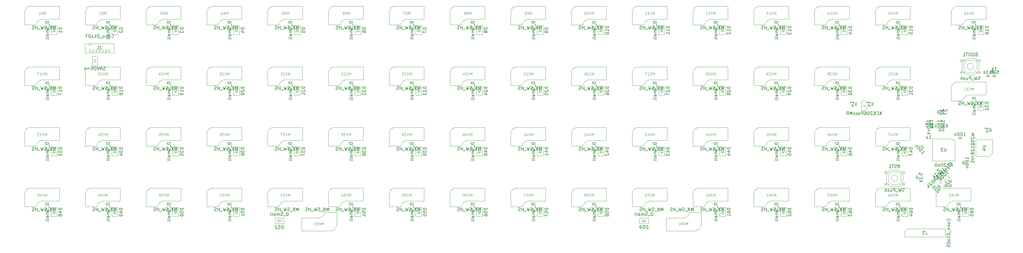
<source format=gbr>
G04 #@! TF.GenerationSoftware,KiCad,Pcbnew,8.0.2-1.fc39*
G04 #@! TF.CreationDate,2024-05-29T21:02:28-04:00*
G04 #@! TF.ProjectId,KeychronQ9OrthoIntegrated,4b657963-6872-46f6-9e51-394f7274686f,rev?*
G04 #@! TF.SameCoordinates,Original*
G04 #@! TF.FileFunction,AssemblyDrawing,Bot*
%FSLAX46Y46*%
G04 Gerber Fmt 4.6, Leading zero omitted, Abs format (unit mm)*
G04 Created by KiCad (PCBNEW 8.0.2-1.fc39) date 2024-05-29 21:02:28*
%MOMM*%
%LPD*%
G01*
G04 APERTURE LIST*
%ADD10C,0.150000*%
%ADD11C,0.040000*%
%ADD12C,0.120000*%
%ADD13C,0.100000*%
%ADD14C,0.060000*%
%ADD15C,0.105000*%
%ADD16C,0.050000*%
G04 APERTURE END LIST*
D10*
X284449267Y-49237933D02*
X284449267Y-48666505D01*
X284449267Y-48952219D02*
X283449267Y-48952219D01*
X283449267Y-48952219D02*
X283592124Y-48856981D01*
X283592124Y-48856981D02*
X283687362Y-48761743D01*
X283687362Y-48761743D02*
X283734981Y-48666505D01*
X283782600Y-50095076D02*
X284449267Y-50095076D01*
X283782600Y-49666505D02*
X284306409Y-49666505D01*
X284306409Y-49666505D02*
X284401648Y-49714124D01*
X284401648Y-49714124D02*
X284449267Y-49809362D01*
X284449267Y-49809362D02*
X284449267Y-49952219D01*
X284449267Y-49952219D02*
X284401648Y-50047457D01*
X284401648Y-50047457D02*
X284354028Y-50095076D01*
D11*
X285244213Y-49362933D02*
X285256118Y-49351029D01*
X285256118Y-49351029D02*
X285268022Y-49315314D01*
X285268022Y-49315314D02*
X285268022Y-49291505D01*
X285268022Y-49291505D02*
X285256118Y-49255791D01*
X285256118Y-49255791D02*
X285232308Y-49231981D01*
X285232308Y-49231981D02*
X285208498Y-49220076D01*
X285208498Y-49220076D02*
X285160879Y-49208172D01*
X285160879Y-49208172D02*
X285125165Y-49208172D01*
X285125165Y-49208172D02*
X285077546Y-49220076D01*
X285077546Y-49220076D02*
X285053737Y-49231981D01*
X285053737Y-49231981D02*
X285029927Y-49255791D01*
X285029927Y-49255791D02*
X285018022Y-49291505D01*
X285018022Y-49291505D02*
X285018022Y-49315314D01*
X285018022Y-49315314D02*
X285029927Y-49351029D01*
X285029927Y-49351029D02*
X285041832Y-49362933D01*
X285041832Y-49458172D02*
X285029927Y-49470076D01*
X285029927Y-49470076D02*
X285018022Y-49493886D01*
X285018022Y-49493886D02*
X285018022Y-49553410D01*
X285018022Y-49553410D02*
X285029927Y-49577219D01*
X285029927Y-49577219D02*
X285041832Y-49589124D01*
X285041832Y-49589124D02*
X285065641Y-49601029D01*
X285065641Y-49601029D02*
X285089451Y-49601029D01*
X285089451Y-49601029D02*
X285125165Y-49589124D01*
X285125165Y-49589124D02*
X285268022Y-49446267D01*
X285268022Y-49446267D02*
X285268022Y-49601029D01*
D10*
X124269047Y-83004819D02*
X124269047Y-82004819D01*
X124269047Y-82004819D02*
X123935714Y-82719104D01*
X123935714Y-82719104D02*
X123602381Y-82004819D01*
X123602381Y-82004819D02*
X123602381Y-83004819D01*
X123221428Y-82004819D02*
X122554762Y-83004819D01*
X122554762Y-82004819D02*
X123221428Y-83004819D01*
X122411905Y-83100057D02*
X121650000Y-83100057D01*
X121459523Y-82957200D02*
X121316666Y-83004819D01*
X121316666Y-83004819D02*
X121078571Y-83004819D01*
X121078571Y-83004819D02*
X120983333Y-82957200D01*
X120983333Y-82957200D02*
X120935714Y-82909580D01*
X120935714Y-82909580D02*
X120888095Y-82814342D01*
X120888095Y-82814342D02*
X120888095Y-82719104D01*
X120888095Y-82719104D02*
X120935714Y-82623866D01*
X120935714Y-82623866D02*
X120983333Y-82576247D01*
X120983333Y-82576247D02*
X121078571Y-82528628D01*
X121078571Y-82528628D02*
X121269047Y-82481009D01*
X121269047Y-82481009D02*
X121364285Y-82433390D01*
X121364285Y-82433390D02*
X121411904Y-82385771D01*
X121411904Y-82385771D02*
X121459523Y-82290533D01*
X121459523Y-82290533D02*
X121459523Y-82195295D01*
X121459523Y-82195295D02*
X121411904Y-82100057D01*
X121411904Y-82100057D02*
X121364285Y-82052438D01*
X121364285Y-82052438D02*
X121269047Y-82004819D01*
X121269047Y-82004819D02*
X121030952Y-82004819D01*
X121030952Y-82004819D02*
X120888095Y-82052438D01*
X120554761Y-82004819D02*
X120316666Y-83004819D01*
X120316666Y-83004819D02*
X120126190Y-82290533D01*
X120126190Y-82290533D02*
X119935714Y-83004819D01*
X119935714Y-83004819D02*
X119697619Y-82004819D01*
X119554762Y-83100057D02*
X118792857Y-83100057D01*
X118554761Y-83004819D02*
X118554761Y-82004819D01*
X118554761Y-82481009D02*
X117983333Y-82481009D01*
X117983333Y-83004819D02*
X117983333Y-82004819D01*
X117554761Y-82957200D02*
X117411904Y-83004819D01*
X117411904Y-83004819D02*
X117173809Y-83004819D01*
X117173809Y-83004819D02*
X117078571Y-82957200D01*
X117078571Y-82957200D02*
X117030952Y-82909580D01*
X117030952Y-82909580D02*
X116983333Y-82814342D01*
X116983333Y-82814342D02*
X116983333Y-82719104D01*
X116983333Y-82719104D02*
X117030952Y-82623866D01*
X117030952Y-82623866D02*
X117078571Y-82576247D01*
X117078571Y-82576247D02*
X117173809Y-82528628D01*
X117173809Y-82528628D02*
X117364285Y-82481009D01*
X117364285Y-82481009D02*
X117459523Y-82433390D01*
X117459523Y-82433390D02*
X117507142Y-82385771D01*
X117507142Y-82385771D02*
X117554761Y-82290533D01*
X117554761Y-82290533D02*
X117554761Y-82195295D01*
X117554761Y-82195295D02*
X117507142Y-82100057D01*
X117507142Y-82100057D02*
X117459523Y-82052438D01*
X117459523Y-82052438D02*
X117364285Y-82004819D01*
X117364285Y-82004819D02*
X117126190Y-82004819D01*
X117126190Y-82004819D02*
X116983333Y-82052438D01*
D12*
X121559523Y-78413855D02*
X121559523Y-77613855D01*
X121559523Y-77613855D02*
X121292857Y-78185283D01*
X121292857Y-78185283D02*
X121026190Y-77613855D01*
X121026190Y-77613855D02*
X121026190Y-78413855D01*
X120721428Y-77613855D02*
X120188094Y-78413855D01*
X120188094Y-77613855D02*
X120721428Y-78413855D01*
X119502380Y-77613855D02*
X119883332Y-77613855D01*
X119883332Y-77613855D02*
X119921428Y-77994807D01*
X119921428Y-77994807D02*
X119883332Y-77956712D01*
X119883332Y-77956712D02*
X119807142Y-77918617D01*
X119807142Y-77918617D02*
X119616666Y-77918617D01*
X119616666Y-77918617D02*
X119540475Y-77956712D01*
X119540475Y-77956712D02*
X119502380Y-77994807D01*
X119502380Y-77994807D02*
X119464285Y-78070998D01*
X119464285Y-78070998D02*
X119464285Y-78261474D01*
X119464285Y-78261474D02*
X119502380Y-78337664D01*
X119502380Y-78337664D02*
X119540475Y-78375760D01*
X119540475Y-78375760D02*
X119616666Y-78413855D01*
X119616666Y-78413855D02*
X119807142Y-78413855D01*
X119807142Y-78413855D02*
X119883332Y-78375760D01*
X119883332Y-78375760D02*
X119921428Y-78337664D01*
X118778570Y-77880521D02*
X118778570Y-78413855D01*
X118969046Y-77575760D02*
X119159523Y-78147188D01*
X119159523Y-78147188D02*
X118664284Y-78147188D01*
D10*
X181419047Y-25854819D02*
X181419047Y-24854819D01*
X181419047Y-24854819D02*
X181085714Y-25569104D01*
X181085714Y-25569104D02*
X180752381Y-24854819D01*
X180752381Y-24854819D02*
X180752381Y-25854819D01*
X180371428Y-24854819D02*
X179704762Y-25854819D01*
X179704762Y-24854819D02*
X180371428Y-25854819D01*
X179561905Y-25950057D02*
X178800000Y-25950057D01*
X178609523Y-25807200D02*
X178466666Y-25854819D01*
X178466666Y-25854819D02*
X178228571Y-25854819D01*
X178228571Y-25854819D02*
X178133333Y-25807200D01*
X178133333Y-25807200D02*
X178085714Y-25759580D01*
X178085714Y-25759580D02*
X178038095Y-25664342D01*
X178038095Y-25664342D02*
X178038095Y-25569104D01*
X178038095Y-25569104D02*
X178085714Y-25473866D01*
X178085714Y-25473866D02*
X178133333Y-25426247D01*
X178133333Y-25426247D02*
X178228571Y-25378628D01*
X178228571Y-25378628D02*
X178419047Y-25331009D01*
X178419047Y-25331009D02*
X178514285Y-25283390D01*
X178514285Y-25283390D02*
X178561904Y-25235771D01*
X178561904Y-25235771D02*
X178609523Y-25140533D01*
X178609523Y-25140533D02*
X178609523Y-25045295D01*
X178609523Y-25045295D02*
X178561904Y-24950057D01*
X178561904Y-24950057D02*
X178514285Y-24902438D01*
X178514285Y-24902438D02*
X178419047Y-24854819D01*
X178419047Y-24854819D02*
X178180952Y-24854819D01*
X178180952Y-24854819D02*
X178038095Y-24902438D01*
X177704761Y-24854819D02*
X177466666Y-25854819D01*
X177466666Y-25854819D02*
X177276190Y-25140533D01*
X177276190Y-25140533D02*
X177085714Y-25854819D01*
X177085714Y-25854819D02*
X176847619Y-24854819D01*
X176704762Y-25950057D02*
X175942857Y-25950057D01*
X175704761Y-25854819D02*
X175704761Y-24854819D01*
X175704761Y-25331009D02*
X175133333Y-25331009D01*
X175133333Y-25854819D02*
X175133333Y-24854819D01*
X174704761Y-25807200D02*
X174561904Y-25854819D01*
X174561904Y-25854819D02*
X174323809Y-25854819D01*
X174323809Y-25854819D02*
X174228571Y-25807200D01*
X174228571Y-25807200D02*
X174180952Y-25759580D01*
X174180952Y-25759580D02*
X174133333Y-25664342D01*
X174133333Y-25664342D02*
X174133333Y-25569104D01*
X174133333Y-25569104D02*
X174180952Y-25473866D01*
X174180952Y-25473866D02*
X174228571Y-25426247D01*
X174228571Y-25426247D02*
X174323809Y-25378628D01*
X174323809Y-25378628D02*
X174514285Y-25331009D01*
X174514285Y-25331009D02*
X174609523Y-25283390D01*
X174609523Y-25283390D02*
X174657142Y-25235771D01*
X174657142Y-25235771D02*
X174704761Y-25140533D01*
X174704761Y-25140533D02*
X174704761Y-25045295D01*
X174704761Y-25045295D02*
X174657142Y-24950057D01*
X174657142Y-24950057D02*
X174609523Y-24902438D01*
X174609523Y-24902438D02*
X174514285Y-24854819D01*
X174514285Y-24854819D02*
X174276190Y-24854819D01*
X174276190Y-24854819D02*
X174133333Y-24902438D01*
D12*
X178328571Y-21263855D02*
X178328571Y-20463855D01*
X178328571Y-20463855D02*
X178061905Y-21035283D01*
X178061905Y-21035283D02*
X177795238Y-20463855D01*
X177795238Y-20463855D02*
X177795238Y-21263855D01*
X177490476Y-20463855D02*
X176957142Y-21263855D01*
X176957142Y-20463855D02*
X177490476Y-21263855D01*
X176614285Y-21263855D02*
X176461904Y-21263855D01*
X176461904Y-21263855D02*
X176385714Y-21225760D01*
X176385714Y-21225760D02*
X176347618Y-21187664D01*
X176347618Y-21187664D02*
X176271428Y-21073379D01*
X176271428Y-21073379D02*
X176233333Y-20920998D01*
X176233333Y-20920998D02*
X176233333Y-20616236D01*
X176233333Y-20616236D02*
X176271428Y-20540045D01*
X176271428Y-20540045D02*
X176309523Y-20501950D01*
X176309523Y-20501950D02*
X176385714Y-20463855D01*
X176385714Y-20463855D02*
X176538095Y-20463855D01*
X176538095Y-20463855D02*
X176614285Y-20501950D01*
X176614285Y-20501950D02*
X176652380Y-20540045D01*
X176652380Y-20540045D02*
X176690476Y-20616236D01*
X176690476Y-20616236D02*
X176690476Y-20806712D01*
X176690476Y-20806712D02*
X176652380Y-20882902D01*
X176652380Y-20882902D02*
X176614285Y-20920998D01*
X176614285Y-20920998D02*
X176538095Y-20959093D01*
X176538095Y-20959093D02*
X176385714Y-20959093D01*
X176385714Y-20959093D02*
X176309523Y-20920998D01*
X176309523Y-20920998D02*
X176271428Y-20882902D01*
X176271428Y-20882902D02*
X176233333Y-20806712D01*
D10*
X122179819Y-23431845D02*
X121179819Y-23431845D01*
X121179819Y-23431845D02*
X121179819Y-23669940D01*
X121179819Y-23669940D02*
X121227438Y-23812797D01*
X121227438Y-23812797D02*
X121322676Y-23908035D01*
X121322676Y-23908035D02*
X121417914Y-23955654D01*
X121417914Y-23955654D02*
X121608390Y-24003273D01*
X121608390Y-24003273D02*
X121751247Y-24003273D01*
X121751247Y-24003273D02*
X121941723Y-23955654D01*
X121941723Y-23955654D02*
X122036961Y-23908035D01*
X122036961Y-23908035D02*
X122132200Y-23812797D01*
X122132200Y-23812797D02*
X122179819Y-23669940D01*
X122179819Y-23669940D02*
X122179819Y-23431845D01*
X122275057Y-24193750D02*
X122275057Y-24955654D01*
X122132200Y-25146131D02*
X122179819Y-25288988D01*
X122179819Y-25288988D02*
X122179819Y-25527083D01*
X122179819Y-25527083D02*
X122132200Y-25622321D01*
X122132200Y-25622321D02*
X122084580Y-25669940D01*
X122084580Y-25669940D02*
X121989342Y-25717559D01*
X121989342Y-25717559D02*
X121894104Y-25717559D01*
X121894104Y-25717559D02*
X121798866Y-25669940D01*
X121798866Y-25669940D02*
X121751247Y-25622321D01*
X121751247Y-25622321D02*
X121703628Y-25527083D01*
X121703628Y-25527083D02*
X121656009Y-25336607D01*
X121656009Y-25336607D02*
X121608390Y-25241369D01*
X121608390Y-25241369D02*
X121560771Y-25193750D01*
X121560771Y-25193750D02*
X121465533Y-25146131D01*
X121465533Y-25146131D02*
X121370295Y-25146131D01*
X121370295Y-25146131D02*
X121275057Y-25193750D01*
X121275057Y-25193750D02*
X121227438Y-25241369D01*
X121227438Y-25241369D02*
X121179819Y-25336607D01*
X121179819Y-25336607D02*
X121179819Y-25574702D01*
X121179819Y-25574702D02*
X121227438Y-25717559D01*
X122179819Y-26146131D02*
X121513152Y-26146131D01*
X121608390Y-26146131D02*
X121560771Y-26193750D01*
X121560771Y-26193750D02*
X121513152Y-26288988D01*
X121513152Y-26288988D02*
X121513152Y-26431845D01*
X121513152Y-26431845D02*
X121560771Y-26527083D01*
X121560771Y-26527083D02*
X121656009Y-26574702D01*
X121656009Y-26574702D02*
X122179819Y-26574702D01*
X121656009Y-26574702D02*
X121560771Y-26622321D01*
X121560771Y-26622321D02*
X121513152Y-26717559D01*
X121513152Y-26717559D02*
X121513152Y-26860416D01*
X121513152Y-26860416D02*
X121560771Y-26955655D01*
X121560771Y-26955655D02*
X121656009Y-27003274D01*
X121656009Y-27003274D02*
X122179819Y-27003274D01*
X122179819Y-27908035D02*
X121656009Y-27908035D01*
X121656009Y-27908035D02*
X121560771Y-27860416D01*
X121560771Y-27860416D02*
X121513152Y-27765178D01*
X121513152Y-27765178D02*
X121513152Y-27574702D01*
X121513152Y-27574702D02*
X121560771Y-27479464D01*
X122132200Y-27908035D02*
X122179819Y-27812797D01*
X122179819Y-27812797D02*
X122179819Y-27574702D01*
X122179819Y-27574702D02*
X122132200Y-27479464D01*
X122132200Y-27479464D02*
X122036961Y-27431845D01*
X122036961Y-27431845D02*
X121941723Y-27431845D01*
X121941723Y-27431845D02*
X121846485Y-27479464D01*
X121846485Y-27479464D02*
X121798866Y-27574702D01*
X121798866Y-27574702D02*
X121798866Y-27812797D01*
X121798866Y-27812797D02*
X121751247Y-27908035D01*
X122179819Y-28527083D02*
X122132200Y-28431845D01*
X122132200Y-28431845D02*
X122036961Y-28384226D01*
X122036961Y-28384226D02*
X121179819Y-28384226D01*
X122179819Y-29050893D02*
X122132200Y-28955655D01*
X122132200Y-28955655D02*
X122036961Y-28908036D01*
X122036961Y-28908036D02*
X121179819Y-28908036D01*
X126279819Y-25455655D02*
X125279819Y-25455655D01*
X125279819Y-25455655D02*
X125279819Y-25693750D01*
X125279819Y-25693750D02*
X125327438Y-25836607D01*
X125327438Y-25836607D02*
X125422676Y-25931845D01*
X125422676Y-25931845D02*
X125517914Y-25979464D01*
X125517914Y-25979464D02*
X125708390Y-26027083D01*
X125708390Y-26027083D02*
X125851247Y-26027083D01*
X125851247Y-26027083D02*
X126041723Y-25979464D01*
X126041723Y-25979464D02*
X126136961Y-25931845D01*
X126136961Y-25931845D02*
X126232200Y-25836607D01*
X126232200Y-25836607D02*
X126279819Y-25693750D01*
X126279819Y-25693750D02*
X126279819Y-25455655D01*
X125279819Y-26884226D02*
X125279819Y-26693750D01*
X125279819Y-26693750D02*
X125327438Y-26598512D01*
X125327438Y-26598512D02*
X125375057Y-26550893D01*
X125375057Y-26550893D02*
X125517914Y-26455655D01*
X125517914Y-26455655D02*
X125708390Y-26408036D01*
X125708390Y-26408036D02*
X126089342Y-26408036D01*
X126089342Y-26408036D02*
X126184580Y-26455655D01*
X126184580Y-26455655D02*
X126232200Y-26503274D01*
X126232200Y-26503274D02*
X126279819Y-26598512D01*
X126279819Y-26598512D02*
X126279819Y-26788988D01*
X126279819Y-26788988D02*
X126232200Y-26884226D01*
X126232200Y-26884226D02*
X126184580Y-26931845D01*
X126184580Y-26931845D02*
X126089342Y-26979464D01*
X126089342Y-26979464D02*
X125851247Y-26979464D01*
X125851247Y-26979464D02*
X125756009Y-26931845D01*
X125756009Y-26931845D02*
X125708390Y-26884226D01*
X125708390Y-26884226D02*
X125660771Y-26788988D01*
X125660771Y-26788988D02*
X125660771Y-26598512D01*
X125660771Y-26598512D02*
X125708390Y-26503274D01*
X125708390Y-26503274D02*
X125756009Y-26455655D01*
X125756009Y-26455655D02*
X125851247Y-26408036D01*
X160279819Y-80581845D02*
X159279819Y-80581845D01*
X159279819Y-80581845D02*
X159279819Y-80819940D01*
X159279819Y-80819940D02*
X159327438Y-80962797D01*
X159327438Y-80962797D02*
X159422676Y-81058035D01*
X159422676Y-81058035D02*
X159517914Y-81105654D01*
X159517914Y-81105654D02*
X159708390Y-81153273D01*
X159708390Y-81153273D02*
X159851247Y-81153273D01*
X159851247Y-81153273D02*
X160041723Y-81105654D01*
X160041723Y-81105654D02*
X160136961Y-81058035D01*
X160136961Y-81058035D02*
X160232200Y-80962797D01*
X160232200Y-80962797D02*
X160279819Y-80819940D01*
X160279819Y-80819940D02*
X160279819Y-80581845D01*
X160375057Y-81343750D02*
X160375057Y-82105654D01*
X160232200Y-82296131D02*
X160279819Y-82438988D01*
X160279819Y-82438988D02*
X160279819Y-82677083D01*
X160279819Y-82677083D02*
X160232200Y-82772321D01*
X160232200Y-82772321D02*
X160184580Y-82819940D01*
X160184580Y-82819940D02*
X160089342Y-82867559D01*
X160089342Y-82867559D02*
X159994104Y-82867559D01*
X159994104Y-82867559D02*
X159898866Y-82819940D01*
X159898866Y-82819940D02*
X159851247Y-82772321D01*
X159851247Y-82772321D02*
X159803628Y-82677083D01*
X159803628Y-82677083D02*
X159756009Y-82486607D01*
X159756009Y-82486607D02*
X159708390Y-82391369D01*
X159708390Y-82391369D02*
X159660771Y-82343750D01*
X159660771Y-82343750D02*
X159565533Y-82296131D01*
X159565533Y-82296131D02*
X159470295Y-82296131D01*
X159470295Y-82296131D02*
X159375057Y-82343750D01*
X159375057Y-82343750D02*
X159327438Y-82391369D01*
X159327438Y-82391369D02*
X159279819Y-82486607D01*
X159279819Y-82486607D02*
X159279819Y-82724702D01*
X159279819Y-82724702D02*
X159327438Y-82867559D01*
X160279819Y-83296131D02*
X159613152Y-83296131D01*
X159708390Y-83296131D02*
X159660771Y-83343750D01*
X159660771Y-83343750D02*
X159613152Y-83438988D01*
X159613152Y-83438988D02*
X159613152Y-83581845D01*
X159613152Y-83581845D02*
X159660771Y-83677083D01*
X159660771Y-83677083D02*
X159756009Y-83724702D01*
X159756009Y-83724702D02*
X160279819Y-83724702D01*
X159756009Y-83724702D02*
X159660771Y-83772321D01*
X159660771Y-83772321D02*
X159613152Y-83867559D01*
X159613152Y-83867559D02*
X159613152Y-84010416D01*
X159613152Y-84010416D02*
X159660771Y-84105655D01*
X159660771Y-84105655D02*
X159756009Y-84153274D01*
X159756009Y-84153274D02*
X160279819Y-84153274D01*
X160279819Y-85058035D02*
X159756009Y-85058035D01*
X159756009Y-85058035D02*
X159660771Y-85010416D01*
X159660771Y-85010416D02*
X159613152Y-84915178D01*
X159613152Y-84915178D02*
X159613152Y-84724702D01*
X159613152Y-84724702D02*
X159660771Y-84629464D01*
X160232200Y-85058035D02*
X160279819Y-84962797D01*
X160279819Y-84962797D02*
X160279819Y-84724702D01*
X160279819Y-84724702D02*
X160232200Y-84629464D01*
X160232200Y-84629464D02*
X160136961Y-84581845D01*
X160136961Y-84581845D02*
X160041723Y-84581845D01*
X160041723Y-84581845D02*
X159946485Y-84629464D01*
X159946485Y-84629464D02*
X159898866Y-84724702D01*
X159898866Y-84724702D02*
X159898866Y-84962797D01*
X159898866Y-84962797D02*
X159851247Y-85058035D01*
X160279819Y-85677083D02*
X160232200Y-85581845D01*
X160232200Y-85581845D02*
X160136961Y-85534226D01*
X160136961Y-85534226D02*
X159279819Y-85534226D01*
X160279819Y-86200893D02*
X160232200Y-86105655D01*
X160232200Y-86105655D02*
X160136961Y-86058036D01*
X160136961Y-86058036D02*
X159279819Y-86058036D01*
X164379819Y-82129464D02*
X163379819Y-82129464D01*
X163379819Y-82129464D02*
X163379819Y-82367559D01*
X163379819Y-82367559D02*
X163427438Y-82510416D01*
X163427438Y-82510416D02*
X163522676Y-82605654D01*
X163522676Y-82605654D02*
X163617914Y-82653273D01*
X163617914Y-82653273D02*
X163808390Y-82700892D01*
X163808390Y-82700892D02*
X163951247Y-82700892D01*
X163951247Y-82700892D02*
X164141723Y-82653273D01*
X164141723Y-82653273D02*
X164236961Y-82605654D01*
X164236961Y-82605654D02*
X164332200Y-82510416D01*
X164332200Y-82510416D02*
X164379819Y-82367559D01*
X164379819Y-82367559D02*
X164379819Y-82129464D01*
X163379819Y-83605654D02*
X163379819Y-83129464D01*
X163379819Y-83129464D02*
X163856009Y-83081845D01*
X163856009Y-83081845D02*
X163808390Y-83129464D01*
X163808390Y-83129464D02*
X163760771Y-83224702D01*
X163760771Y-83224702D02*
X163760771Y-83462797D01*
X163760771Y-83462797D02*
X163808390Y-83558035D01*
X163808390Y-83558035D02*
X163856009Y-83605654D01*
X163856009Y-83605654D02*
X163951247Y-83653273D01*
X163951247Y-83653273D02*
X164189342Y-83653273D01*
X164189342Y-83653273D02*
X164284580Y-83605654D01*
X164284580Y-83605654D02*
X164332200Y-83558035D01*
X164332200Y-83558035D02*
X164379819Y-83462797D01*
X164379819Y-83462797D02*
X164379819Y-83224702D01*
X164379819Y-83224702D02*
X164332200Y-83129464D01*
X164332200Y-83129464D02*
X164284580Y-83081845D01*
X163379819Y-84510416D02*
X163379819Y-84319940D01*
X163379819Y-84319940D02*
X163427438Y-84224702D01*
X163427438Y-84224702D02*
X163475057Y-84177083D01*
X163475057Y-84177083D02*
X163617914Y-84081845D01*
X163617914Y-84081845D02*
X163808390Y-84034226D01*
X163808390Y-84034226D02*
X164189342Y-84034226D01*
X164189342Y-84034226D02*
X164284580Y-84081845D01*
X164284580Y-84081845D02*
X164332200Y-84129464D01*
X164332200Y-84129464D02*
X164379819Y-84224702D01*
X164379819Y-84224702D02*
X164379819Y-84415178D01*
X164379819Y-84415178D02*
X164332200Y-84510416D01*
X164332200Y-84510416D02*
X164284580Y-84558035D01*
X164284580Y-84558035D02*
X164189342Y-84605654D01*
X164189342Y-84605654D02*
X163951247Y-84605654D01*
X163951247Y-84605654D02*
X163856009Y-84558035D01*
X163856009Y-84558035D02*
X163808390Y-84510416D01*
X163808390Y-84510416D02*
X163760771Y-84415178D01*
X163760771Y-84415178D02*
X163760771Y-84224702D01*
X163760771Y-84224702D02*
X163808390Y-84129464D01*
X163808390Y-84129464D02*
X163856009Y-84081845D01*
X163856009Y-84081845D02*
X163951247Y-84034226D01*
X105219047Y-63954819D02*
X105219047Y-62954819D01*
X105219047Y-62954819D02*
X104885714Y-63669104D01*
X104885714Y-63669104D02*
X104552381Y-62954819D01*
X104552381Y-62954819D02*
X104552381Y-63954819D01*
X104171428Y-62954819D02*
X103504762Y-63954819D01*
X103504762Y-62954819D02*
X104171428Y-63954819D01*
X103361905Y-64050057D02*
X102600000Y-64050057D01*
X102409523Y-63907200D02*
X102266666Y-63954819D01*
X102266666Y-63954819D02*
X102028571Y-63954819D01*
X102028571Y-63954819D02*
X101933333Y-63907200D01*
X101933333Y-63907200D02*
X101885714Y-63859580D01*
X101885714Y-63859580D02*
X101838095Y-63764342D01*
X101838095Y-63764342D02*
X101838095Y-63669104D01*
X101838095Y-63669104D02*
X101885714Y-63573866D01*
X101885714Y-63573866D02*
X101933333Y-63526247D01*
X101933333Y-63526247D02*
X102028571Y-63478628D01*
X102028571Y-63478628D02*
X102219047Y-63431009D01*
X102219047Y-63431009D02*
X102314285Y-63383390D01*
X102314285Y-63383390D02*
X102361904Y-63335771D01*
X102361904Y-63335771D02*
X102409523Y-63240533D01*
X102409523Y-63240533D02*
X102409523Y-63145295D01*
X102409523Y-63145295D02*
X102361904Y-63050057D01*
X102361904Y-63050057D02*
X102314285Y-63002438D01*
X102314285Y-63002438D02*
X102219047Y-62954819D01*
X102219047Y-62954819D02*
X101980952Y-62954819D01*
X101980952Y-62954819D02*
X101838095Y-63002438D01*
X101504761Y-62954819D02*
X101266666Y-63954819D01*
X101266666Y-63954819D02*
X101076190Y-63240533D01*
X101076190Y-63240533D02*
X100885714Y-63954819D01*
X100885714Y-63954819D02*
X100647619Y-62954819D01*
X100504762Y-64050057D02*
X99742857Y-64050057D01*
X99504761Y-63954819D02*
X99504761Y-62954819D01*
X99504761Y-63431009D02*
X98933333Y-63431009D01*
X98933333Y-63954819D02*
X98933333Y-62954819D01*
X98504761Y-63907200D02*
X98361904Y-63954819D01*
X98361904Y-63954819D02*
X98123809Y-63954819D01*
X98123809Y-63954819D02*
X98028571Y-63907200D01*
X98028571Y-63907200D02*
X97980952Y-63859580D01*
X97980952Y-63859580D02*
X97933333Y-63764342D01*
X97933333Y-63764342D02*
X97933333Y-63669104D01*
X97933333Y-63669104D02*
X97980952Y-63573866D01*
X97980952Y-63573866D02*
X98028571Y-63526247D01*
X98028571Y-63526247D02*
X98123809Y-63478628D01*
X98123809Y-63478628D02*
X98314285Y-63431009D01*
X98314285Y-63431009D02*
X98409523Y-63383390D01*
X98409523Y-63383390D02*
X98457142Y-63335771D01*
X98457142Y-63335771D02*
X98504761Y-63240533D01*
X98504761Y-63240533D02*
X98504761Y-63145295D01*
X98504761Y-63145295D02*
X98457142Y-63050057D01*
X98457142Y-63050057D02*
X98409523Y-63002438D01*
X98409523Y-63002438D02*
X98314285Y-62954819D01*
X98314285Y-62954819D02*
X98076190Y-62954819D01*
X98076190Y-62954819D02*
X97933333Y-63002438D01*
D12*
X102509523Y-59363855D02*
X102509523Y-58563855D01*
X102509523Y-58563855D02*
X102242857Y-59135283D01*
X102242857Y-59135283D02*
X101976190Y-58563855D01*
X101976190Y-58563855D02*
X101976190Y-59363855D01*
X101671428Y-58563855D02*
X101138094Y-59363855D01*
X101138094Y-58563855D02*
X101671428Y-59363855D01*
X100909523Y-58563855D02*
X100414285Y-58563855D01*
X100414285Y-58563855D02*
X100680951Y-58868617D01*
X100680951Y-58868617D02*
X100566666Y-58868617D01*
X100566666Y-58868617D02*
X100490475Y-58906712D01*
X100490475Y-58906712D02*
X100452380Y-58944807D01*
X100452380Y-58944807D02*
X100414285Y-59020998D01*
X100414285Y-59020998D02*
X100414285Y-59211474D01*
X100414285Y-59211474D02*
X100452380Y-59287664D01*
X100452380Y-59287664D02*
X100490475Y-59325760D01*
X100490475Y-59325760D02*
X100566666Y-59363855D01*
X100566666Y-59363855D02*
X100795237Y-59363855D01*
X100795237Y-59363855D02*
X100871428Y-59325760D01*
X100871428Y-59325760D02*
X100909523Y-59287664D01*
X100147618Y-58563855D02*
X99614284Y-58563855D01*
X99614284Y-58563855D02*
X99957142Y-59363855D01*
D10*
X44636088Y-38674748D02*
X44493231Y-38722367D01*
X44493231Y-38722367D02*
X44255136Y-38722367D01*
X44255136Y-38722367D02*
X44159898Y-38674748D01*
X44159898Y-38674748D02*
X44112279Y-38627128D01*
X44112279Y-38627128D02*
X44064660Y-38531890D01*
X44064660Y-38531890D02*
X44064660Y-38436652D01*
X44064660Y-38436652D02*
X44112279Y-38341414D01*
X44112279Y-38341414D02*
X44159898Y-38293795D01*
X44159898Y-38293795D02*
X44255136Y-38246176D01*
X44255136Y-38246176D02*
X44445612Y-38198557D01*
X44445612Y-38198557D02*
X44540850Y-38150938D01*
X44540850Y-38150938D02*
X44588469Y-38103319D01*
X44588469Y-38103319D02*
X44636088Y-38008081D01*
X44636088Y-38008081D02*
X44636088Y-37912843D01*
X44636088Y-37912843D02*
X44588469Y-37817605D01*
X44588469Y-37817605D02*
X44540850Y-37769986D01*
X44540850Y-37769986D02*
X44445612Y-37722367D01*
X44445612Y-37722367D02*
X44207517Y-37722367D01*
X44207517Y-37722367D02*
X44064660Y-37769986D01*
X43064660Y-38722367D02*
X43397993Y-38246176D01*
X43636088Y-38722367D02*
X43636088Y-37722367D01*
X43636088Y-37722367D02*
X43255136Y-37722367D01*
X43255136Y-37722367D02*
X43159898Y-37769986D01*
X43159898Y-37769986D02*
X43112279Y-37817605D01*
X43112279Y-37817605D02*
X43064660Y-37912843D01*
X43064660Y-37912843D02*
X43064660Y-38055700D01*
X43064660Y-38055700D02*
X43112279Y-38150938D01*
X43112279Y-38150938D02*
X43159898Y-38198557D01*
X43159898Y-38198557D02*
X43255136Y-38246176D01*
X43255136Y-38246176D02*
X43636088Y-38246176D01*
X42778945Y-37722367D02*
X42445612Y-38722367D01*
X42445612Y-38722367D02*
X42112279Y-37722367D01*
X41588469Y-37722367D02*
X41493231Y-37722367D01*
X41493231Y-37722367D02*
X41397993Y-37769986D01*
X41397993Y-37769986D02*
X41350374Y-37817605D01*
X41350374Y-37817605D02*
X41302755Y-37912843D01*
X41302755Y-37912843D02*
X41255136Y-38103319D01*
X41255136Y-38103319D02*
X41255136Y-38341414D01*
X41255136Y-38341414D02*
X41302755Y-38531890D01*
X41302755Y-38531890D02*
X41350374Y-38627128D01*
X41350374Y-38627128D02*
X41397993Y-38674748D01*
X41397993Y-38674748D02*
X41493231Y-38722367D01*
X41493231Y-38722367D02*
X41588469Y-38722367D01*
X41588469Y-38722367D02*
X41683707Y-38674748D01*
X41683707Y-38674748D02*
X41731326Y-38627128D01*
X41731326Y-38627128D02*
X41778945Y-38531890D01*
X41778945Y-38531890D02*
X41826564Y-38341414D01*
X41826564Y-38341414D02*
X41826564Y-38103319D01*
X41826564Y-38103319D02*
X41778945Y-37912843D01*
X41778945Y-37912843D02*
X41731326Y-37817605D01*
X41731326Y-37817605D02*
X41683707Y-37769986D01*
X41683707Y-37769986D02*
X41588469Y-37722367D01*
X40350374Y-37722367D02*
X40826564Y-37722367D01*
X40826564Y-37722367D02*
X40874183Y-38198557D01*
X40874183Y-38198557D02*
X40826564Y-38150938D01*
X40826564Y-38150938D02*
X40731326Y-38103319D01*
X40731326Y-38103319D02*
X40493231Y-38103319D01*
X40493231Y-38103319D02*
X40397993Y-38150938D01*
X40397993Y-38150938D02*
X40350374Y-38198557D01*
X40350374Y-38198557D02*
X40302755Y-38293795D01*
X40302755Y-38293795D02*
X40302755Y-38531890D01*
X40302755Y-38531890D02*
X40350374Y-38627128D01*
X40350374Y-38627128D02*
X40397993Y-38674748D01*
X40397993Y-38674748D02*
X40493231Y-38722367D01*
X40493231Y-38722367D02*
X40731326Y-38722367D01*
X40731326Y-38722367D02*
X40826564Y-38674748D01*
X40826564Y-38674748D02*
X40874183Y-38627128D01*
X39874183Y-38341414D02*
X39112279Y-38341414D01*
X38207517Y-38055700D02*
X38207517Y-38722367D01*
X38445612Y-37674748D02*
X38683707Y-38389033D01*
X38683707Y-38389033D02*
X38064660Y-38389033D01*
D13*
X41046555Y-35410405D02*
X41532269Y-35410405D01*
X41532269Y-35410405D02*
X41589412Y-35438976D01*
X41589412Y-35438976D02*
X41617984Y-35467548D01*
X41617984Y-35467548D02*
X41646555Y-35524690D01*
X41646555Y-35524690D02*
X41646555Y-35638976D01*
X41646555Y-35638976D02*
X41617984Y-35696119D01*
X41617984Y-35696119D02*
X41589412Y-35724690D01*
X41589412Y-35724690D02*
X41532269Y-35753262D01*
X41532269Y-35753262D02*
X41046555Y-35753262D01*
X41103698Y-36010404D02*
X41075126Y-36038976D01*
X41075126Y-36038976D02*
X41046555Y-36096119D01*
X41046555Y-36096119D02*
X41046555Y-36238976D01*
X41046555Y-36238976D02*
X41075126Y-36296119D01*
X41075126Y-36296119D02*
X41103698Y-36324690D01*
X41103698Y-36324690D02*
X41160841Y-36353261D01*
X41160841Y-36353261D02*
X41217984Y-36353261D01*
X41217984Y-36353261D02*
X41303698Y-36324690D01*
X41303698Y-36324690D02*
X41646555Y-35981833D01*
X41646555Y-35981833D02*
X41646555Y-36353261D01*
D10*
X217429819Y-61531845D02*
X216429819Y-61531845D01*
X216429819Y-61531845D02*
X216429819Y-61769940D01*
X216429819Y-61769940D02*
X216477438Y-61912797D01*
X216477438Y-61912797D02*
X216572676Y-62008035D01*
X216572676Y-62008035D02*
X216667914Y-62055654D01*
X216667914Y-62055654D02*
X216858390Y-62103273D01*
X216858390Y-62103273D02*
X217001247Y-62103273D01*
X217001247Y-62103273D02*
X217191723Y-62055654D01*
X217191723Y-62055654D02*
X217286961Y-62008035D01*
X217286961Y-62008035D02*
X217382200Y-61912797D01*
X217382200Y-61912797D02*
X217429819Y-61769940D01*
X217429819Y-61769940D02*
X217429819Y-61531845D01*
X217525057Y-62293750D02*
X217525057Y-63055654D01*
X217382200Y-63246131D02*
X217429819Y-63388988D01*
X217429819Y-63388988D02*
X217429819Y-63627083D01*
X217429819Y-63627083D02*
X217382200Y-63722321D01*
X217382200Y-63722321D02*
X217334580Y-63769940D01*
X217334580Y-63769940D02*
X217239342Y-63817559D01*
X217239342Y-63817559D02*
X217144104Y-63817559D01*
X217144104Y-63817559D02*
X217048866Y-63769940D01*
X217048866Y-63769940D02*
X217001247Y-63722321D01*
X217001247Y-63722321D02*
X216953628Y-63627083D01*
X216953628Y-63627083D02*
X216906009Y-63436607D01*
X216906009Y-63436607D02*
X216858390Y-63341369D01*
X216858390Y-63341369D02*
X216810771Y-63293750D01*
X216810771Y-63293750D02*
X216715533Y-63246131D01*
X216715533Y-63246131D02*
X216620295Y-63246131D01*
X216620295Y-63246131D02*
X216525057Y-63293750D01*
X216525057Y-63293750D02*
X216477438Y-63341369D01*
X216477438Y-63341369D02*
X216429819Y-63436607D01*
X216429819Y-63436607D02*
X216429819Y-63674702D01*
X216429819Y-63674702D02*
X216477438Y-63817559D01*
X217429819Y-64246131D02*
X216763152Y-64246131D01*
X216858390Y-64246131D02*
X216810771Y-64293750D01*
X216810771Y-64293750D02*
X216763152Y-64388988D01*
X216763152Y-64388988D02*
X216763152Y-64531845D01*
X216763152Y-64531845D02*
X216810771Y-64627083D01*
X216810771Y-64627083D02*
X216906009Y-64674702D01*
X216906009Y-64674702D02*
X217429819Y-64674702D01*
X216906009Y-64674702D02*
X216810771Y-64722321D01*
X216810771Y-64722321D02*
X216763152Y-64817559D01*
X216763152Y-64817559D02*
X216763152Y-64960416D01*
X216763152Y-64960416D02*
X216810771Y-65055655D01*
X216810771Y-65055655D02*
X216906009Y-65103274D01*
X216906009Y-65103274D02*
X217429819Y-65103274D01*
X217429819Y-66008035D02*
X216906009Y-66008035D01*
X216906009Y-66008035D02*
X216810771Y-65960416D01*
X216810771Y-65960416D02*
X216763152Y-65865178D01*
X216763152Y-65865178D02*
X216763152Y-65674702D01*
X216763152Y-65674702D02*
X216810771Y-65579464D01*
X217382200Y-66008035D02*
X217429819Y-65912797D01*
X217429819Y-65912797D02*
X217429819Y-65674702D01*
X217429819Y-65674702D02*
X217382200Y-65579464D01*
X217382200Y-65579464D02*
X217286961Y-65531845D01*
X217286961Y-65531845D02*
X217191723Y-65531845D01*
X217191723Y-65531845D02*
X217096485Y-65579464D01*
X217096485Y-65579464D02*
X217048866Y-65674702D01*
X217048866Y-65674702D02*
X217048866Y-65912797D01*
X217048866Y-65912797D02*
X217001247Y-66008035D01*
X217429819Y-66627083D02*
X217382200Y-66531845D01*
X217382200Y-66531845D02*
X217286961Y-66484226D01*
X217286961Y-66484226D02*
X216429819Y-66484226D01*
X217429819Y-67150893D02*
X217382200Y-67055655D01*
X217382200Y-67055655D02*
X217286961Y-67008036D01*
X217286961Y-67008036D02*
X216429819Y-67008036D01*
X221529819Y-63079464D02*
X220529819Y-63079464D01*
X220529819Y-63079464D02*
X220529819Y-63317559D01*
X220529819Y-63317559D02*
X220577438Y-63460416D01*
X220577438Y-63460416D02*
X220672676Y-63555654D01*
X220672676Y-63555654D02*
X220767914Y-63603273D01*
X220767914Y-63603273D02*
X220958390Y-63650892D01*
X220958390Y-63650892D02*
X221101247Y-63650892D01*
X221101247Y-63650892D02*
X221291723Y-63603273D01*
X221291723Y-63603273D02*
X221386961Y-63555654D01*
X221386961Y-63555654D02*
X221482200Y-63460416D01*
X221482200Y-63460416D02*
X221529819Y-63317559D01*
X221529819Y-63317559D02*
X221529819Y-63079464D01*
X220863152Y-64508035D02*
X221529819Y-64508035D01*
X220482200Y-64269940D02*
X221196485Y-64031845D01*
X221196485Y-64031845D02*
X221196485Y-64650892D01*
X220529819Y-64936607D02*
X220529819Y-65555654D01*
X220529819Y-65555654D02*
X220910771Y-65222321D01*
X220910771Y-65222321D02*
X220910771Y-65365178D01*
X220910771Y-65365178D02*
X220958390Y-65460416D01*
X220958390Y-65460416D02*
X221006009Y-65508035D01*
X221006009Y-65508035D02*
X221101247Y-65555654D01*
X221101247Y-65555654D02*
X221339342Y-65555654D01*
X221339342Y-65555654D02*
X221434580Y-65508035D01*
X221434580Y-65508035D02*
X221482200Y-65460416D01*
X221482200Y-65460416D02*
X221529819Y-65365178D01*
X221529819Y-65365178D02*
X221529819Y-65079464D01*
X221529819Y-65079464D02*
X221482200Y-64984226D01*
X221482200Y-64984226D02*
X221434580Y-64936607D01*
X86169047Y-44904819D02*
X86169047Y-43904819D01*
X86169047Y-43904819D02*
X85835714Y-44619104D01*
X85835714Y-44619104D02*
X85502381Y-43904819D01*
X85502381Y-43904819D02*
X85502381Y-44904819D01*
X85121428Y-43904819D02*
X84454762Y-44904819D01*
X84454762Y-43904819D02*
X85121428Y-44904819D01*
X84311905Y-45000057D02*
X83550000Y-45000057D01*
X83359523Y-44857200D02*
X83216666Y-44904819D01*
X83216666Y-44904819D02*
X82978571Y-44904819D01*
X82978571Y-44904819D02*
X82883333Y-44857200D01*
X82883333Y-44857200D02*
X82835714Y-44809580D01*
X82835714Y-44809580D02*
X82788095Y-44714342D01*
X82788095Y-44714342D02*
X82788095Y-44619104D01*
X82788095Y-44619104D02*
X82835714Y-44523866D01*
X82835714Y-44523866D02*
X82883333Y-44476247D01*
X82883333Y-44476247D02*
X82978571Y-44428628D01*
X82978571Y-44428628D02*
X83169047Y-44381009D01*
X83169047Y-44381009D02*
X83264285Y-44333390D01*
X83264285Y-44333390D02*
X83311904Y-44285771D01*
X83311904Y-44285771D02*
X83359523Y-44190533D01*
X83359523Y-44190533D02*
X83359523Y-44095295D01*
X83359523Y-44095295D02*
X83311904Y-44000057D01*
X83311904Y-44000057D02*
X83264285Y-43952438D01*
X83264285Y-43952438D02*
X83169047Y-43904819D01*
X83169047Y-43904819D02*
X82930952Y-43904819D01*
X82930952Y-43904819D02*
X82788095Y-43952438D01*
X82454761Y-43904819D02*
X82216666Y-44904819D01*
X82216666Y-44904819D02*
X82026190Y-44190533D01*
X82026190Y-44190533D02*
X81835714Y-44904819D01*
X81835714Y-44904819D02*
X81597619Y-43904819D01*
X81454762Y-45000057D02*
X80692857Y-45000057D01*
X80454761Y-44904819D02*
X80454761Y-43904819D01*
X80454761Y-44381009D02*
X79883333Y-44381009D01*
X79883333Y-44904819D02*
X79883333Y-43904819D01*
X79454761Y-44857200D02*
X79311904Y-44904819D01*
X79311904Y-44904819D02*
X79073809Y-44904819D01*
X79073809Y-44904819D02*
X78978571Y-44857200D01*
X78978571Y-44857200D02*
X78930952Y-44809580D01*
X78930952Y-44809580D02*
X78883333Y-44714342D01*
X78883333Y-44714342D02*
X78883333Y-44619104D01*
X78883333Y-44619104D02*
X78930952Y-44523866D01*
X78930952Y-44523866D02*
X78978571Y-44476247D01*
X78978571Y-44476247D02*
X79073809Y-44428628D01*
X79073809Y-44428628D02*
X79264285Y-44381009D01*
X79264285Y-44381009D02*
X79359523Y-44333390D01*
X79359523Y-44333390D02*
X79407142Y-44285771D01*
X79407142Y-44285771D02*
X79454761Y-44190533D01*
X79454761Y-44190533D02*
X79454761Y-44095295D01*
X79454761Y-44095295D02*
X79407142Y-44000057D01*
X79407142Y-44000057D02*
X79359523Y-43952438D01*
X79359523Y-43952438D02*
X79264285Y-43904819D01*
X79264285Y-43904819D02*
X79026190Y-43904819D01*
X79026190Y-43904819D02*
X78883333Y-43952438D01*
D12*
X83459523Y-40313855D02*
X83459523Y-39513855D01*
X83459523Y-39513855D02*
X83192857Y-40085283D01*
X83192857Y-40085283D02*
X82926190Y-39513855D01*
X82926190Y-39513855D02*
X82926190Y-40313855D01*
X82621428Y-39513855D02*
X82088094Y-40313855D01*
X82088094Y-39513855D02*
X82621428Y-40313855D01*
X81821428Y-39590045D02*
X81783332Y-39551950D01*
X81783332Y-39551950D02*
X81707142Y-39513855D01*
X81707142Y-39513855D02*
X81516666Y-39513855D01*
X81516666Y-39513855D02*
X81440475Y-39551950D01*
X81440475Y-39551950D02*
X81402380Y-39590045D01*
X81402380Y-39590045D02*
X81364285Y-39666236D01*
X81364285Y-39666236D02*
X81364285Y-39742426D01*
X81364285Y-39742426D02*
X81402380Y-39856712D01*
X81402380Y-39856712D02*
X81859523Y-40313855D01*
X81859523Y-40313855D02*
X81364285Y-40313855D01*
X80869046Y-39513855D02*
X80792856Y-39513855D01*
X80792856Y-39513855D02*
X80716665Y-39551950D01*
X80716665Y-39551950D02*
X80678570Y-39590045D01*
X80678570Y-39590045D02*
X80640475Y-39666236D01*
X80640475Y-39666236D02*
X80602380Y-39818617D01*
X80602380Y-39818617D02*
X80602380Y-40009093D01*
X80602380Y-40009093D02*
X80640475Y-40161474D01*
X80640475Y-40161474D02*
X80678570Y-40237664D01*
X80678570Y-40237664D02*
X80716665Y-40275760D01*
X80716665Y-40275760D02*
X80792856Y-40313855D01*
X80792856Y-40313855D02*
X80869046Y-40313855D01*
X80869046Y-40313855D02*
X80945237Y-40275760D01*
X80945237Y-40275760D02*
X80983332Y-40237664D01*
X80983332Y-40237664D02*
X81021427Y-40161474D01*
X81021427Y-40161474D02*
X81059523Y-40009093D01*
X81059523Y-40009093D02*
X81059523Y-39818617D01*
X81059523Y-39818617D02*
X81021427Y-39666236D01*
X81021427Y-39666236D02*
X80983332Y-39590045D01*
X80983332Y-39590045D02*
X80945237Y-39551950D01*
X80945237Y-39551950D02*
X80869046Y-39513855D01*
D10*
X26929819Y-23431845D02*
X25929819Y-23431845D01*
X25929819Y-23431845D02*
X25929819Y-23669940D01*
X25929819Y-23669940D02*
X25977438Y-23812797D01*
X25977438Y-23812797D02*
X26072676Y-23908035D01*
X26072676Y-23908035D02*
X26167914Y-23955654D01*
X26167914Y-23955654D02*
X26358390Y-24003273D01*
X26358390Y-24003273D02*
X26501247Y-24003273D01*
X26501247Y-24003273D02*
X26691723Y-23955654D01*
X26691723Y-23955654D02*
X26786961Y-23908035D01*
X26786961Y-23908035D02*
X26882200Y-23812797D01*
X26882200Y-23812797D02*
X26929819Y-23669940D01*
X26929819Y-23669940D02*
X26929819Y-23431845D01*
X27025057Y-24193750D02*
X27025057Y-24955654D01*
X26882200Y-25146131D02*
X26929819Y-25288988D01*
X26929819Y-25288988D02*
X26929819Y-25527083D01*
X26929819Y-25527083D02*
X26882200Y-25622321D01*
X26882200Y-25622321D02*
X26834580Y-25669940D01*
X26834580Y-25669940D02*
X26739342Y-25717559D01*
X26739342Y-25717559D02*
X26644104Y-25717559D01*
X26644104Y-25717559D02*
X26548866Y-25669940D01*
X26548866Y-25669940D02*
X26501247Y-25622321D01*
X26501247Y-25622321D02*
X26453628Y-25527083D01*
X26453628Y-25527083D02*
X26406009Y-25336607D01*
X26406009Y-25336607D02*
X26358390Y-25241369D01*
X26358390Y-25241369D02*
X26310771Y-25193750D01*
X26310771Y-25193750D02*
X26215533Y-25146131D01*
X26215533Y-25146131D02*
X26120295Y-25146131D01*
X26120295Y-25146131D02*
X26025057Y-25193750D01*
X26025057Y-25193750D02*
X25977438Y-25241369D01*
X25977438Y-25241369D02*
X25929819Y-25336607D01*
X25929819Y-25336607D02*
X25929819Y-25574702D01*
X25929819Y-25574702D02*
X25977438Y-25717559D01*
X26929819Y-26146131D02*
X26263152Y-26146131D01*
X26358390Y-26146131D02*
X26310771Y-26193750D01*
X26310771Y-26193750D02*
X26263152Y-26288988D01*
X26263152Y-26288988D02*
X26263152Y-26431845D01*
X26263152Y-26431845D02*
X26310771Y-26527083D01*
X26310771Y-26527083D02*
X26406009Y-26574702D01*
X26406009Y-26574702D02*
X26929819Y-26574702D01*
X26406009Y-26574702D02*
X26310771Y-26622321D01*
X26310771Y-26622321D02*
X26263152Y-26717559D01*
X26263152Y-26717559D02*
X26263152Y-26860416D01*
X26263152Y-26860416D02*
X26310771Y-26955655D01*
X26310771Y-26955655D02*
X26406009Y-27003274D01*
X26406009Y-27003274D02*
X26929819Y-27003274D01*
X26929819Y-27908035D02*
X26406009Y-27908035D01*
X26406009Y-27908035D02*
X26310771Y-27860416D01*
X26310771Y-27860416D02*
X26263152Y-27765178D01*
X26263152Y-27765178D02*
X26263152Y-27574702D01*
X26263152Y-27574702D02*
X26310771Y-27479464D01*
X26882200Y-27908035D02*
X26929819Y-27812797D01*
X26929819Y-27812797D02*
X26929819Y-27574702D01*
X26929819Y-27574702D02*
X26882200Y-27479464D01*
X26882200Y-27479464D02*
X26786961Y-27431845D01*
X26786961Y-27431845D02*
X26691723Y-27431845D01*
X26691723Y-27431845D02*
X26596485Y-27479464D01*
X26596485Y-27479464D02*
X26548866Y-27574702D01*
X26548866Y-27574702D02*
X26548866Y-27812797D01*
X26548866Y-27812797D02*
X26501247Y-27908035D01*
X26929819Y-28527083D02*
X26882200Y-28431845D01*
X26882200Y-28431845D02*
X26786961Y-28384226D01*
X26786961Y-28384226D02*
X25929819Y-28384226D01*
X26929819Y-29050893D02*
X26882200Y-28955655D01*
X26882200Y-28955655D02*
X26786961Y-28908036D01*
X26786961Y-28908036D02*
X25929819Y-28908036D01*
X31029819Y-25455655D02*
X30029819Y-25455655D01*
X30029819Y-25455655D02*
X30029819Y-25693750D01*
X30029819Y-25693750D02*
X30077438Y-25836607D01*
X30077438Y-25836607D02*
X30172676Y-25931845D01*
X30172676Y-25931845D02*
X30267914Y-25979464D01*
X30267914Y-25979464D02*
X30458390Y-26027083D01*
X30458390Y-26027083D02*
X30601247Y-26027083D01*
X30601247Y-26027083D02*
X30791723Y-25979464D01*
X30791723Y-25979464D02*
X30886961Y-25931845D01*
X30886961Y-25931845D02*
X30982200Y-25836607D01*
X30982200Y-25836607D02*
X31029819Y-25693750D01*
X31029819Y-25693750D02*
X31029819Y-25455655D01*
X31029819Y-26979464D02*
X31029819Y-26408036D01*
X31029819Y-26693750D02*
X30029819Y-26693750D01*
X30029819Y-26693750D02*
X30172676Y-26598512D01*
X30172676Y-26598512D02*
X30267914Y-26503274D01*
X30267914Y-26503274D02*
X30315533Y-26408036D01*
X65029819Y-23431845D02*
X64029819Y-23431845D01*
X64029819Y-23431845D02*
X64029819Y-23669940D01*
X64029819Y-23669940D02*
X64077438Y-23812797D01*
X64077438Y-23812797D02*
X64172676Y-23908035D01*
X64172676Y-23908035D02*
X64267914Y-23955654D01*
X64267914Y-23955654D02*
X64458390Y-24003273D01*
X64458390Y-24003273D02*
X64601247Y-24003273D01*
X64601247Y-24003273D02*
X64791723Y-23955654D01*
X64791723Y-23955654D02*
X64886961Y-23908035D01*
X64886961Y-23908035D02*
X64982200Y-23812797D01*
X64982200Y-23812797D02*
X65029819Y-23669940D01*
X65029819Y-23669940D02*
X65029819Y-23431845D01*
X65125057Y-24193750D02*
X65125057Y-24955654D01*
X64982200Y-25146131D02*
X65029819Y-25288988D01*
X65029819Y-25288988D02*
X65029819Y-25527083D01*
X65029819Y-25527083D02*
X64982200Y-25622321D01*
X64982200Y-25622321D02*
X64934580Y-25669940D01*
X64934580Y-25669940D02*
X64839342Y-25717559D01*
X64839342Y-25717559D02*
X64744104Y-25717559D01*
X64744104Y-25717559D02*
X64648866Y-25669940D01*
X64648866Y-25669940D02*
X64601247Y-25622321D01*
X64601247Y-25622321D02*
X64553628Y-25527083D01*
X64553628Y-25527083D02*
X64506009Y-25336607D01*
X64506009Y-25336607D02*
X64458390Y-25241369D01*
X64458390Y-25241369D02*
X64410771Y-25193750D01*
X64410771Y-25193750D02*
X64315533Y-25146131D01*
X64315533Y-25146131D02*
X64220295Y-25146131D01*
X64220295Y-25146131D02*
X64125057Y-25193750D01*
X64125057Y-25193750D02*
X64077438Y-25241369D01*
X64077438Y-25241369D02*
X64029819Y-25336607D01*
X64029819Y-25336607D02*
X64029819Y-25574702D01*
X64029819Y-25574702D02*
X64077438Y-25717559D01*
X65029819Y-26146131D02*
X64363152Y-26146131D01*
X64458390Y-26146131D02*
X64410771Y-26193750D01*
X64410771Y-26193750D02*
X64363152Y-26288988D01*
X64363152Y-26288988D02*
X64363152Y-26431845D01*
X64363152Y-26431845D02*
X64410771Y-26527083D01*
X64410771Y-26527083D02*
X64506009Y-26574702D01*
X64506009Y-26574702D02*
X65029819Y-26574702D01*
X64506009Y-26574702D02*
X64410771Y-26622321D01*
X64410771Y-26622321D02*
X64363152Y-26717559D01*
X64363152Y-26717559D02*
X64363152Y-26860416D01*
X64363152Y-26860416D02*
X64410771Y-26955655D01*
X64410771Y-26955655D02*
X64506009Y-27003274D01*
X64506009Y-27003274D02*
X65029819Y-27003274D01*
X65029819Y-27908035D02*
X64506009Y-27908035D01*
X64506009Y-27908035D02*
X64410771Y-27860416D01*
X64410771Y-27860416D02*
X64363152Y-27765178D01*
X64363152Y-27765178D02*
X64363152Y-27574702D01*
X64363152Y-27574702D02*
X64410771Y-27479464D01*
X64982200Y-27908035D02*
X65029819Y-27812797D01*
X65029819Y-27812797D02*
X65029819Y-27574702D01*
X65029819Y-27574702D02*
X64982200Y-27479464D01*
X64982200Y-27479464D02*
X64886961Y-27431845D01*
X64886961Y-27431845D02*
X64791723Y-27431845D01*
X64791723Y-27431845D02*
X64696485Y-27479464D01*
X64696485Y-27479464D02*
X64648866Y-27574702D01*
X64648866Y-27574702D02*
X64648866Y-27812797D01*
X64648866Y-27812797D02*
X64601247Y-27908035D01*
X65029819Y-28527083D02*
X64982200Y-28431845D01*
X64982200Y-28431845D02*
X64886961Y-28384226D01*
X64886961Y-28384226D02*
X64029819Y-28384226D01*
X65029819Y-29050893D02*
X64982200Y-28955655D01*
X64982200Y-28955655D02*
X64886961Y-28908036D01*
X64886961Y-28908036D02*
X64029819Y-28908036D01*
X69129819Y-25455655D02*
X68129819Y-25455655D01*
X68129819Y-25455655D02*
X68129819Y-25693750D01*
X68129819Y-25693750D02*
X68177438Y-25836607D01*
X68177438Y-25836607D02*
X68272676Y-25931845D01*
X68272676Y-25931845D02*
X68367914Y-25979464D01*
X68367914Y-25979464D02*
X68558390Y-26027083D01*
X68558390Y-26027083D02*
X68701247Y-26027083D01*
X68701247Y-26027083D02*
X68891723Y-25979464D01*
X68891723Y-25979464D02*
X68986961Y-25931845D01*
X68986961Y-25931845D02*
X69082200Y-25836607D01*
X69082200Y-25836607D02*
X69129819Y-25693750D01*
X69129819Y-25693750D02*
X69129819Y-25455655D01*
X68129819Y-26360417D02*
X68129819Y-26979464D01*
X68129819Y-26979464D02*
X68510771Y-26646131D01*
X68510771Y-26646131D02*
X68510771Y-26788988D01*
X68510771Y-26788988D02*
X68558390Y-26884226D01*
X68558390Y-26884226D02*
X68606009Y-26931845D01*
X68606009Y-26931845D02*
X68701247Y-26979464D01*
X68701247Y-26979464D02*
X68939342Y-26979464D01*
X68939342Y-26979464D02*
X69034580Y-26931845D01*
X69034580Y-26931845D02*
X69082200Y-26884226D01*
X69082200Y-26884226D02*
X69129819Y-26788988D01*
X69129819Y-26788988D02*
X69129819Y-26503274D01*
X69129819Y-26503274D02*
X69082200Y-26408036D01*
X69082200Y-26408036D02*
X69034580Y-26360417D01*
X26929819Y-42481845D02*
X25929819Y-42481845D01*
X25929819Y-42481845D02*
X25929819Y-42719940D01*
X25929819Y-42719940D02*
X25977438Y-42862797D01*
X25977438Y-42862797D02*
X26072676Y-42958035D01*
X26072676Y-42958035D02*
X26167914Y-43005654D01*
X26167914Y-43005654D02*
X26358390Y-43053273D01*
X26358390Y-43053273D02*
X26501247Y-43053273D01*
X26501247Y-43053273D02*
X26691723Y-43005654D01*
X26691723Y-43005654D02*
X26786961Y-42958035D01*
X26786961Y-42958035D02*
X26882200Y-42862797D01*
X26882200Y-42862797D02*
X26929819Y-42719940D01*
X26929819Y-42719940D02*
X26929819Y-42481845D01*
X27025057Y-43243750D02*
X27025057Y-44005654D01*
X26882200Y-44196131D02*
X26929819Y-44338988D01*
X26929819Y-44338988D02*
X26929819Y-44577083D01*
X26929819Y-44577083D02*
X26882200Y-44672321D01*
X26882200Y-44672321D02*
X26834580Y-44719940D01*
X26834580Y-44719940D02*
X26739342Y-44767559D01*
X26739342Y-44767559D02*
X26644104Y-44767559D01*
X26644104Y-44767559D02*
X26548866Y-44719940D01*
X26548866Y-44719940D02*
X26501247Y-44672321D01*
X26501247Y-44672321D02*
X26453628Y-44577083D01*
X26453628Y-44577083D02*
X26406009Y-44386607D01*
X26406009Y-44386607D02*
X26358390Y-44291369D01*
X26358390Y-44291369D02*
X26310771Y-44243750D01*
X26310771Y-44243750D02*
X26215533Y-44196131D01*
X26215533Y-44196131D02*
X26120295Y-44196131D01*
X26120295Y-44196131D02*
X26025057Y-44243750D01*
X26025057Y-44243750D02*
X25977438Y-44291369D01*
X25977438Y-44291369D02*
X25929819Y-44386607D01*
X25929819Y-44386607D02*
X25929819Y-44624702D01*
X25929819Y-44624702D02*
X25977438Y-44767559D01*
X26929819Y-45196131D02*
X26263152Y-45196131D01*
X26358390Y-45196131D02*
X26310771Y-45243750D01*
X26310771Y-45243750D02*
X26263152Y-45338988D01*
X26263152Y-45338988D02*
X26263152Y-45481845D01*
X26263152Y-45481845D02*
X26310771Y-45577083D01*
X26310771Y-45577083D02*
X26406009Y-45624702D01*
X26406009Y-45624702D02*
X26929819Y-45624702D01*
X26406009Y-45624702D02*
X26310771Y-45672321D01*
X26310771Y-45672321D02*
X26263152Y-45767559D01*
X26263152Y-45767559D02*
X26263152Y-45910416D01*
X26263152Y-45910416D02*
X26310771Y-46005655D01*
X26310771Y-46005655D02*
X26406009Y-46053274D01*
X26406009Y-46053274D02*
X26929819Y-46053274D01*
X26929819Y-46958035D02*
X26406009Y-46958035D01*
X26406009Y-46958035D02*
X26310771Y-46910416D01*
X26310771Y-46910416D02*
X26263152Y-46815178D01*
X26263152Y-46815178D02*
X26263152Y-46624702D01*
X26263152Y-46624702D02*
X26310771Y-46529464D01*
X26882200Y-46958035D02*
X26929819Y-46862797D01*
X26929819Y-46862797D02*
X26929819Y-46624702D01*
X26929819Y-46624702D02*
X26882200Y-46529464D01*
X26882200Y-46529464D02*
X26786961Y-46481845D01*
X26786961Y-46481845D02*
X26691723Y-46481845D01*
X26691723Y-46481845D02*
X26596485Y-46529464D01*
X26596485Y-46529464D02*
X26548866Y-46624702D01*
X26548866Y-46624702D02*
X26548866Y-46862797D01*
X26548866Y-46862797D02*
X26501247Y-46958035D01*
X26929819Y-47577083D02*
X26882200Y-47481845D01*
X26882200Y-47481845D02*
X26786961Y-47434226D01*
X26786961Y-47434226D02*
X25929819Y-47434226D01*
X26929819Y-48100893D02*
X26882200Y-48005655D01*
X26882200Y-48005655D02*
X26786961Y-47958036D01*
X26786961Y-47958036D02*
X25929819Y-47958036D01*
X31029819Y-44029464D02*
X30029819Y-44029464D01*
X30029819Y-44029464D02*
X30029819Y-44267559D01*
X30029819Y-44267559D02*
X30077438Y-44410416D01*
X30077438Y-44410416D02*
X30172676Y-44505654D01*
X30172676Y-44505654D02*
X30267914Y-44553273D01*
X30267914Y-44553273D02*
X30458390Y-44600892D01*
X30458390Y-44600892D02*
X30601247Y-44600892D01*
X30601247Y-44600892D02*
X30791723Y-44553273D01*
X30791723Y-44553273D02*
X30886961Y-44505654D01*
X30886961Y-44505654D02*
X30982200Y-44410416D01*
X30982200Y-44410416D02*
X31029819Y-44267559D01*
X31029819Y-44267559D02*
X31029819Y-44029464D01*
X31029819Y-45553273D02*
X31029819Y-44981845D01*
X31029819Y-45267559D02*
X30029819Y-45267559D01*
X30029819Y-45267559D02*
X30172676Y-45172321D01*
X30172676Y-45172321D02*
X30267914Y-45077083D01*
X30267914Y-45077083D02*
X30315533Y-44981845D01*
X30029819Y-45886607D02*
X30029819Y-46553273D01*
X30029819Y-46553273D02*
X31029819Y-46124702D01*
X217429819Y-23431845D02*
X216429819Y-23431845D01*
X216429819Y-23431845D02*
X216429819Y-23669940D01*
X216429819Y-23669940D02*
X216477438Y-23812797D01*
X216477438Y-23812797D02*
X216572676Y-23908035D01*
X216572676Y-23908035D02*
X216667914Y-23955654D01*
X216667914Y-23955654D02*
X216858390Y-24003273D01*
X216858390Y-24003273D02*
X217001247Y-24003273D01*
X217001247Y-24003273D02*
X217191723Y-23955654D01*
X217191723Y-23955654D02*
X217286961Y-23908035D01*
X217286961Y-23908035D02*
X217382200Y-23812797D01*
X217382200Y-23812797D02*
X217429819Y-23669940D01*
X217429819Y-23669940D02*
X217429819Y-23431845D01*
X217525057Y-24193750D02*
X217525057Y-24955654D01*
X217382200Y-25146131D02*
X217429819Y-25288988D01*
X217429819Y-25288988D02*
X217429819Y-25527083D01*
X217429819Y-25527083D02*
X217382200Y-25622321D01*
X217382200Y-25622321D02*
X217334580Y-25669940D01*
X217334580Y-25669940D02*
X217239342Y-25717559D01*
X217239342Y-25717559D02*
X217144104Y-25717559D01*
X217144104Y-25717559D02*
X217048866Y-25669940D01*
X217048866Y-25669940D02*
X217001247Y-25622321D01*
X217001247Y-25622321D02*
X216953628Y-25527083D01*
X216953628Y-25527083D02*
X216906009Y-25336607D01*
X216906009Y-25336607D02*
X216858390Y-25241369D01*
X216858390Y-25241369D02*
X216810771Y-25193750D01*
X216810771Y-25193750D02*
X216715533Y-25146131D01*
X216715533Y-25146131D02*
X216620295Y-25146131D01*
X216620295Y-25146131D02*
X216525057Y-25193750D01*
X216525057Y-25193750D02*
X216477438Y-25241369D01*
X216477438Y-25241369D02*
X216429819Y-25336607D01*
X216429819Y-25336607D02*
X216429819Y-25574702D01*
X216429819Y-25574702D02*
X216477438Y-25717559D01*
X217429819Y-26146131D02*
X216763152Y-26146131D01*
X216858390Y-26146131D02*
X216810771Y-26193750D01*
X216810771Y-26193750D02*
X216763152Y-26288988D01*
X216763152Y-26288988D02*
X216763152Y-26431845D01*
X216763152Y-26431845D02*
X216810771Y-26527083D01*
X216810771Y-26527083D02*
X216906009Y-26574702D01*
X216906009Y-26574702D02*
X217429819Y-26574702D01*
X216906009Y-26574702D02*
X216810771Y-26622321D01*
X216810771Y-26622321D02*
X216763152Y-26717559D01*
X216763152Y-26717559D02*
X216763152Y-26860416D01*
X216763152Y-26860416D02*
X216810771Y-26955655D01*
X216810771Y-26955655D02*
X216906009Y-27003274D01*
X216906009Y-27003274D02*
X217429819Y-27003274D01*
X217429819Y-27908035D02*
X216906009Y-27908035D01*
X216906009Y-27908035D02*
X216810771Y-27860416D01*
X216810771Y-27860416D02*
X216763152Y-27765178D01*
X216763152Y-27765178D02*
X216763152Y-27574702D01*
X216763152Y-27574702D02*
X216810771Y-27479464D01*
X217382200Y-27908035D02*
X217429819Y-27812797D01*
X217429819Y-27812797D02*
X217429819Y-27574702D01*
X217429819Y-27574702D02*
X217382200Y-27479464D01*
X217382200Y-27479464D02*
X217286961Y-27431845D01*
X217286961Y-27431845D02*
X217191723Y-27431845D01*
X217191723Y-27431845D02*
X217096485Y-27479464D01*
X217096485Y-27479464D02*
X217048866Y-27574702D01*
X217048866Y-27574702D02*
X217048866Y-27812797D01*
X217048866Y-27812797D02*
X217001247Y-27908035D01*
X217429819Y-28527083D02*
X217382200Y-28431845D01*
X217382200Y-28431845D02*
X217286961Y-28384226D01*
X217286961Y-28384226D02*
X216429819Y-28384226D01*
X217429819Y-29050893D02*
X217382200Y-28955655D01*
X217382200Y-28955655D02*
X217286961Y-28908036D01*
X217286961Y-28908036D02*
X216429819Y-28908036D01*
X221529819Y-24979464D02*
X220529819Y-24979464D01*
X220529819Y-24979464D02*
X220529819Y-25217559D01*
X220529819Y-25217559D02*
X220577438Y-25360416D01*
X220577438Y-25360416D02*
X220672676Y-25455654D01*
X220672676Y-25455654D02*
X220767914Y-25503273D01*
X220767914Y-25503273D02*
X220958390Y-25550892D01*
X220958390Y-25550892D02*
X221101247Y-25550892D01*
X221101247Y-25550892D02*
X221291723Y-25503273D01*
X221291723Y-25503273D02*
X221386961Y-25455654D01*
X221386961Y-25455654D02*
X221482200Y-25360416D01*
X221482200Y-25360416D02*
X221529819Y-25217559D01*
X221529819Y-25217559D02*
X221529819Y-24979464D01*
X221529819Y-26503273D02*
X221529819Y-25931845D01*
X221529819Y-26217559D02*
X220529819Y-26217559D01*
X220529819Y-26217559D02*
X220672676Y-26122321D01*
X220672676Y-26122321D02*
X220767914Y-26027083D01*
X220767914Y-26027083D02*
X220815533Y-25931845D01*
X221529819Y-27455654D02*
X221529819Y-26884226D01*
X221529819Y-27169940D02*
X220529819Y-27169940D01*
X220529819Y-27169940D02*
X220672676Y-27074702D01*
X220672676Y-27074702D02*
X220767914Y-26979464D01*
X220767914Y-26979464D02*
X220815533Y-26884226D01*
X255529819Y-61531845D02*
X254529819Y-61531845D01*
X254529819Y-61531845D02*
X254529819Y-61769940D01*
X254529819Y-61769940D02*
X254577438Y-61912797D01*
X254577438Y-61912797D02*
X254672676Y-62008035D01*
X254672676Y-62008035D02*
X254767914Y-62055654D01*
X254767914Y-62055654D02*
X254958390Y-62103273D01*
X254958390Y-62103273D02*
X255101247Y-62103273D01*
X255101247Y-62103273D02*
X255291723Y-62055654D01*
X255291723Y-62055654D02*
X255386961Y-62008035D01*
X255386961Y-62008035D02*
X255482200Y-61912797D01*
X255482200Y-61912797D02*
X255529819Y-61769940D01*
X255529819Y-61769940D02*
X255529819Y-61531845D01*
X255625057Y-62293750D02*
X255625057Y-63055654D01*
X255482200Y-63246131D02*
X255529819Y-63388988D01*
X255529819Y-63388988D02*
X255529819Y-63627083D01*
X255529819Y-63627083D02*
X255482200Y-63722321D01*
X255482200Y-63722321D02*
X255434580Y-63769940D01*
X255434580Y-63769940D02*
X255339342Y-63817559D01*
X255339342Y-63817559D02*
X255244104Y-63817559D01*
X255244104Y-63817559D02*
X255148866Y-63769940D01*
X255148866Y-63769940D02*
X255101247Y-63722321D01*
X255101247Y-63722321D02*
X255053628Y-63627083D01*
X255053628Y-63627083D02*
X255006009Y-63436607D01*
X255006009Y-63436607D02*
X254958390Y-63341369D01*
X254958390Y-63341369D02*
X254910771Y-63293750D01*
X254910771Y-63293750D02*
X254815533Y-63246131D01*
X254815533Y-63246131D02*
X254720295Y-63246131D01*
X254720295Y-63246131D02*
X254625057Y-63293750D01*
X254625057Y-63293750D02*
X254577438Y-63341369D01*
X254577438Y-63341369D02*
X254529819Y-63436607D01*
X254529819Y-63436607D02*
X254529819Y-63674702D01*
X254529819Y-63674702D02*
X254577438Y-63817559D01*
X255529819Y-64246131D02*
X254863152Y-64246131D01*
X254958390Y-64246131D02*
X254910771Y-64293750D01*
X254910771Y-64293750D02*
X254863152Y-64388988D01*
X254863152Y-64388988D02*
X254863152Y-64531845D01*
X254863152Y-64531845D02*
X254910771Y-64627083D01*
X254910771Y-64627083D02*
X255006009Y-64674702D01*
X255006009Y-64674702D02*
X255529819Y-64674702D01*
X255006009Y-64674702D02*
X254910771Y-64722321D01*
X254910771Y-64722321D02*
X254863152Y-64817559D01*
X254863152Y-64817559D02*
X254863152Y-64960416D01*
X254863152Y-64960416D02*
X254910771Y-65055655D01*
X254910771Y-65055655D02*
X255006009Y-65103274D01*
X255006009Y-65103274D02*
X255529819Y-65103274D01*
X255529819Y-66008035D02*
X255006009Y-66008035D01*
X255006009Y-66008035D02*
X254910771Y-65960416D01*
X254910771Y-65960416D02*
X254863152Y-65865178D01*
X254863152Y-65865178D02*
X254863152Y-65674702D01*
X254863152Y-65674702D02*
X254910771Y-65579464D01*
X255482200Y-66008035D02*
X255529819Y-65912797D01*
X255529819Y-65912797D02*
X255529819Y-65674702D01*
X255529819Y-65674702D02*
X255482200Y-65579464D01*
X255482200Y-65579464D02*
X255386961Y-65531845D01*
X255386961Y-65531845D02*
X255291723Y-65531845D01*
X255291723Y-65531845D02*
X255196485Y-65579464D01*
X255196485Y-65579464D02*
X255148866Y-65674702D01*
X255148866Y-65674702D02*
X255148866Y-65912797D01*
X255148866Y-65912797D02*
X255101247Y-66008035D01*
X255529819Y-66627083D02*
X255482200Y-66531845D01*
X255482200Y-66531845D02*
X255386961Y-66484226D01*
X255386961Y-66484226D02*
X254529819Y-66484226D01*
X255529819Y-67150893D02*
X255482200Y-67055655D01*
X255482200Y-67055655D02*
X255386961Y-67008036D01*
X255386961Y-67008036D02*
X254529819Y-67008036D01*
X259629819Y-63079464D02*
X258629819Y-63079464D01*
X258629819Y-63079464D02*
X258629819Y-63317559D01*
X258629819Y-63317559D02*
X258677438Y-63460416D01*
X258677438Y-63460416D02*
X258772676Y-63555654D01*
X258772676Y-63555654D02*
X258867914Y-63603273D01*
X258867914Y-63603273D02*
X259058390Y-63650892D01*
X259058390Y-63650892D02*
X259201247Y-63650892D01*
X259201247Y-63650892D02*
X259391723Y-63603273D01*
X259391723Y-63603273D02*
X259486961Y-63555654D01*
X259486961Y-63555654D02*
X259582200Y-63460416D01*
X259582200Y-63460416D02*
X259629819Y-63317559D01*
X259629819Y-63317559D02*
X259629819Y-63079464D01*
X258963152Y-64508035D02*
X259629819Y-64508035D01*
X258582200Y-64269940D02*
X259296485Y-64031845D01*
X259296485Y-64031845D02*
X259296485Y-64650892D01*
X258629819Y-65508035D02*
X258629819Y-65031845D01*
X258629819Y-65031845D02*
X259106009Y-64984226D01*
X259106009Y-64984226D02*
X259058390Y-65031845D01*
X259058390Y-65031845D02*
X259010771Y-65127083D01*
X259010771Y-65127083D02*
X259010771Y-65365178D01*
X259010771Y-65365178D02*
X259058390Y-65460416D01*
X259058390Y-65460416D02*
X259106009Y-65508035D01*
X259106009Y-65508035D02*
X259201247Y-65555654D01*
X259201247Y-65555654D02*
X259439342Y-65555654D01*
X259439342Y-65555654D02*
X259534580Y-65508035D01*
X259534580Y-65508035D02*
X259582200Y-65460416D01*
X259582200Y-65460416D02*
X259629819Y-65365178D01*
X259629819Y-65365178D02*
X259629819Y-65127083D01*
X259629819Y-65127083D02*
X259582200Y-65031845D01*
X259582200Y-65031845D02*
X259534580Y-64984226D01*
X48069047Y-83004819D02*
X48069047Y-82004819D01*
X48069047Y-82004819D02*
X47735714Y-82719104D01*
X47735714Y-82719104D02*
X47402381Y-82004819D01*
X47402381Y-82004819D02*
X47402381Y-83004819D01*
X47021428Y-82004819D02*
X46354762Y-83004819D01*
X46354762Y-82004819D02*
X47021428Y-83004819D01*
X46211905Y-83100057D02*
X45450000Y-83100057D01*
X45259523Y-82957200D02*
X45116666Y-83004819D01*
X45116666Y-83004819D02*
X44878571Y-83004819D01*
X44878571Y-83004819D02*
X44783333Y-82957200D01*
X44783333Y-82957200D02*
X44735714Y-82909580D01*
X44735714Y-82909580D02*
X44688095Y-82814342D01*
X44688095Y-82814342D02*
X44688095Y-82719104D01*
X44688095Y-82719104D02*
X44735714Y-82623866D01*
X44735714Y-82623866D02*
X44783333Y-82576247D01*
X44783333Y-82576247D02*
X44878571Y-82528628D01*
X44878571Y-82528628D02*
X45069047Y-82481009D01*
X45069047Y-82481009D02*
X45164285Y-82433390D01*
X45164285Y-82433390D02*
X45211904Y-82385771D01*
X45211904Y-82385771D02*
X45259523Y-82290533D01*
X45259523Y-82290533D02*
X45259523Y-82195295D01*
X45259523Y-82195295D02*
X45211904Y-82100057D01*
X45211904Y-82100057D02*
X45164285Y-82052438D01*
X45164285Y-82052438D02*
X45069047Y-82004819D01*
X45069047Y-82004819D02*
X44830952Y-82004819D01*
X44830952Y-82004819D02*
X44688095Y-82052438D01*
X44354761Y-82004819D02*
X44116666Y-83004819D01*
X44116666Y-83004819D02*
X43926190Y-82290533D01*
X43926190Y-82290533D02*
X43735714Y-83004819D01*
X43735714Y-83004819D02*
X43497619Y-82004819D01*
X43354762Y-83100057D02*
X42592857Y-83100057D01*
X42354761Y-83004819D02*
X42354761Y-82004819D01*
X42354761Y-82481009D02*
X41783333Y-82481009D01*
X41783333Y-83004819D02*
X41783333Y-82004819D01*
X41354761Y-82957200D02*
X41211904Y-83004819D01*
X41211904Y-83004819D02*
X40973809Y-83004819D01*
X40973809Y-83004819D02*
X40878571Y-82957200D01*
X40878571Y-82957200D02*
X40830952Y-82909580D01*
X40830952Y-82909580D02*
X40783333Y-82814342D01*
X40783333Y-82814342D02*
X40783333Y-82719104D01*
X40783333Y-82719104D02*
X40830952Y-82623866D01*
X40830952Y-82623866D02*
X40878571Y-82576247D01*
X40878571Y-82576247D02*
X40973809Y-82528628D01*
X40973809Y-82528628D02*
X41164285Y-82481009D01*
X41164285Y-82481009D02*
X41259523Y-82433390D01*
X41259523Y-82433390D02*
X41307142Y-82385771D01*
X41307142Y-82385771D02*
X41354761Y-82290533D01*
X41354761Y-82290533D02*
X41354761Y-82195295D01*
X41354761Y-82195295D02*
X41307142Y-82100057D01*
X41307142Y-82100057D02*
X41259523Y-82052438D01*
X41259523Y-82052438D02*
X41164285Y-82004819D01*
X41164285Y-82004819D02*
X40926190Y-82004819D01*
X40926190Y-82004819D02*
X40783333Y-82052438D01*
D12*
X45359523Y-78413855D02*
X45359523Y-77613855D01*
X45359523Y-77613855D02*
X45092857Y-78185283D01*
X45092857Y-78185283D02*
X44826190Y-77613855D01*
X44826190Y-77613855D02*
X44826190Y-78413855D01*
X44521428Y-77613855D02*
X43988094Y-78413855D01*
X43988094Y-77613855D02*
X44521428Y-78413855D01*
X43340475Y-77880521D02*
X43340475Y-78413855D01*
X43530951Y-77575760D02*
X43721428Y-78147188D01*
X43721428Y-78147188D02*
X43226189Y-78147188D01*
X42883332Y-78413855D02*
X42730951Y-78413855D01*
X42730951Y-78413855D02*
X42654761Y-78375760D01*
X42654761Y-78375760D02*
X42616665Y-78337664D01*
X42616665Y-78337664D02*
X42540475Y-78223379D01*
X42540475Y-78223379D02*
X42502380Y-78070998D01*
X42502380Y-78070998D02*
X42502380Y-77766236D01*
X42502380Y-77766236D02*
X42540475Y-77690045D01*
X42540475Y-77690045D02*
X42578570Y-77651950D01*
X42578570Y-77651950D02*
X42654761Y-77613855D01*
X42654761Y-77613855D02*
X42807142Y-77613855D01*
X42807142Y-77613855D02*
X42883332Y-77651950D01*
X42883332Y-77651950D02*
X42921427Y-77690045D01*
X42921427Y-77690045D02*
X42959523Y-77766236D01*
X42959523Y-77766236D02*
X42959523Y-77956712D01*
X42959523Y-77956712D02*
X42921427Y-78032902D01*
X42921427Y-78032902D02*
X42883332Y-78070998D01*
X42883332Y-78070998D02*
X42807142Y-78109093D01*
X42807142Y-78109093D02*
X42654761Y-78109093D01*
X42654761Y-78109093D02*
X42578570Y-78070998D01*
X42578570Y-78070998D02*
X42540475Y-78032902D01*
X42540475Y-78032902D02*
X42502380Y-77956712D01*
D10*
X293629819Y-80581845D02*
X292629819Y-80581845D01*
X292629819Y-80581845D02*
X292629819Y-80819940D01*
X292629819Y-80819940D02*
X292677438Y-80962797D01*
X292677438Y-80962797D02*
X292772676Y-81058035D01*
X292772676Y-81058035D02*
X292867914Y-81105654D01*
X292867914Y-81105654D02*
X293058390Y-81153273D01*
X293058390Y-81153273D02*
X293201247Y-81153273D01*
X293201247Y-81153273D02*
X293391723Y-81105654D01*
X293391723Y-81105654D02*
X293486961Y-81058035D01*
X293486961Y-81058035D02*
X293582200Y-80962797D01*
X293582200Y-80962797D02*
X293629819Y-80819940D01*
X293629819Y-80819940D02*
X293629819Y-80581845D01*
X293725057Y-81343750D02*
X293725057Y-82105654D01*
X293582200Y-82296131D02*
X293629819Y-82438988D01*
X293629819Y-82438988D02*
X293629819Y-82677083D01*
X293629819Y-82677083D02*
X293582200Y-82772321D01*
X293582200Y-82772321D02*
X293534580Y-82819940D01*
X293534580Y-82819940D02*
X293439342Y-82867559D01*
X293439342Y-82867559D02*
X293344104Y-82867559D01*
X293344104Y-82867559D02*
X293248866Y-82819940D01*
X293248866Y-82819940D02*
X293201247Y-82772321D01*
X293201247Y-82772321D02*
X293153628Y-82677083D01*
X293153628Y-82677083D02*
X293106009Y-82486607D01*
X293106009Y-82486607D02*
X293058390Y-82391369D01*
X293058390Y-82391369D02*
X293010771Y-82343750D01*
X293010771Y-82343750D02*
X292915533Y-82296131D01*
X292915533Y-82296131D02*
X292820295Y-82296131D01*
X292820295Y-82296131D02*
X292725057Y-82343750D01*
X292725057Y-82343750D02*
X292677438Y-82391369D01*
X292677438Y-82391369D02*
X292629819Y-82486607D01*
X292629819Y-82486607D02*
X292629819Y-82724702D01*
X292629819Y-82724702D02*
X292677438Y-82867559D01*
X293629819Y-83296131D02*
X292963152Y-83296131D01*
X293058390Y-83296131D02*
X293010771Y-83343750D01*
X293010771Y-83343750D02*
X292963152Y-83438988D01*
X292963152Y-83438988D02*
X292963152Y-83581845D01*
X292963152Y-83581845D02*
X293010771Y-83677083D01*
X293010771Y-83677083D02*
X293106009Y-83724702D01*
X293106009Y-83724702D02*
X293629819Y-83724702D01*
X293106009Y-83724702D02*
X293010771Y-83772321D01*
X293010771Y-83772321D02*
X292963152Y-83867559D01*
X292963152Y-83867559D02*
X292963152Y-84010416D01*
X292963152Y-84010416D02*
X293010771Y-84105655D01*
X293010771Y-84105655D02*
X293106009Y-84153274D01*
X293106009Y-84153274D02*
X293629819Y-84153274D01*
X293629819Y-85058035D02*
X293106009Y-85058035D01*
X293106009Y-85058035D02*
X293010771Y-85010416D01*
X293010771Y-85010416D02*
X292963152Y-84915178D01*
X292963152Y-84915178D02*
X292963152Y-84724702D01*
X292963152Y-84724702D02*
X293010771Y-84629464D01*
X293582200Y-85058035D02*
X293629819Y-84962797D01*
X293629819Y-84962797D02*
X293629819Y-84724702D01*
X293629819Y-84724702D02*
X293582200Y-84629464D01*
X293582200Y-84629464D02*
X293486961Y-84581845D01*
X293486961Y-84581845D02*
X293391723Y-84581845D01*
X293391723Y-84581845D02*
X293296485Y-84629464D01*
X293296485Y-84629464D02*
X293248866Y-84724702D01*
X293248866Y-84724702D02*
X293248866Y-84962797D01*
X293248866Y-84962797D02*
X293201247Y-85058035D01*
X293629819Y-85677083D02*
X293582200Y-85581845D01*
X293582200Y-85581845D02*
X293486961Y-85534226D01*
X293486961Y-85534226D02*
X292629819Y-85534226D01*
X293629819Y-86200893D02*
X293582200Y-86105655D01*
X293582200Y-86105655D02*
X293486961Y-86058036D01*
X293486961Y-86058036D02*
X292629819Y-86058036D01*
X297729819Y-82129464D02*
X296729819Y-82129464D01*
X296729819Y-82129464D02*
X296729819Y-82367559D01*
X296729819Y-82367559D02*
X296777438Y-82510416D01*
X296777438Y-82510416D02*
X296872676Y-82605654D01*
X296872676Y-82605654D02*
X296967914Y-82653273D01*
X296967914Y-82653273D02*
X297158390Y-82700892D01*
X297158390Y-82700892D02*
X297301247Y-82700892D01*
X297301247Y-82700892D02*
X297491723Y-82653273D01*
X297491723Y-82653273D02*
X297586961Y-82605654D01*
X297586961Y-82605654D02*
X297682200Y-82510416D01*
X297682200Y-82510416D02*
X297729819Y-82367559D01*
X297729819Y-82367559D02*
X297729819Y-82129464D01*
X296729819Y-83558035D02*
X296729819Y-83367559D01*
X296729819Y-83367559D02*
X296777438Y-83272321D01*
X296777438Y-83272321D02*
X296825057Y-83224702D01*
X296825057Y-83224702D02*
X296967914Y-83129464D01*
X296967914Y-83129464D02*
X297158390Y-83081845D01*
X297158390Y-83081845D02*
X297539342Y-83081845D01*
X297539342Y-83081845D02*
X297634580Y-83129464D01*
X297634580Y-83129464D02*
X297682200Y-83177083D01*
X297682200Y-83177083D02*
X297729819Y-83272321D01*
X297729819Y-83272321D02*
X297729819Y-83462797D01*
X297729819Y-83462797D02*
X297682200Y-83558035D01*
X297682200Y-83558035D02*
X297634580Y-83605654D01*
X297634580Y-83605654D02*
X297539342Y-83653273D01*
X297539342Y-83653273D02*
X297301247Y-83653273D01*
X297301247Y-83653273D02*
X297206009Y-83605654D01*
X297206009Y-83605654D02*
X297158390Y-83558035D01*
X297158390Y-83558035D02*
X297110771Y-83462797D01*
X297110771Y-83462797D02*
X297110771Y-83272321D01*
X297110771Y-83272321D02*
X297158390Y-83177083D01*
X297158390Y-83177083D02*
X297206009Y-83129464D01*
X297206009Y-83129464D02*
X297301247Y-83081845D01*
X297063152Y-84510416D02*
X297729819Y-84510416D01*
X296682200Y-84272321D02*
X297396485Y-84034226D01*
X297396485Y-84034226D02*
X297396485Y-84653273D01*
X86169047Y-63954819D02*
X86169047Y-62954819D01*
X86169047Y-62954819D02*
X85835714Y-63669104D01*
X85835714Y-63669104D02*
X85502381Y-62954819D01*
X85502381Y-62954819D02*
X85502381Y-63954819D01*
X85121428Y-62954819D02*
X84454762Y-63954819D01*
X84454762Y-62954819D02*
X85121428Y-63954819D01*
X84311905Y-64050057D02*
X83550000Y-64050057D01*
X83359523Y-63907200D02*
X83216666Y-63954819D01*
X83216666Y-63954819D02*
X82978571Y-63954819D01*
X82978571Y-63954819D02*
X82883333Y-63907200D01*
X82883333Y-63907200D02*
X82835714Y-63859580D01*
X82835714Y-63859580D02*
X82788095Y-63764342D01*
X82788095Y-63764342D02*
X82788095Y-63669104D01*
X82788095Y-63669104D02*
X82835714Y-63573866D01*
X82835714Y-63573866D02*
X82883333Y-63526247D01*
X82883333Y-63526247D02*
X82978571Y-63478628D01*
X82978571Y-63478628D02*
X83169047Y-63431009D01*
X83169047Y-63431009D02*
X83264285Y-63383390D01*
X83264285Y-63383390D02*
X83311904Y-63335771D01*
X83311904Y-63335771D02*
X83359523Y-63240533D01*
X83359523Y-63240533D02*
X83359523Y-63145295D01*
X83359523Y-63145295D02*
X83311904Y-63050057D01*
X83311904Y-63050057D02*
X83264285Y-63002438D01*
X83264285Y-63002438D02*
X83169047Y-62954819D01*
X83169047Y-62954819D02*
X82930952Y-62954819D01*
X82930952Y-62954819D02*
X82788095Y-63002438D01*
X82454761Y-62954819D02*
X82216666Y-63954819D01*
X82216666Y-63954819D02*
X82026190Y-63240533D01*
X82026190Y-63240533D02*
X81835714Y-63954819D01*
X81835714Y-63954819D02*
X81597619Y-62954819D01*
X81454762Y-64050057D02*
X80692857Y-64050057D01*
X80454761Y-63954819D02*
X80454761Y-62954819D01*
X80454761Y-63431009D02*
X79883333Y-63431009D01*
X79883333Y-63954819D02*
X79883333Y-62954819D01*
X79454761Y-63907200D02*
X79311904Y-63954819D01*
X79311904Y-63954819D02*
X79073809Y-63954819D01*
X79073809Y-63954819D02*
X78978571Y-63907200D01*
X78978571Y-63907200D02*
X78930952Y-63859580D01*
X78930952Y-63859580D02*
X78883333Y-63764342D01*
X78883333Y-63764342D02*
X78883333Y-63669104D01*
X78883333Y-63669104D02*
X78930952Y-63573866D01*
X78930952Y-63573866D02*
X78978571Y-63526247D01*
X78978571Y-63526247D02*
X79073809Y-63478628D01*
X79073809Y-63478628D02*
X79264285Y-63431009D01*
X79264285Y-63431009D02*
X79359523Y-63383390D01*
X79359523Y-63383390D02*
X79407142Y-63335771D01*
X79407142Y-63335771D02*
X79454761Y-63240533D01*
X79454761Y-63240533D02*
X79454761Y-63145295D01*
X79454761Y-63145295D02*
X79407142Y-63050057D01*
X79407142Y-63050057D02*
X79359523Y-63002438D01*
X79359523Y-63002438D02*
X79264285Y-62954819D01*
X79264285Y-62954819D02*
X79026190Y-62954819D01*
X79026190Y-62954819D02*
X78883333Y-63002438D01*
D12*
X83459523Y-59363855D02*
X83459523Y-58563855D01*
X83459523Y-58563855D02*
X83192857Y-59135283D01*
X83192857Y-59135283D02*
X82926190Y-58563855D01*
X82926190Y-58563855D02*
X82926190Y-59363855D01*
X82621428Y-58563855D02*
X82088094Y-59363855D01*
X82088094Y-58563855D02*
X82621428Y-59363855D01*
X81859523Y-58563855D02*
X81364285Y-58563855D01*
X81364285Y-58563855D02*
X81630951Y-58868617D01*
X81630951Y-58868617D02*
X81516666Y-58868617D01*
X81516666Y-58868617D02*
X81440475Y-58906712D01*
X81440475Y-58906712D02*
X81402380Y-58944807D01*
X81402380Y-58944807D02*
X81364285Y-59020998D01*
X81364285Y-59020998D02*
X81364285Y-59211474D01*
X81364285Y-59211474D02*
X81402380Y-59287664D01*
X81402380Y-59287664D02*
X81440475Y-59325760D01*
X81440475Y-59325760D02*
X81516666Y-59363855D01*
X81516666Y-59363855D02*
X81745237Y-59363855D01*
X81745237Y-59363855D02*
X81821428Y-59325760D01*
X81821428Y-59325760D02*
X81859523Y-59287664D01*
X80678570Y-58563855D02*
X80830951Y-58563855D01*
X80830951Y-58563855D02*
X80907142Y-58601950D01*
X80907142Y-58601950D02*
X80945237Y-58640045D01*
X80945237Y-58640045D02*
X81021427Y-58754331D01*
X81021427Y-58754331D02*
X81059523Y-58906712D01*
X81059523Y-58906712D02*
X81059523Y-59211474D01*
X81059523Y-59211474D02*
X81021427Y-59287664D01*
X81021427Y-59287664D02*
X80983332Y-59325760D01*
X80983332Y-59325760D02*
X80907142Y-59363855D01*
X80907142Y-59363855D02*
X80754761Y-59363855D01*
X80754761Y-59363855D02*
X80678570Y-59325760D01*
X80678570Y-59325760D02*
X80640475Y-59287664D01*
X80640475Y-59287664D02*
X80602380Y-59211474D01*
X80602380Y-59211474D02*
X80602380Y-59020998D01*
X80602380Y-59020998D02*
X80640475Y-58944807D01*
X80640475Y-58944807D02*
X80678570Y-58906712D01*
X80678570Y-58906712D02*
X80754761Y-58868617D01*
X80754761Y-58868617D02*
X80907142Y-58868617D01*
X80907142Y-58868617D02*
X80983332Y-58906712D01*
X80983332Y-58906712D02*
X81021427Y-58944807D01*
X81021427Y-58944807D02*
X81059523Y-59020998D01*
D10*
X312679819Y-80581845D02*
X311679819Y-80581845D01*
X311679819Y-80581845D02*
X311679819Y-80819940D01*
X311679819Y-80819940D02*
X311727438Y-80962797D01*
X311727438Y-80962797D02*
X311822676Y-81058035D01*
X311822676Y-81058035D02*
X311917914Y-81105654D01*
X311917914Y-81105654D02*
X312108390Y-81153273D01*
X312108390Y-81153273D02*
X312251247Y-81153273D01*
X312251247Y-81153273D02*
X312441723Y-81105654D01*
X312441723Y-81105654D02*
X312536961Y-81058035D01*
X312536961Y-81058035D02*
X312632200Y-80962797D01*
X312632200Y-80962797D02*
X312679819Y-80819940D01*
X312679819Y-80819940D02*
X312679819Y-80581845D01*
X312775057Y-81343750D02*
X312775057Y-82105654D01*
X312632200Y-82296131D02*
X312679819Y-82438988D01*
X312679819Y-82438988D02*
X312679819Y-82677083D01*
X312679819Y-82677083D02*
X312632200Y-82772321D01*
X312632200Y-82772321D02*
X312584580Y-82819940D01*
X312584580Y-82819940D02*
X312489342Y-82867559D01*
X312489342Y-82867559D02*
X312394104Y-82867559D01*
X312394104Y-82867559D02*
X312298866Y-82819940D01*
X312298866Y-82819940D02*
X312251247Y-82772321D01*
X312251247Y-82772321D02*
X312203628Y-82677083D01*
X312203628Y-82677083D02*
X312156009Y-82486607D01*
X312156009Y-82486607D02*
X312108390Y-82391369D01*
X312108390Y-82391369D02*
X312060771Y-82343750D01*
X312060771Y-82343750D02*
X311965533Y-82296131D01*
X311965533Y-82296131D02*
X311870295Y-82296131D01*
X311870295Y-82296131D02*
X311775057Y-82343750D01*
X311775057Y-82343750D02*
X311727438Y-82391369D01*
X311727438Y-82391369D02*
X311679819Y-82486607D01*
X311679819Y-82486607D02*
X311679819Y-82724702D01*
X311679819Y-82724702D02*
X311727438Y-82867559D01*
X312679819Y-83296131D02*
X312013152Y-83296131D01*
X312108390Y-83296131D02*
X312060771Y-83343750D01*
X312060771Y-83343750D02*
X312013152Y-83438988D01*
X312013152Y-83438988D02*
X312013152Y-83581845D01*
X312013152Y-83581845D02*
X312060771Y-83677083D01*
X312060771Y-83677083D02*
X312156009Y-83724702D01*
X312156009Y-83724702D02*
X312679819Y-83724702D01*
X312156009Y-83724702D02*
X312060771Y-83772321D01*
X312060771Y-83772321D02*
X312013152Y-83867559D01*
X312013152Y-83867559D02*
X312013152Y-84010416D01*
X312013152Y-84010416D02*
X312060771Y-84105655D01*
X312060771Y-84105655D02*
X312156009Y-84153274D01*
X312156009Y-84153274D02*
X312679819Y-84153274D01*
X312679819Y-85058035D02*
X312156009Y-85058035D01*
X312156009Y-85058035D02*
X312060771Y-85010416D01*
X312060771Y-85010416D02*
X312013152Y-84915178D01*
X312013152Y-84915178D02*
X312013152Y-84724702D01*
X312013152Y-84724702D02*
X312060771Y-84629464D01*
X312632200Y-85058035D02*
X312679819Y-84962797D01*
X312679819Y-84962797D02*
X312679819Y-84724702D01*
X312679819Y-84724702D02*
X312632200Y-84629464D01*
X312632200Y-84629464D02*
X312536961Y-84581845D01*
X312536961Y-84581845D02*
X312441723Y-84581845D01*
X312441723Y-84581845D02*
X312346485Y-84629464D01*
X312346485Y-84629464D02*
X312298866Y-84724702D01*
X312298866Y-84724702D02*
X312298866Y-84962797D01*
X312298866Y-84962797D02*
X312251247Y-85058035D01*
X312679819Y-85677083D02*
X312632200Y-85581845D01*
X312632200Y-85581845D02*
X312536961Y-85534226D01*
X312536961Y-85534226D02*
X311679819Y-85534226D01*
X312679819Y-86200893D02*
X312632200Y-86105655D01*
X312632200Y-86105655D02*
X312536961Y-86058036D01*
X312536961Y-86058036D02*
X311679819Y-86058036D01*
X316779819Y-82129464D02*
X315779819Y-82129464D01*
X315779819Y-82129464D02*
X315779819Y-82367559D01*
X315779819Y-82367559D02*
X315827438Y-82510416D01*
X315827438Y-82510416D02*
X315922676Y-82605654D01*
X315922676Y-82605654D02*
X316017914Y-82653273D01*
X316017914Y-82653273D02*
X316208390Y-82700892D01*
X316208390Y-82700892D02*
X316351247Y-82700892D01*
X316351247Y-82700892D02*
X316541723Y-82653273D01*
X316541723Y-82653273D02*
X316636961Y-82605654D01*
X316636961Y-82605654D02*
X316732200Y-82510416D01*
X316732200Y-82510416D02*
X316779819Y-82367559D01*
X316779819Y-82367559D02*
X316779819Y-82129464D01*
X315779819Y-83558035D02*
X315779819Y-83367559D01*
X315779819Y-83367559D02*
X315827438Y-83272321D01*
X315827438Y-83272321D02*
X315875057Y-83224702D01*
X315875057Y-83224702D02*
X316017914Y-83129464D01*
X316017914Y-83129464D02*
X316208390Y-83081845D01*
X316208390Y-83081845D02*
X316589342Y-83081845D01*
X316589342Y-83081845D02*
X316684580Y-83129464D01*
X316684580Y-83129464D02*
X316732200Y-83177083D01*
X316732200Y-83177083D02*
X316779819Y-83272321D01*
X316779819Y-83272321D02*
X316779819Y-83462797D01*
X316779819Y-83462797D02*
X316732200Y-83558035D01*
X316732200Y-83558035D02*
X316684580Y-83605654D01*
X316684580Y-83605654D02*
X316589342Y-83653273D01*
X316589342Y-83653273D02*
X316351247Y-83653273D01*
X316351247Y-83653273D02*
X316256009Y-83605654D01*
X316256009Y-83605654D02*
X316208390Y-83558035D01*
X316208390Y-83558035D02*
X316160771Y-83462797D01*
X316160771Y-83462797D02*
X316160771Y-83272321D01*
X316160771Y-83272321D02*
X316208390Y-83177083D01*
X316208390Y-83177083D02*
X316256009Y-83129464D01*
X316256009Y-83129464D02*
X316351247Y-83081845D01*
X315779819Y-84558035D02*
X315779819Y-84081845D01*
X315779819Y-84081845D02*
X316256009Y-84034226D01*
X316256009Y-84034226D02*
X316208390Y-84081845D01*
X316208390Y-84081845D02*
X316160771Y-84177083D01*
X316160771Y-84177083D02*
X316160771Y-84415178D01*
X316160771Y-84415178D02*
X316208390Y-84510416D01*
X316208390Y-84510416D02*
X316256009Y-84558035D01*
X316256009Y-84558035D02*
X316351247Y-84605654D01*
X316351247Y-84605654D02*
X316589342Y-84605654D01*
X316589342Y-84605654D02*
X316684580Y-84558035D01*
X316684580Y-84558035D02*
X316732200Y-84510416D01*
X316732200Y-84510416D02*
X316779819Y-84415178D01*
X316779819Y-84415178D02*
X316779819Y-84177083D01*
X316779819Y-84177083D02*
X316732200Y-84081845D01*
X316732200Y-84081845D02*
X316684580Y-84034226D01*
X279240287Y-49237933D02*
X279240287Y-48666505D01*
X279240287Y-48952219D02*
X278240287Y-48952219D01*
X278240287Y-48952219D02*
X278383144Y-48856981D01*
X278383144Y-48856981D02*
X278478382Y-48761743D01*
X278478382Y-48761743D02*
X278526001Y-48666505D01*
X278573620Y-50095076D02*
X279240287Y-50095076D01*
X278573620Y-49666505D02*
X279097429Y-49666505D01*
X279097429Y-49666505D02*
X279192668Y-49714124D01*
X279192668Y-49714124D02*
X279240287Y-49809362D01*
X279240287Y-49809362D02*
X279240287Y-49952219D01*
X279240287Y-49952219D02*
X279192668Y-50047457D01*
X279192668Y-50047457D02*
X279145048Y-50095076D01*
D11*
X280035233Y-49362933D02*
X280047138Y-49351029D01*
X280047138Y-49351029D02*
X280059042Y-49315314D01*
X280059042Y-49315314D02*
X280059042Y-49291505D01*
X280059042Y-49291505D02*
X280047138Y-49255791D01*
X280047138Y-49255791D02*
X280023328Y-49231981D01*
X280023328Y-49231981D02*
X279999518Y-49220076D01*
X279999518Y-49220076D02*
X279951899Y-49208172D01*
X279951899Y-49208172D02*
X279916185Y-49208172D01*
X279916185Y-49208172D02*
X279868566Y-49220076D01*
X279868566Y-49220076D02*
X279844757Y-49231981D01*
X279844757Y-49231981D02*
X279820947Y-49255791D01*
X279820947Y-49255791D02*
X279809042Y-49291505D01*
X279809042Y-49291505D02*
X279809042Y-49315314D01*
X279809042Y-49315314D02*
X279820947Y-49351029D01*
X279820947Y-49351029D02*
X279832852Y-49362933D01*
X280059042Y-49601029D02*
X280059042Y-49458172D01*
X280059042Y-49529600D02*
X279809042Y-49529600D01*
X279809042Y-49529600D02*
X279844757Y-49505791D01*
X279844757Y-49505791D02*
X279868566Y-49481981D01*
X279868566Y-49481981D02*
X279880471Y-49458172D01*
D10*
X319531547Y-25854819D02*
X319531547Y-24854819D01*
X319531547Y-24854819D02*
X319198214Y-25569104D01*
X319198214Y-25569104D02*
X318864881Y-24854819D01*
X318864881Y-24854819D02*
X318864881Y-25854819D01*
X318483928Y-24854819D02*
X317817262Y-25854819D01*
X317817262Y-24854819D02*
X318483928Y-25854819D01*
X317674405Y-25950057D02*
X316912500Y-25950057D01*
X316722023Y-25807200D02*
X316579166Y-25854819D01*
X316579166Y-25854819D02*
X316341071Y-25854819D01*
X316341071Y-25854819D02*
X316245833Y-25807200D01*
X316245833Y-25807200D02*
X316198214Y-25759580D01*
X316198214Y-25759580D02*
X316150595Y-25664342D01*
X316150595Y-25664342D02*
X316150595Y-25569104D01*
X316150595Y-25569104D02*
X316198214Y-25473866D01*
X316198214Y-25473866D02*
X316245833Y-25426247D01*
X316245833Y-25426247D02*
X316341071Y-25378628D01*
X316341071Y-25378628D02*
X316531547Y-25331009D01*
X316531547Y-25331009D02*
X316626785Y-25283390D01*
X316626785Y-25283390D02*
X316674404Y-25235771D01*
X316674404Y-25235771D02*
X316722023Y-25140533D01*
X316722023Y-25140533D02*
X316722023Y-25045295D01*
X316722023Y-25045295D02*
X316674404Y-24950057D01*
X316674404Y-24950057D02*
X316626785Y-24902438D01*
X316626785Y-24902438D02*
X316531547Y-24854819D01*
X316531547Y-24854819D02*
X316293452Y-24854819D01*
X316293452Y-24854819D02*
X316150595Y-24902438D01*
X315817261Y-24854819D02*
X315579166Y-25854819D01*
X315579166Y-25854819D02*
X315388690Y-25140533D01*
X315388690Y-25140533D02*
X315198214Y-25854819D01*
X315198214Y-25854819D02*
X314960119Y-24854819D01*
X314817262Y-25950057D02*
X314055357Y-25950057D01*
X313817261Y-25854819D02*
X313817261Y-24854819D01*
X313817261Y-25331009D02*
X313245833Y-25331009D01*
X313245833Y-25854819D02*
X313245833Y-24854819D01*
X312817261Y-25807200D02*
X312674404Y-25854819D01*
X312674404Y-25854819D02*
X312436309Y-25854819D01*
X312436309Y-25854819D02*
X312341071Y-25807200D01*
X312341071Y-25807200D02*
X312293452Y-25759580D01*
X312293452Y-25759580D02*
X312245833Y-25664342D01*
X312245833Y-25664342D02*
X312245833Y-25569104D01*
X312245833Y-25569104D02*
X312293452Y-25473866D01*
X312293452Y-25473866D02*
X312341071Y-25426247D01*
X312341071Y-25426247D02*
X312436309Y-25378628D01*
X312436309Y-25378628D02*
X312626785Y-25331009D01*
X312626785Y-25331009D02*
X312722023Y-25283390D01*
X312722023Y-25283390D02*
X312769642Y-25235771D01*
X312769642Y-25235771D02*
X312817261Y-25140533D01*
X312817261Y-25140533D02*
X312817261Y-25045295D01*
X312817261Y-25045295D02*
X312769642Y-24950057D01*
X312769642Y-24950057D02*
X312722023Y-24902438D01*
X312722023Y-24902438D02*
X312626785Y-24854819D01*
X312626785Y-24854819D02*
X312388690Y-24854819D01*
X312388690Y-24854819D02*
X312245833Y-24902438D01*
D12*
X316822023Y-21263855D02*
X316822023Y-20463855D01*
X316822023Y-20463855D02*
X316555357Y-21035283D01*
X316555357Y-21035283D02*
X316288690Y-20463855D01*
X316288690Y-20463855D02*
X316288690Y-21263855D01*
X315983928Y-20463855D02*
X315450594Y-21263855D01*
X315450594Y-20463855D02*
X315983928Y-21263855D01*
X314726785Y-21263855D02*
X315183928Y-21263855D01*
X314955356Y-21263855D02*
X314955356Y-20463855D01*
X314955356Y-20463855D02*
X315031547Y-20578140D01*
X315031547Y-20578140D02*
X315107737Y-20654331D01*
X315107737Y-20654331D02*
X315183928Y-20692426D01*
X314041070Y-20463855D02*
X314193451Y-20463855D01*
X314193451Y-20463855D02*
X314269642Y-20501950D01*
X314269642Y-20501950D02*
X314307737Y-20540045D01*
X314307737Y-20540045D02*
X314383927Y-20654331D01*
X314383927Y-20654331D02*
X314422023Y-20806712D01*
X314422023Y-20806712D02*
X314422023Y-21111474D01*
X314422023Y-21111474D02*
X314383927Y-21187664D01*
X314383927Y-21187664D02*
X314345832Y-21225760D01*
X314345832Y-21225760D02*
X314269642Y-21263855D01*
X314269642Y-21263855D02*
X314117261Y-21263855D01*
X314117261Y-21263855D02*
X314041070Y-21225760D01*
X314041070Y-21225760D02*
X314002975Y-21187664D01*
X314002975Y-21187664D02*
X313964880Y-21111474D01*
X313964880Y-21111474D02*
X313964880Y-20920998D01*
X313964880Y-20920998D02*
X314002975Y-20844807D01*
X314002975Y-20844807D02*
X314041070Y-20806712D01*
X314041070Y-20806712D02*
X314117261Y-20768617D01*
X314117261Y-20768617D02*
X314269642Y-20768617D01*
X314269642Y-20768617D02*
X314345832Y-20806712D01*
X314345832Y-20806712D02*
X314383927Y-20844807D01*
X314383927Y-20844807D02*
X314422023Y-20920998D01*
D10*
X217429819Y-42481845D02*
X216429819Y-42481845D01*
X216429819Y-42481845D02*
X216429819Y-42719940D01*
X216429819Y-42719940D02*
X216477438Y-42862797D01*
X216477438Y-42862797D02*
X216572676Y-42958035D01*
X216572676Y-42958035D02*
X216667914Y-43005654D01*
X216667914Y-43005654D02*
X216858390Y-43053273D01*
X216858390Y-43053273D02*
X217001247Y-43053273D01*
X217001247Y-43053273D02*
X217191723Y-43005654D01*
X217191723Y-43005654D02*
X217286961Y-42958035D01*
X217286961Y-42958035D02*
X217382200Y-42862797D01*
X217382200Y-42862797D02*
X217429819Y-42719940D01*
X217429819Y-42719940D02*
X217429819Y-42481845D01*
X217525057Y-43243750D02*
X217525057Y-44005654D01*
X217382200Y-44196131D02*
X217429819Y-44338988D01*
X217429819Y-44338988D02*
X217429819Y-44577083D01*
X217429819Y-44577083D02*
X217382200Y-44672321D01*
X217382200Y-44672321D02*
X217334580Y-44719940D01*
X217334580Y-44719940D02*
X217239342Y-44767559D01*
X217239342Y-44767559D02*
X217144104Y-44767559D01*
X217144104Y-44767559D02*
X217048866Y-44719940D01*
X217048866Y-44719940D02*
X217001247Y-44672321D01*
X217001247Y-44672321D02*
X216953628Y-44577083D01*
X216953628Y-44577083D02*
X216906009Y-44386607D01*
X216906009Y-44386607D02*
X216858390Y-44291369D01*
X216858390Y-44291369D02*
X216810771Y-44243750D01*
X216810771Y-44243750D02*
X216715533Y-44196131D01*
X216715533Y-44196131D02*
X216620295Y-44196131D01*
X216620295Y-44196131D02*
X216525057Y-44243750D01*
X216525057Y-44243750D02*
X216477438Y-44291369D01*
X216477438Y-44291369D02*
X216429819Y-44386607D01*
X216429819Y-44386607D02*
X216429819Y-44624702D01*
X216429819Y-44624702D02*
X216477438Y-44767559D01*
X217429819Y-45196131D02*
X216763152Y-45196131D01*
X216858390Y-45196131D02*
X216810771Y-45243750D01*
X216810771Y-45243750D02*
X216763152Y-45338988D01*
X216763152Y-45338988D02*
X216763152Y-45481845D01*
X216763152Y-45481845D02*
X216810771Y-45577083D01*
X216810771Y-45577083D02*
X216906009Y-45624702D01*
X216906009Y-45624702D02*
X217429819Y-45624702D01*
X216906009Y-45624702D02*
X216810771Y-45672321D01*
X216810771Y-45672321D02*
X216763152Y-45767559D01*
X216763152Y-45767559D02*
X216763152Y-45910416D01*
X216763152Y-45910416D02*
X216810771Y-46005655D01*
X216810771Y-46005655D02*
X216906009Y-46053274D01*
X216906009Y-46053274D02*
X217429819Y-46053274D01*
X217429819Y-46958035D02*
X216906009Y-46958035D01*
X216906009Y-46958035D02*
X216810771Y-46910416D01*
X216810771Y-46910416D02*
X216763152Y-46815178D01*
X216763152Y-46815178D02*
X216763152Y-46624702D01*
X216763152Y-46624702D02*
X216810771Y-46529464D01*
X217382200Y-46958035D02*
X217429819Y-46862797D01*
X217429819Y-46862797D02*
X217429819Y-46624702D01*
X217429819Y-46624702D02*
X217382200Y-46529464D01*
X217382200Y-46529464D02*
X217286961Y-46481845D01*
X217286961Y-46481845D02*
X217191723Y-46481845D01*
X217191723Y-46481845D02*
X217096485Y-46529464D01*
X217096485Y-46529464D02*
X217048866Y-46624702D01*
X217048866Y-46624702D02*
X217048866Y-46862797D01*
X217048866Y-46862797D02*
X217001247Y-46958035D01*
X217429819Y-47577083D02*
X217382200Y-47481845D01*
X217382200Y-47481845D02*
X217286961Y-47434226D01*
X217286961Y-47434226D02*
X216429819Y-47434226D01*
X217429819Y-48100893D02*
X217382200Y-48005655D01*
X217382200Y-48005655D02*
X217286961Y-47958036D01*
X217286961Y-47958036D02*
X216429819Y-47958036D01*
X221529819Y-44029464D02*
X220529819Y-44029464D01*
X220529819Y-44029464D02*
X220529819Y-44267559D01*
X220529819Y-44267559D02*
X220577438Y-44410416D01*
X220577438Y-44410416D02*
X220672676Y-44505654D01*
X220672676Y-44505654D02*
X220767914Y-44553273D01*
X220767914Y-44553273D02*
X220958390Y-44600892D01*
X220958390Y-44600892D02*
X221101247Y-44600892D01*
X221101247Y-44600892D02*
X221291723Y-44553273D01*
X221291723Y-44553273D02*
X221386961Y-44505654D01*
X221386961Y-44505654D02*
X221482200Y-44410416D01*
X221482200Y-44410416D02*
X221529819Y-44267559D01*
X221529819Y-44267559D02*
X221529819Y-44029464D01*
X220625057Y-44981845D02*
X220577438Y-45029464D01*
X220577438Y-45029464D02*
X220529819Y-45124702D01*
X220529819Y-45124702D02*
X220529819Y-45362797D01*
X220529819Y-45362797D02*
X220577438Y-45458035D01*
X220577438Y-45458035D02*
X220625057Y-45505654D01*
X220625057Y-45505654D02*
X220720295Y-45553273D01*
X220720295Y-45553273D02*
X220815533Y-45553273D01*
X220815533Y-45553273D02*
X220958390Y-45505654D01*
X220958390Y-45505654D02*
X221529819Y-44934226D01*
X221529819Y-44934226D02*
X221529819Y-45553273D01*
X220529819Y-45886607D02*
X220529819Y-46553273D01*
X220529819Y-46553273D02*
X221529819Y-46124702D01*
X216280654Y-84476694D02*
X216280654Y-83476694D01*
X216280654Y-83476694D02*
X216042559Y-83476694D01*
X216042559Y-83476694D02*
X215899702Y-83524313D01*
X215899702Y-83524313D02*
X215804464Y-83619551D01*
X215804464Y-83619551D02*
X215756845Y-83714789D01*
X215756845Y-83714789D02*
X215709226Y-83905265D01*
X215709226Y-83905265D02*
X215709226Y-84048122D01*
X215709226Y-84048122D02*
X215756845Y-84238598D01*
X215756845Y-84238598D02*
X215804464Y-84333836D01*
X215804464Y-84333836D02*
X215899702Y-84429075D01*
X215899702Y-84429075D02*
X216042559Y-84476694D01*
X216042559Y-84476694D02*
X216280654Y-84476694D01*
X215518750Y-84571932D02*
X214756845Y-84571932D01*
X214566368Y-84429075D02*
X214423511Y-84476694D01*
X214423511Y-84476694D02*
X214185416Y-84476694D01*
X214185416Y-84476694D02*
X214090178Y-84429075D01*
X214090178Y-84429075D02*
X214042559Y-84381455D01*
X214042559Y-84381455D02*
X213994940Y-84286217D01*
X213994940Y-84286217D02*
X213994940Y-84190979D01*
X213994940Y-84190979D02*
X214042559Y-84095741D01*
X214042559Y-84095741D02*
X214090178Y-84048122D01*
X214090178Y-84048122D02*
X214185416Y-84000503D01*
X214185416Y-84000503D02*
X214375892Y-83952884D01*
X214375892Y-83952884D02*
X214471130Y-83905265D01*
X214471130Y-83905265D02*
X214518749Y-83857646D01*
X214518749Y-83857646D02*
X214566368Y-83762408D01*
X214566368Y-83762408D02*
X214566368Y-83667170D01*
X214566368Y-83667170D02*
X214518749Y-83571932D01*
X214518749Y-83571932D02*
X214471130Y-83524313D01*
X214471130Y-83524313D02*
X214375892Y-83476694D01*
X214375892Y-83476694D02*
X214137797Y-83476694D01*
X214137797Y-83476694D02*
X213994940Y-83524313D01*
X213566368Y-84476694D02*
X213566368Y-83810027D01*
X213566368Y-83905265D02*
X213518749Y-83857646D01*
X213518749Y-83857646D02*
X213423511Y-83810027D01*
X213423511Y-83810027D02*
X213280654Y-83810027D01*
X213280654Y-83810027D02*
X213185416Y-83857646D01*
X213185416Y-83857646D02*
X213137797Y-83952884D01*
X213137797Y-83952884D02*
X213137797Y-84476694D01*
X213137797Y-83952884D02*
X213090178Y-83857646D01*
X213090178Y-83857646D02*
X212994940Y-83810027D01*
X212994940Y-83810027D02*
X212852083Y-83810027D01*
X212852083Y-83810027D02*
X212756844Y-83857646D01*
X212756844Y-83857646D02*
X212709225Y-83952884D01*
X212709225Y-83952884D02*
X212709225Y-84476694D01*
X211804464Y-84476694D02*
X211804464Y-83952884D01*
X211804464Y-83952884D02*
X211852083Y-83857646D01*
X211852083Y-83857646D02*
X211947321Y-83810027D01*
X211947321Y-83810027D02*
X212137797Y-83810027D01*
X212137797Y-83810027D02*
X212233035Y-83857646D01*
X211804464Y-84429075D02*
X211899702Y-84476694D01*
X211899702Y-84476694D02*
X212137797Y-84476694D01*
X212137797Y-84476694D02*
X212233035Y-84429075D01*
X212233035Y-84429075D02*
X212280654Y-84333836D01*
X212280654Y-84333836D02*
X212280654Y-84238598D01*
X212280654Y-84238598D02*
X212233035Y-84143360D01*
X212233035Y-84143360D02*
X212137797Y-84095741D01*
X212137797Y-84095741D02*
X211899702Y-84095741D01*
X211899702Y-84095741D02*
X211804464Y-84048122D01*
X211185416Y-84476694D02*
X211280654Y-84429075D01*
X211280654Y-84429075D02*
X211328273Y-84333836D01*
X211328273Y-84333836D02*
X211328273Y-83476694D01*
X210661606Y-84476694D02*
X210756844Y-84429075D01*
X210756844Y-84429075D02*
X210804463Y-84333836D01*
X210804463Y-84333836D02*
X210804463Y-83476694D01*
X214733035Y-88576695D02*
X214733035Y-87576695D01*
X214733035Y-87576695D02*
X214494940Y-87576695D01*
X214494940Y-87576695D02*
X214352083Y-87624314D01*
X214352083Y-87624314D02*
X214256845Y-87719552D01*
X214256845Y-87719552D02*
X214209226Y-87814790D01*
X214209226Y-87814790D02*
X214161607Y-88005266D01*
X214161607Y-88005266D02*
X214161607Y-88148123D01*
X214161607Y-88148123D02*
X214209226Y-88338599D01*
X214209226Y-88338599D02*
X214256845Y-88433837D01*
X214256845Y-88433837D02*
X214352083Y-88529076D01*
X214352083Y-88529076D02*
X214494940Y-88576695D01*
X214494940Y-88576695D02*
X214733035Y-88576695D01*
X213256845Y-87576695D02*
X213733035Y-87576695D01*
X213733035Y-87576695D02*
X213780654Y-88052885D01*
X213780654Y-88052885D02*
X213733035Y-88005266D01*
X213733035Y-88005266D02*
X213637797Y-87957647D01*
X213637797Y-87957647D02*
X213399702Y-87957647D01*
X213399702Y-87957647D02*
X213304464Y-88005266D01*
X213304464Y-88005266D02*
X213256845Y-88052885D01*
X213256845Y-88052885D02*
X213209226Y-88148123D01*
X213209226Y-88148123D02*
X213209226Y-88386218D01*
X213209226Y-88386218D02*
X213256845Y-88481456D01*
X213256845Y-88481456D02*
X213304464Y-88529076D01*
X213304464Y-88529076D02*
X213399702Y-88576695D01*
X213399702Y-88576695D02*
X213637797Y-88576695D01*
X213637797Y-88576695D02*
X213733035Y-88529076D01*
X213733035Y-88529076D02*
X213780654Y-88481456D01*
X212733035Y-88576695D02*
X212542559Y-88576695D01*
X212542559Y-88576695D02*
X212447321Y-88529076D01*
X212447321Y-88529076D02*
X212399702Y-88481456D01*
X212399702Y-88481456D02*
X212304464Y-88338599D01*
X212304464Y-88338599D02*
X212256845Y-88148123D01*
X212256845Y-88148123D02*
X212256845Y-87767171D01*
X212256845Y-87767171D02*
X212304464Y-87671933D01*
X212304464Y-87671933D02*
X212352083Y-87624314D01*
X212352083Y-87624314D02*
X212447321Y-87576695D01*
X212447321Y-87576695D02*
X212637797Y-87576695D01*
X212637797Y-87576695D02*
X212733035Y-87624314D01*
X212733035Y-87624314D02*
X212780654Y-87671933D01*
X212780654Y-87671933D02*
X212828273Y-87767171D01*
X212828273Y-87767171D02*
X212828273Y-88005266D01*
X212828273Y-88005266D02*
X212780654Y-88100504D01*
X212780654Y-88100504D02*
X212733035Y-88148123D01*
X212733035Y-88148123D02*
X212637797Y-88195742D01*
X212637797Y-88195742D02*
X212447321Y-88195742D01*
X212447321Y-88195742D02*
X212352083Y-88148123D01*
X212352083Y-88148123D02*
X212304464Y-88100504D01*
X212304464Y-88100504D02*
X212256845Y-88005266D01*
X105219047Y-25854819D02*
X105219047Y-24854819D01*
X105219047Y-24854819D02*
X104885714Y-25569104D01*
X104885714Y-25569104D02*
X104552381Y-24854819D01*
X104552381Y-24854819D02*
X104552381Y-25854819D01*
X104171428Y-24854819D02*
X103504762Y-25854819D01*
X103504762Y-24854819D02*
X104171428Y-25854819D01*
X103361905Y-25950057D02*
X102600000Y-25950057D01*
X102409523Y-25807200D02*
X102266666Y-25854819D01*
X102266666Y-25854819D02*
X102028571Y-25854819D01*
X102028571Y-25854819D02*
X101933333Y-25807200D01*
X101933333Y-25807200D02*
X101885714Y-25759580D01*
X101885714Y-25759580D02*
X101838095Y-25664342D01*
X101838095Y-25664342D02*
X101838095Y-25569104D01*
X101838095Y-25569104D02*
X101885714Y-25473866D01*
X101885714Y-25473866D02*
X101933333Y-25426247D01*
X101933333Y-25426247D02*
X102028571Y-25378628D01*
X102028571Y-25378628D02*
X102219047Y-25331009D01*
X102219047Y-25331009D02*
X102314285Y-25283390D01*
X102314285Y-25283390D02*
X102361904Y-25235771D01*
X102361904Y-25235771D02*
X102409523Y-25140533D01*
X102409523Y-25140533D02*
X102409523Y-25045295D01*
X102409523Y-25045295D02*
X102361904Y-24950057D01*
X102361904Y-24950057D02*
X102314285Y-24902438D01*
X102314285Y-24902438D02*
X102219047Y-24854819D01*
X102219047Y-24854819D02*
X101980952Y-24854819D01*
X101980952Y-24854819D02*
X101838095Y-24902438D01*
X101504761Y-24854819D02*
X101266666Y-25854819D01*
X101266666Y-25854819D02*
X101076190Y-25140533D01*
X101076190Y-25140533D02*
X100885714Y-25854819D01*
X100885714Y-25854819D02*
X100647619Y-24854819D01*
X100504762Y-25950057D02*
X99742857Y-25950057D01*
X99504761Y-25854819D02*
X99504761Y-24854819D01*
X99504761Y-25331009D02*
X98933333Y-25331009D01*
X98933333Y-25854819D02*
X98933333Y-24854819D01*
X98504761Y-25807200D02*
X98361904Y-25854819D01*
X98361904Y-25854819D02*
X98123809Y-25854819D01*
X98123809Y-25854819D02*
X98028571Y-25807200D01*
X98028571Y-25807200D02*
X97980952Y-25759580D01*
X97980952Y-25759580D02*
X97933333Y-25664342D01*
X97933333Y-25664342D02*
X97933333Y-25569104D01*
X97933333Y-25569104D02*
X97980952Y-25473866D01*
X97980952Y-25473866D02*
X98028571Y-25426247D01*
X98028571Y-25426247D02*
X98123809Y-25378628D01*
X98123809Y-25378628D02*
X98314285Y-25331009D01*
X98314285Y-25331009D02*
X98409523Y-25283390D01*
X98409523Y-25283390D02*
X98457142Y-25235771D01*
X98457142Y-25235771D02*
X98504761Y-25140533D01*
X98504761Y-25140533D02*
X98504761Y-25045295D01*
X98504761Y-25045295D02*
X98457142Y-24950057D01*
X98457142Y-24950057D02*
X98409523Y-24902438D01*
X98409523Y-24902438D02*
X98314285Y-24854819D01*
X98314285Y-24854819D02*
X98076190Y-24854819D01*
X98076190Y-24854819D02*
X97933333Y-24902438D01*
D12*
X102128571Y-21263855D02*
X102128571Y-20463855D01*
X102128571Y-20463855D02*
X101861905Y-21035283D01*
X101861905Y-21035283D02*
X101595238Y-20463855D01*
X101595238Y-20463855D02*
X101595238Y-21263855D01*
X101290476Y-20463855D02*
X100757142Y-21263855D01*
X100757142Y-20463855D02*
X101290476Y-21263855D01*
X100071428Y-20463855D02*
X100452380Y-20463855D01*
X100452380Y-20463855D02*
X100490476Y-20844807D01*
X100490476Y-20844807D02*
X100452380Y-20806712D01*
X100452380Y-20806712D02*
X100376190Y-20768617D01*
X100376190Y-20768617D02*
X100185714Y-20768617D01*
X100185714Y-20768617D02*
X100109523Y-20806712D01*
X100109523Y-20806712D02*
X100071428Y-20844807D01*
X100071428Y-20844807D02*
X100033333Y-20920998D01*
X100033333Y-20920998D02*
X100033333Y-21111474D01*
X100033333Y-21111474D02*
X100071428Y-21187664D01*
X100071428Y-21187664D02*
X100109523Y-21225760D01*
X100109523Y-21225760D02*
X100185714Y-21263855D01*
X100185714Y-21263855D02*
X100376190Y-21263855D01*
X100376190Y-21263855D02*
X100452380Y-21225760D01*
X100452380Y-21225760D02*
X100490476Y-21187664D01*
D10*
X324191228Y-38859003D02*
X324667418Y-38859003D01*
X324667418Y-38859003D02*
X324715037Y-39335193D01*
X324715037Y-39335193D02*
X324667418Y-39287574D01*
X324667418Y-39287574D02*
X324572180Y-39239955D01*
X324572180Y-39239955D02*
X324334085Y-39239955D01*
X324334085Y-39239955D02*
X324238847Y-39287574D01*
X324238847Y-39287574D02*
X324191228Y-39335193D01*
X324191228Y-39335193D02*
X324143609Y-39430431D01*
X324143609Y-39430431D02*
X324143609Y-39668526D01*
X324143609Y-39668526D02*
X324191228Y-39763764D01*
X324191228Y-39763764D02*
X324238847Y-39811384D01*
X324238847Y-39811384D02*
X324334085Y-39859003D01*
X324334085Y-39859003D02*
X324572180Y-39859003D01*
X324572180Y-39859003D02*
X324667418Y-39811384D01*
X324667418Y-39811384D02*
X324715037Y-39763764D01*
X323715037Y-39763764D02*
X323667418Y-39811384D01*
X323667418Y-39811384D02*
X323715037Y-39859003D01*
X323715037Y-39859003D02*
X323762656Y-39811384D01*
X323762656Y-39811384D02*
X323715037Y-39763764D01*
X323715037Y-39763764D02*
X323715037Y-39859003D01*
X322715038Y-39859003D02*
X323286466Y-39859003D01*
X323000752Y-39859003D02*
X323000752Y-38859003D01*
X323000752Y-38859003D02*
X323095990Y-39001860D01*
X323095990Y-39001860D02*
X323191228Y-39097098D01*
X323191228Y-39097098D02*
X323286466Y-39144717D01*
X322286466Y-39859003D02*
X322286466Y-38859003D01*
X322191228Y-39478050D02*
X321905514Y-39859003D01*
X321905514Y-39192336D02*
X322286466Y-39573288D01*
D11*
X323353608Y-40692384D02*
X323440275Y-40568575D01*
X323502180Y-40692384D02*
X323502180Y-40432384D01*
X323502180Y-40432384D02*
X323403132Y-40432384D01*
X323403132Y-40432384D02*
X323378370Y-40444765D01*
X323378370Y-40444765D02*
X323365989Y-40457146D01*
X323365989Y-40457146D02*
X323353608Y-40481908D01*
X323353608Y-40481908D02*
X323353608Y-40519051D01*
X323353608Y-40519051D02*
X323365989Y-40543813D01*
X323365989Y-40543813D02*
X323378370Y-40556194D01*
X323378370Y-40556194D02*
X323403132Y-40568575D01*
X323403132Y-40568575D02*
X323502180Y-40568575D01*
X323130751Y-40519051D02*
X323130751Y-40692384D01*
X323192656Y-40420004D02*
X323254561Y-40605718D01*
X323254561Y-40605718D02*
X323093608Y-40605718D01*
D10*
X67119047Y-63954819D02*
X67119047Y-62954819D01*
X67119047Y-62954819D02*
X66785714Y-63669104D01*
X66785714Y-63669104D02*
X66452381Y-62954819D01*
X66452381Y-62954819D02*
X66452381Y-63954819D01*
X66071428Y-62954819D02*
X65404762Y-63954819D01*
X65404762Y-62954819D02*
X66071428Y-63954819D01*
X65261905Y-64050057D02*
X64500000Y-64050057D01*
X64309523Y-63907200D02*
X64166666Y-63954819D01*
X64166666Y-63954819D02*
X63928571Y-63954819D01*
X63928571Y-63954819D02*
X63833333Y-63907200D01*
X63833333Y-63907200D02*
X63785714Y-63859580D01*
X63785714Y-63859580D02*
X63738095Y-63764342D01*
X63738095Y-63764342D02*
X63738095Y-63669104D01*
X63738095Y-63669104D02*
X63785714Y-63573866D01*
X63785714Y-63573866D02*
X63833333Y-63526247D01*
X63833333Y-63526247D02*
X63928571Y-63478628D01*
X63928571Y-63478628D02*
X64119047Y-63431009D01*
X64119047Y-63431009D02*
X64214285Y-63383390D01*
X64214285Y-63383390D02*
X64261904Y-63335771D01*
X64261904Y-63335771D02*
X64309523Y-63240533D01*
X64309523Y-63240533D02*
X64309523Y-63145295D01*
X64309523Y-63145295D02*
X64261904Y-63050057D01*
X64261904Y-63050057D02*
X64214285Y-63002438D01*
X64214285Y-63002438D02*
X64119047Y-62954819D01*
X64119047Y-62954819D02*
X63880952Y-62954819D01*
X63880952Y-62954819D02*
X63738095Y-63002438D01*
X63404761Y-62954819D02*
X63166666Y-63954819D01*
X63166666Y-63954819D02*
X62976190Y-63240533D01*
X62976190Y-63240533D02*
X62785714Y-63954819D01*
X62785714Y-63954819D02*
X62547619Y-62954819D01*
X62404762Y-64050057D02*
X61642857Y-64050057D01*
X61404761Y-63954819D02*
X61404761Y-62954819D01*
X61404761Y-63431009D02*
X60833333Y-63431009D01*
X60833333Y-63954819D02*
X60833333Y-62954819D01*
X60404761Y-63907200D02*
X60261904Y-63954819D01*
X60261904Y-63954819D02*
X60023809Y-63954819D01*
X60023809Y-63954819D02*
X59928571Y-63907200D01*
X59928571Y-63907200D02*
X59880952Y-63859580D01*
X59880952Y-63859580D02*
X59833333Y-63764342D01*
X59833333Y-63764342D02*
X59833333Y-63669104D01*
X59833333Y-63669104D02*
X59880952Y-63573866D01*
X59880952Y-63573866D02*
X59928571Y-63526247D01*
X59928571Y-63526247D02*
X60023809Y-63478628D01*
X60023809Y-63478628D02*
X60214285Y-63431009D01*
X60214285Y-63431009D02*
X60309523Y-63383390D01*
X60309523Y-63383390D02*
X60357142Y-63335771D01*
X60357142Y-63335771D02*
X60404761Y-63240533D01*
X60404761Y-63240533D02*
X60404761Y-63145295D01*
X60404761Y-63145295D02*
X60357142Y-63050057D01*
X60357142Y-63050057D02*
X60309523Y-63002438D01*
X60309523Y-63002438D02*
X60214285Y-62954819D01*
X60214285Y-62954819D02*
X59976190Y-62954819D01*
X59976190Y-62954819D02*
X59833333Y-63002438D01*
D12*
X64409523Y-59363855D02*
X64409523Y-58563855D01*
X64409523Y-58563855D02*
X64142857Y-59135283D01*
X64142857Y-59135283D02*
X63876190Y-58563855D01*
X63876190Y-58563855D02*
X63876190Y-59363855D01*
X63571428Y-58563855D02*
X63038094Y-59363855D01*
X63038094Y-58563855D02*
X63571428Y-59363855D01*
X62809523Y-58563855D02*
X62314285Y-58563855D01*
X62314285Y-58563855D02*
X62580951Y-58868617D01*
X62580951Y-58868617D02*
X62466666Y-58868617D01*
X62466666Y-58868617D02*
X62390475Y-58906712D01*
X62390475Y-58906712D02*
X62352380Y-58944807D01*
X62352380Y-58944807D02*
X62314285Y-59020998D01*
X62314285Y-59020998D02*
X62314285Y-59211474D01*
X62314285Y-59211474D02*
X62352380Y-59287664D01*
X62352380Y-59287664D02*
X62390475Y-59325760D01*
X62390475Y-59325760D02*
X62466666Y-59363855D01*
X62466666Y-59363855D02*
X62695237Y-59363855D01*
X62695237Y-59363855D02*
X62771428Y-59325760D01*
X62771428Y-59325760D02*
X62809523Y-59287664D01*
X61590475Y-58563855D02*
X61971427Y-58563855D01*
X61971427Y-58563855D02*
X62009523Y-58944807D01*
X62009523Y-58944807D02*
X61971427Y-58906712D01*
X61971427Y-58906712D02*
X61895237Y-58868617D01*
X61895237Y-58868617D02*
X61704761Y-58868617D01*
X61704761Y-58868617D02*
X61628570Y-58906712D01*
X61628570Y-58906712D02*
X61590475Y-58944807D01*
X61590475Y-58944807D02*
X61552380Y-59020998D01*
X61552380Y-59020998D02*
X61552380Y-59211474D01*
X61552380Y-59211474D02*
X61590475Y-59287664D01*
X61590475Y-59287664D02*
X61628570Y-59325760D01*
X61628570Y-59325760D02*
X61704761Y-59363855D01*
X61704761Y-59363855D02*
X61895237Y-59363855D01*
X61895237Y-59363855D02*
X61971427Y-59325760D01*
X61971427Y-59325760D02*
X62009523Y-59287664D01*
D10*
X236479819Y-61531845D02*
X235479819Y-61531845D01*
X235479819Y-61531845D02*
X235479819Y-61769940D01*
X235479819Y-61769940D02*
X235527438Y-61912797D01*
X235527438Y-61912797D02*
X235622676Y-62008035D01*
X235622676Y-62008035D02*
X235717914Y-62055654D01*
X235717914Y-62055654D02*
X235908390Y-62103273D01*
X235908390Y-62103273D02*
X236051247Y-62103273D01*
X236051247Y-62103273D02*
X236241723Y-62055654D01*
X236241723Y-62055654D02*
X236336961Y-62008035D01*
X236336961Y-62008035D02*
X236432200Y-61912797D01*
X236432200Y-61912797D02*
X236479819Y-61769940D01*
X236479819Y-61769940D02*
X236479819Y-61531845D01*
X236575057Y-62293750D02*
X236575057Y-63055654D01*
X236432200Y-63246131D02*
X236479819Y-63388988D01*
X236479819Y-63388988D02*
X236479819Y-63627083D01*
X236479819Y-63627083D02*
X236432200Y-63722321D01*
X236432200Y-63722321D02*
X236384580Y-63769940D01*
X236384580Y-63769940D02*
X236289342Y-63817559D01*
X236289342Y-63817559D02*
X236194104Y-63817559D01*
X236194104Y-63817559D02*
X236098866Y-63769940D01*
X236098866Y-63769940D02*
X236051247Y-63722321D01*
X236051247Y-63722321D02*
X236003628Y-63627083D01*
X236003628Y-63627083D02*
X235956009Y-63436607D01*
X235956009Y-63436607D02*
X235908390Y-63341369D01*
X235908390Y-63341369D02*
X235860771Y-63293750D01*
X235860771Y-63293750D02*
X235765533Y-63246131D01*
X235765533Y-63246131D02*
X235670295Y-63246131D01*
X235670295Y-63246131D02*
X235575057Y-63293750D01*
X235575057Y-63293750D02*
X235527438Y-63341369D01*
X235527438Y-63341369D02*
X235479819Y-63436607D01*
X235479819Y-63436607D02*
X235479819Y-63674702D01*
X235479819Y-63674702D02*
X235527438Y-63817559D01*
X236479819Y-64246131D02*
X235813152Y-64246131D01*
X235908390Y-64246131D02*
X235860771Y-64293750D01*
X235860771Y-64293750D02*
X235813152Y-64388988D01*
X235813152Y-64388988D02*
X235813152Y-64531845D01*
X235813152Y-64531845D02*
X235860771Y-64627083D01*
X235860771Y-64627083D02*
X235956009Y-64674702D01*
X235956009Y-64674702D02*
X236479819Y-64674702D01*
X235956009Y-64674702D02*
X235860771Y-64722321D01*
X235860771Y-64722321D02*
X235813152Y-64817559D01*
X235813152Y-64817559D02*
X235813152Y-64960416D01*
X235813152Y-64960416D02*
X235860771Y-65055655D01*
X235860771Y-65055655D02*
X235956009Y-65103274D01*
X235956009Y-65103274D02*
X236479819Y-65103274D01*
X236479819Y-66008035D02*
X235956009Y-66008035D01*
X235956009Y-66008035D02*
X235860771Y-65960416D01*
X235860771Y-65960416D02*
X235813152Y-65865178D01*
X235813152Y-65865178D02*
X235813152Y-65674702D01*
X235813152Y-65674702D02*
X235860771Y-65579464D01*
X236432200Y-66008035D02*
X236479819Y-65912797D01*
X236479819Y-65912797D02*
X236479819Y-65674702D01*
X236479819Y-65674702D02*
X236432200Y-65579464D01*
X236432200Y-65579464D02*
X236336961Y-65531845D01*
X236336961Y-65531845D02*
X236241723Y-65531845D01*
X236241723Y-65531845D02*
X236146485Y-65579464D01*
X236146485Y-65579464D02*
X236098866Y-65674702D01*
X236098866Y-65674702D02*
X236098866Y-65912797D01*
X236098866Y-65912797D02*
X236051247Y-66008035D01*
X236479819Y-66627083D02*
X236432200Y-66531845D01*
X236432200Y-66531845D02*
X236336961Y-66484226D01*
X236336961Y-66484226D02*
X235479819Y-66484226D01*
X236479819Y-67150893D02*
X236432200Y-67055655D01*
X236432200Y-67055655D02*
X236336961Y-67008036D01*
X236336961Y-67008036D02*
X235479819Y-67008036D01*
X240579819Y-63079464D02*
X239579819Y-63079464D01*
X239579819Y-63079464D02*
X239579819Y-63317559D01*
X239579819Y-63317559D02*
X239627438Y-63460416D01*
X239627438Y-63460416D02*
X239722676Y-63555654D01*
X239722676Y-63555654D02*
X239817914Y-63603273D01*
X239817914Y-63603273D02*
X240008390Y-63650892D01*
X240008390Y-63650892D02*
X240151247Y-63650892D01*
X240151247Y-63650892D02*
X240341723Y-63603273D01*
X240341723Y-63603273D02*
X240436961Y-63555654D01*
X240436961Y-63555654D02*
X240532200Y-63460416D01*
X240532200Y-63460416D02*
X240579819Y-63317559D01*
X240579819Y-63317559D02*
X240579819Y-63079464D01*
X239913152Y-64508035D02*
X240579819Y-64508035D01*
X239532200Y-64269940D02*
X240246485Y-64031845D01*
X240246485Y-64031845D02*
X240246485Y-64650892D01*
X239913152Y-65460416D02*
X240579819Y-65460416D01*
X239532200Y-65222321D02*
X240246485Y-64984226D01*
X240246485Y-64984226D02*
X240246485Y-65603273D01*
X84079819Y-80581845D02*
X83079819Y-80581845D01*
X83079819Y-80581845D02*
X83079819Y-80819940D01*
X83079819Y-80819940D02*
X83127438Y-80962797D01*
X83127438Y-80962797D02*
X83222676Y-81058035D01*
X83222676Y-81058035D02*
X83317914Y-81105654D01*
X83317914Y-81105654D02*
X83508390Y-81153273D01*
X83508390Y-81153273D02*
X83651247Y-81153273D01*
X83651247Y-81153273D02*
X83841723Y-81105654D01*
X83841723Y-81105654D02*
X83936961Y-81058035D01*
X83936961Y-81058035D02*
X84032200Y-80962797D01*
X84032200Y-80962797D02*
X84079819Y-80819940D01*
X84079819Y-80819940D02*
X84079819Y-80581845D01*
X84175057Y-81343750D02*
X84175057Y-82105654D01*
X84032200Y-82296131D02*
X84079819Y-82438988D01*
X84079819Y-82438988D02*
X84079819Y-82677083D01*
X84079819Y-82677083D02*
X84032200Y-82772321D01*
X84032200Y-82772321D02*
X83984580Y-82819940D01*
X83984580Y-82819940D02*
X83889342Y-82867559D01*
X83889342Y-82867559D02*
X83794104Y-82867559D01*
X83794104Y-82867559D02*
X83698866Y-82819940D01*
X83698866Y-82819940D02*
X83651247Y-82772321D01*
X83651247Y-82772321D02*
X83603628Y-82677083D01*
X83603628Y-82677083D02*
X83556009Y-82486607D01*
X83556009Y-82486607D02*
X83508390Y-82391369D01*
X83508390Y-82391369D02*
X83460771Y-82343750D01*
X83460771Y-82343750D02*
X83365533Y-82296131D01*
X83365533Y-82296131D02*
X83270295Y-82296131D01*
X83270295Y-82296131D02*
X83175057Y-82343750D01*
X83175057Y-82343750D02*
X83127438Y-82391369D01*
X83127438Y-82391369D02*
X83079819Y-82486607D01*
X83079819Y-82486607D02*
X83079819Y-82724702D01*
X83079819Y-82724702D02*
X83127438Y-82867559D01*
X84079819Y-83296131D02*
X83413152Y-83296131D01*
X83508390Y-83296131D02*
X83460771Y-83343750D01*
X83460771Y-83343750D02*
X83413152Y-83438988D01*
X83413152Y-83438988D02*
X83413152Y-83581845D01*
X83413152Y-83581845D02*
X83460771Y-83677083D01*
X83460771Y-83677083D02*
X83556009Y-83724702D01*
X83556009Y-83724702D02*
X84079819Y-83724702D01*
X83556009Y-83724702D02*
X83460771Y-83772321D01*
X83460771Y-83772321D02*
X83413152Y-83867559D01*
X83413152Y-83867559D02*
X83413152Y-84010416D01*
X83413152Y-84010416D02*
X83460771Y-84105655D01*
X83460771Y-84105655D02*
X83556009Y-84153274D01*
X83556009Y-84153274D02*
X84079819Y-84153274D01*
X84079819Y-85058035D02*
X83556009Y-85058035D01*
X83556009Y-85058035D02*
X83460771Y-85010416D01*
X83460771Y-85010416D02*
X83413152Y-84915178D01*
X83413152Y-84915178D02*
X83413152Y-84724702D01*
X83413152Y-84724702D02*
X83460771Y-84629464D01*
X84032200Y-85058035D02*
X84079819Y-84962797D01*
X84079819Y-84962797D02*
X84079819Y-84724702D01*
X84079819Y-84724702D02*
X84032200Y-84629464D01*
X84032200Y-84629464D02*
X83936961Y-84581845D01*
X83936961Y-84581845D02*
X83841723Y-84581845D01*
X83841723Y-84581845D02*
X83746485Y-84629464D01*
X83746485Y-84629464D02*
X83698866Y-84724702D01*
X83698866Y-84724702D02*
X83698866Y-84962797D01*
X83698866Y-84962797D02*
X83651247Y-85058035D01*
X84079819Y-85677083D02*
X84032200Y-85581845D01*
X84032200Y-85581845D02*
X83936961Y-85534226D01*
X83936961Y-85534226D02*
X83079819Y-85534226D01*
X84079819Y-86200893D02*
X84032200Y-86105655D01*
X84032200Y-86105655D02*
X83936961Y-86058036D01*
X83936961Y-86058036D02*
X83079819Y-86058036D01*
X88179819Y-82129464D02*
X87179819Y-82129464D01*
X87179819Y-82129464D02*
X87179819Y-82367559D01*
X87179819Y-82367559D02*
X87227438Y-82510416D01*
X87227438Y-82510416D02*
X87322676Y-82605654D01*
X87322676Y-82605654D02*
X87417914Y-82653273D01*
X87417914Y-82653273D02*
X87608390Y-82700892D01*
X87608390Y-82700892D02*
X87751247Y-82700892D01*
X87751247Y-82700892D02*
X87941723Y-82653273D01*
X87941723Y-82653273D02*
X88036961Y-82605654D01*
X88036961Y-82605654D02*
X88132200Y-82510416D01*
X88132200Y-82510416D02*
X88179819Y-82367559D01*
X88179819Y-82367559D02*
X88179819Y-82129464D01*
X87179819Y-83605654D02*
X87179819Y-83129464D01*
X87179819Y-83129464D02*
X87656009Y-83081845D01*
X87656009Y-83081845D02*
X87608390Y-83129464D01*
X87608390Y-83129464D02*
X87560771Y-83224702D01*
X87560771Y-83224702D02*
X87560771Y-83462797D01*
X87560771Y-83462797D02*
X87608390Y-83558035D01*
X87608390Y-83558035D02*
X87656009Y-83605654D01*
X87656009Y-83605654D02*
X87751247Y-83653273D01*
X87751247Y-83653273D02*
X87989342Y-83653273D01*
X87989342Y-83653273D02*
X88084580Y-83605654D01*
X88084580Y-83605654D02*
X88132200Y-83558035D01*
X88132200Y-83558035D02*
X88179819Y-83462797D01*
X88179819Y-83462797D02*
X88179819Y-83224702D01*
X88179819Y-83224702D02*
X88132200Y-83129464D01*
X88132200Y-83129464D02*
X88084580Y-83081845D01*
X88179819Y-84605654D02*
X88179819Y-84034226D01*
X88179819Y-84319940D02*
X87179819Y-84319940D01*
X87179819Y-84319940D02*
X87322676Y-84224702D01*
X87322676Y-84224702D02*
X87417914Y-84129464D01*
X87417914Y-84129464D02*
X87465533Y-84034226D01*
X122179819Y-42481845D02*
X121179819Y-42481845D01*
X121179819Y-42481845D02*
X121179819Y-42719940D01*
X121179819Y-42719940D02*
X121227438Y-42862797D01*
X121227438Y-42862797D02*
X121322676Y-42958035D01*
X121322676Y-42958035D02*
X121417914Y-43005654D01*
X121417914Y-43005654D02*
X121608390Y-43053273D01*
X121608390Y-43053273D02*
X121751247Y-43053273D01*
X121751247Y-43053273D02*
X121941723Y-43005654D01*
X121941723Y-43005654D02*
X122036961Y-42958035D01*
X122036961Y-42958035D02*
X122132200Y-42862797D01*
X122132200Y-42862797D02*
X122179819Y-42719940D01*
X122179819Y-42719940D02*
X122179819Y-42481845D01*
X122275057Y-43243750D02*
X122275057Y-44005654D01*
X122132200Y-44196131D02*
X122179819Y-44338988D01*
X122179819Y-44338988D02*
X122179819Y-44577083D01*
X122179819Y-44577083D02*
X122132200Y-44672321D01*
X122132200Y-44672321D02*
X122084580Y-44719940D01*
X122084580Y-44719940D02*
X121989342Y-44767559D01*
X121989342Y-44767559D02*
X121894104Y-44767559D01*
X121894104Y-44767559D02*
X121798866Y-44719940D01*
X121798866Y-44719940D02*
X121751247Y-44672321D01*
X121751247Y-44672321D02*
X121703628Y-44577083D01*
X121703628Y-44577083D02*
X121656009Y-44386607D01*
X121656009Y-44386607D02*
X121608390Y-44291369D01*
X121608390Y-44291369D02*
X121560771Y-44243750D01*
X121560771Y-44243750D02*
X121465533Y-44196131D01*
X121465533Y-44196131D02*
X121370295Y-44196131D01*
X121370295Y-44196131D02*
X121275057Y-44243750D01*
X121275057Y-44243750D02*
X121227438Y-44291369D01*
X121227438Y-44291369D02*
X121179819Y-44386607D01*
X121179819Y-44386607D02*
X121179819Y-44624702D01*
X121179819Y-44624702D02*
X121227438Y-44767559D01*
X122179819Y-45196131D02*
X121513152Y-45196131D01*
X121608390Y-45196131D02*
X121560771Y-45243750D01*
X121560771Y-45243750D02*
X121513152Y-45338988D01*
X121513152Y-45338988D02*
X121513152Y-45481845D01*
X121513152Y-45481845D02*
X121560771Y-45577083D01*
X121560771Y-45577083D02*
X121656009Y-45624702D01*
X121656009Y-45624702D02*
X122179819Y-45624702D01*
X121656009Y-45624702D02*
X121560771Y-45672321D01*
X121560771Y-45672321D02*
X121513152Y-45767559D01*
X121513152Y-45767559D02*
X121513152Y-45910416D01*
X121513152Y-45910416D02*
X121560771Y-46005655D01*
X121560771Y-46005655D02*
X121656009Y-46053274D01*
X121656009Y-46053274D02*
X122179819Y-46053274D01*
X122179819Y-46958035D02*
X121656009Y-46958035D01*
X121656009Y-46958035D02*
X121560771Y-46910416D01*
X121560771Y-46910416D02*
X121513152Y-46815178D01*
X121513152Y-46815178D02*
X121513152Y-46624702D01*
X121513152Y-46624702D02*
X121560771Y-46529464D01*
X122132200Y-46958035D02*
X122179819Y-46862797D01*
X122179819Y-46862797D02*
X122179819Y-46624702D01*
X122179819Y-46624702D02*
X122132200Y-46529464D01*
X122132200Y-46529464D02*
X122036961Y-46481845D01*
X122036961Y-46481845D02*
X121941723Y-46481845D01*
X121941723Y-46481845D02*
X121846485Y-46529464D01*
X121846485Y-46529464D02*
X121798866Y-46624702D01*
X121798866Y-46624702D02*
X121798866Y-46862797D01*
X121798866Y-46862797D02*
X121751247Y-46958035D01*
X122179819Y-47577083D02*
X122132200Y-47481845D01*
X122132200Y-47481845D02*
X122036961Y-47434226D01*
X122036961Y-47434226D02*
X121179819Y-47434226D01*
X122179819Y-48100893D02*
X122132200Y-48005655D01*
X122132200Y-48005655D02*
X122036961Y-47958036D01*
X122036961Y-47958036D02*
X121179819Y-47958036D01*
X126279819Y-44029464D02*
X125279819Y-44029464D01*
X125279819Y-44029464D02*
X125279819Y-44267559D01*
X125279819Y-44267559D02*
X125327438Y-44410416D01*
X125327438Y-44410416D02*
X125422676Y-44505654D01*
X125422676Y-44505654D02*
X125517914Y-44553273D01*
X125517914Y-44553273D02*
X125708390Y-44600892D01*
X125708390Y-44600892D02*
X125851247Y-44600892D01*
X125851247Y-44600892D02*
X126041723Y-44553273D01*
X126041723Y-44553273D02*
X126136961Y-44505654D01*
X126136961Y-44505654D02*
X126232200Y-44410416D01*
X126232200Y-44410416D02*
X126279819Y-44267559D01*
X126279819Y-44267559D02*
X126279819Y-44029464D01*
X125375057Y-44981845D02*
X125327438Y-45029464D01*
X125327438Y-45029464D02*
X125279819Y-45124702D01*
X125279819Y-45124702D02*
X125279819Y-45362797D01*
X125279819Y-45362797D02*
X125327438Y-45458035D01*
X125327438Y-45458035D02*
X125375057Y-45505654D01*
X125375057Y-45505654D02*
X125470295Y-45553273D01*
X125470295Y-45553273D02*
X125565533Y-45553273D01*
X125565533Y-45553273D02*
X125708390Y-45505654D01*
X125708390Y-45505654D02*
X126279819Y-44934226D01*
X126279819Y-44934226D02*
X126279819Y-45553273D01*
X125375057Y-45934226D02*
X125327438Y-45981845D01*
X125327438Y-45981845D02*
X125279819Y-46077083D01*
X125279819Y-46077083D02*
X125279819Y-46315178D01*
X125279819Y-46315178D02*
X125327438Y-46410416D01*
X125327438Y-46410416D02*
X125375057Y-46458035D01*
X125375057Y-46458035D02*
X125470295Y-46505654D01*
X125470295Y-46505654D02*
X125565533Y-46505654D01*
X125565533Y-46505654D02*
X125708390Y-46458035D01*
X125708390Y-46458035D02*
X126279819Y-45886607D01*
X126279819Y-45886607D02*
X126279819Y-46505654D01*
X219519047Y-83004819D02*
X219519047Y-82004819D01*
X219519047Y-82004819D02*
X219185714Y-82719104D01*
X219185714Y-82719104D02*
X218852381Y-82004819D01*
X218852381Y-82004819D02*
X218852381Y-83004819D01*
X218471428Y-82004819D02*
X217804762Y-83004819D01*
X217804762Y-82004819D02*
X218471428Y-83004819D01*
X217661905Y-83100057D02*
X216900000Y-83100057D01*
X216709523Y-82957200D02*
X216566666Y-83004819D01*
X216566666Y-83004819D02*
X216328571Y-83004819D01*
X216328571Y-83004819D02*
X216233333Y-82957200D01*
X216233333Y-82957200D02*
X216185714Y-82909580D01*
X216185714Y-82909580D02*
X216138095Y-82814342D01*
X216138095Y-82814342D02*
X216138095Y-82719104D01*
X216138095Y-82719104D02*
X216185714Y-82623866D01*
X216185714Y-82623866D02*
X216233333Y-82576247D01*
X216233333Y-82576247D02*
X216328571Y-82528628D01*
X216328571Y-82528628D02*
X216519047Y-82481009D01*
X216519047Y-82481009D02*
X216614285Y-82433390D01*
X216614285Y-82433390D02*
X216661904Y-82385771D01*
X216661904Y-82385771D02*
X216709523Y-82290533D01*
X216709523Y-82290533D02*
X216709523Y-82195295D01*
X216709523Y-82195295D02*
X216661904Y-82100057D01*
X216661904Y-82100057D02*
X216614285Y-82052438D01*
X216614285Y-82052438D02*
X216519047Y-82004819D01*
X216519047Y-82004819D02*
X216280952Y-82004819D01*
X216280952Y-82004819D02*
X216138095Y-82052438D01*
X215804761Y-82004819D02*
X215566666Y-83004819D01*
X215566666Y-83004819D02*
X215376190Y-82290533D01*
X215376190Y-82290533D02*
X215185714Y-83004819D01*
X215185714Y-83004819D02*
X214947619Y-82004819D01*
X214804762Y-83100057D02*
X214042857Y-83100057D01*
X213804761Y-83004819D02*
X213804761Y-82004819D01*
X213804761Y-82481009D02*
X213233333Y-82481009D01*
X213233333Y-83004819D02*
X213233333Y-82004819D01*
X212804761Y-82957200D02*
X212661904Y-83004819D01*
X212661904Y-83004819D02*
X212423809Y-83004819D01*
X212423809Y-83004819D02*
X212328571Y-82957200D01*
X212328571Y-82957200D02*
X212280952Y-82909580D01*
X212280952Y-82909580D02*
X212233333Y-82814342D01*
X212233333Y-82814342D02*
X212233333Y-82719104D01*
X212233333Y-82719104D02*
X212280952Y-82623866D01*
X212280952Y-82623866D02*
X212328571Y-82576247D01*
X212328571Y-82576247D02*
X212423809Y-82528628D01*
X212423809Y-82528628D02*
X212614285Y-82481009D01*
X212614285Y-82481009D02*
X212709523Y-82433390D01*
X212709523Y-82433390D02*
X212757142Y-82385771D01*
X212757142Y-82385771D02*
X212804761Y-82290533D01*
X212804761Y-82290533D02*
X212804761Y-82195295D01*
X212804761Y-82195295D02*
X212757142Y-82100057D01*
X212757142Y-82100057D02*
X212709523Y-82052438D01*
X212709523Y-82052438D02*
X212614285Y-82004819D01*
X212614285Y-82004819D02*
X212376190Y-82004819D01*
X212376190Y-82004819D02*
X212233333Y-82052438D01*
D12*
X216809523Y-78413855D02*
X216809523Y-77613855D01*
X216809523Y-77613855D02*
X216542857Y-78185283D01*
X216542857Y-78185283D02*
X216276190Y-77613855D01*
X216276190Y-77613855D02*
X216276190Y-78413855D01*
X215971428Y-77613855D02*
X215438094Y-78413855D01*
X215438094Y-77613855D02*
X215971428Y-78413855D01*
X214752380Y-77613855D02*
X215133332Y-77613855D01*
X215133332Y-77613855D02*
X215171428Y-77994807D01*
X215171428Y-77994807D02*
X215133332Y-77956712D01*
X215133332Y-77956712D02*
X215057142Y-77918617D01*
X215057142Y-77918617D02*
X214866666Y-77918617D01*
X214866666Y-77918617D02*
X214790475Y-77956712D01*
X214790475Y-77956712D02*
X214752380Y-77994807D01*
X214752380Y-77994807D02*
X214714285Y-78070998D01*
X214714285Y-78070998D02*
X214714285Y-78261474D01*
X214714285Y-78261474D02*
X214752380Y-78337664D01*
X214752380Y-78337664D02*
X214790475Y-78375760D01*
X214790475Y-78375760D02*
X214866666Y-78413855D01*
X214866666Y-78413855D02*
X215057142Y-78413855D01*
X215057142Y-78413855D02*
X215133332Y-78375760D01*
X215133332Y-78375760D02*
X215171428Y-78337664D01*
X214333332Y-78413855D02*
X214180951Y-78413855D01*
X214180951Y-78413855D02*
X214104761Y-78375760D01*
X214104761Y-78375760D02*
X214066665Y-78337664D01*
X214066665Y-78337664D02*
X213990475Y-78223379D01*
X213990475Y-78223379D02*
X213952380Y-78070998D01*
X213952380Y-78070998D02*
X213952380Y-77766236D01*
X213952380Y-77766236D02*
X213990475Y-77690045D01*
X213990475Y-77690045D02*
X214028570Y-77651950D01*
X214028570Y-77651950D02*
X214104761Y-77613855D01*
X214104761Y-77613855D02*
X214257142Y-77613855D01*
X214257142Y-77613855D02*
X214333332Y-77651950D01*
X214333332Y-77651950D02*
X214371427Y-77690045D01*
X214371427Y-77690045D02*
X214409523Y-77766236D01*
X214409523Y-77766236D02*
X214409523Y-77956712D01*
X214409523Y-77956712D02*
X214371427Y-78032902D01*
X214371427Y-78032902D02*
X214333332Y-78070998D01*
X214333332Y-78070998D02*
X214257142Y-78109093D01*
X214257142Y-78109093D02*
X214104761Y-78109093D01*
X214104761Y-78109093D02*
X214028570Y-78070998D01*
X214028570Y-78070998D02*
X213990475Y-78032902D01*
X213990475Y-78032902D02*
X213952380Y-77956712D01*
D10*
X276669047Y-44904819D02*
X276669047Y-43904819D01*
X276669047Y-43904819D02*
X276335714Y-44619104D01*
X276335714Y-44619104D02*
X276002381Y-43904819D01*
X276002381Y-43904819D02*
X276002381Y-44904819D01*
X275621428Y-43904819D02*
X274954762Y-44904819D01*
X274954762Y-43904819D02*
X275621428Y-44904819D01*
X274811905Y-45000057D02*
X274050000Y-45000057D01*
X273859523Y-44857200D02*
X273716666Y-44904819D01*
X273716666Y-44904819D02*
X273478571Y-44904819D01*
X273478571Y-44904819D02*
X273383333Y-44857200D01*
X273383333Y-44857200D02*
X273335714Y-44809580D01*
X273335714Y-44809580D02*
X273288095Y-44714342D01*
X273288095Y-44714342D02*
X273288095Y-44619104D01*
X273288095Y-44619104D02*
X273335714Y-44523866D01*
X273335714Y-44523866D02*
X273383333Y-44476247D01*
X273383333Y-44476247D02*
X273478571Y-44428628D01*
X273478571Y-44428628D02*
X273669047Y-44381009D01*
X273669047Y-44381009D02*
X273764285Y-44333390D01*
X273764285Y-44333390D02*
X273811904Y-44285771D01*
X273811904Y-44285771D02*
X273859523Y-44190533D01*
X273859523Y-44190533D02*
X273859523Y-44095295D01*
X273859523Y-44095295D02*
X273811904Y-44000057D01*
X273811904Y-44000057D02*
X273764285Y-43952438D01*
X273764285Y-43952438D02*
X273669047Y-43904819D01*
X273669047Y-43904819D02*
X273430952Y-43904819D01*
X273430952Y-43904819D02*
X273288095Y-43952438D01*
X272954761Y-43904819D02*
X272716666Y-44904819D01*
X272716666Y-44904819D02*
X272526190Y-44190533D01*
X272526190Y-44190533D02*
X272335714Y-44904819D01*
X272335714Y-44904819D02*
X272097619Y-43904819D01*
X271954762Y-45000057D02*
X271192857Y-45000057D01*
X270954761Y-44904819D02*
X270954761Y-43904819D01*
X270954761Y-44381009D02*
X270383333Y-44381009D01*
X270383333Y-44904819D02*
X270383333Y-43904819D01*
X269954761Y-44857200D02*
X269811904Y-44904819D01*
X269811904Y-44904819D02*
X269573809Y-44904819D01*
X269573809Y-44904819D02*
X269478571Y-44857200D01*
X269478571Y-44857200D02*
X269430952Y-44809580D01*
X269430952Y-44809580D02*
X269383333Y-44714342D01*
X269383333Y-44714342D02*
X269383333Y-44619104D01*
X269383333Y-44619104D02*
X269430952Y-44523866D01*
X269430952Y-44523866D02*
X269478571Y-44476247D01*
X269478571Y-44476247D02*
X269573809Y-44428628D01*
X269573809Y-44428628D02*
X269764285Y-44381009D01*
X269764285Y-44381009D02*
X269859523Y-44333390D01*
X269859523Y-44333390D02*
X269907142Y-44285771D01*
X269907142Y-44285771D02*
X269954761Y-44190533D01*
X269954761Y-44190533D02*
X269954761Y-44095295D01*
X269954761Y-44095295D02*
X269907142Y-44000057D01*
X269907142Y-44000057D02*
X269859523Y-43952438D01*
X269859523Y-43952438D02*
X269764285Y-43904819D01*
X269764285Y-43904819D02*
X269526190Y-43904819D01*
X269526190Y-43904819D02*
X269383333Y-43952438D01*
D12*
X273959523Y-40313855D02*
X273959523Y-39513855D01*
X273959523Y-39513855D02*
X273692857Y-40085283D01*
X273692857Y-40085283D02*
X273426190Y-39513855D01*
X273426190Y-39513855D02*
X273426190Y-40313855D01*
X273121428Y-39513855D02*
X272588094Y-40313855D01*
X272588094Y-39513855D02*
X273121428Y-40313855D01*
X272359523Y-39513855D02*
X271864285Y-39513855D01*
X271864285Y-39513855D02*
X272130951Y-39818617D01*
X272130951Y-39818617D02*
X272016666Y-39818617D01*
X272016666Y-39818617D02*
X271940475Y-39856712D01*
X271940475Y-39856712D02*
X271902380Y-39894807D01*
X271902380Y-39894807D02*
X271864285Y-39970998D01*
X271864285Y-39970998D02*
X271864285Y-40161474D01*
X271864285Y-40161474D02*
X271902380Y-40237664D01*
X271902380Y-40237664D02*
X271940475Y-40275760D01*
X271940475Y-40275760D02*
X272016666Y-40313855D01*
X272016666Y-40313855D02*
X272245237Y-40313855D01*
X272245237Y-40313855D02*
X272321428Y-40275760D01*
X272321428Y-40275760D02*
X272359523Y-40237664D01*
X271369046Y-39513855D02*
X271292856Y-39513855D01*
X271292856Y-39513855D02*
X271216665Y-39551950D01*
X271216665Y-39551950D02*
X271178570Y-39590045D01*
X271178570Y-39590045D02*
X271140475Y-39666236D01*
X271140475Y-39666236D02*
X271102380Y-39818617D01*
X271102380Y-39818617D02*
X271102380Y-40009093D01*
X271102380Y-40009093D02*
X271140475Y-40161474D01*
X271140475Y-40161474D02*
X271178570Y-40237664D01*
X271178570Y-40237664D02*
X271216665Y-40275760D01*
X271216665Y-40275760D02*
X271292856Y-40313855D01*
X271292856Y-40313855D02*
X271369046Y-40313855D01*
X271369046Y-40313855D02*
X271445237Y-40275760D01*
X271445237Y-40275760D02*
X271483332Y-40237664D01*
X271483332Y-40237664D02*
X271521427Y-40161474D01*
X271521427Y-40161474D02*
X271559523Y-40009093D01*
X271559523Y-40009093D02*
X271559523Y-39818617D01*
X271559523Y-39818617D02*
X271521427Y-39666236D01*
X271521427Y-39666236D02*
X271483332Y-39590045D01*
X271483332Y-39590045D02*
X271445237Y-39551950D01*
X271445237Y-39551950D02*
X271369046Y-39513855D01*
D10*
X238569047Y-63954819D02*
X238569047Y-62954819D01*
X238569047Y-62954819D02*
X238235714Y-63669104D01*
X238235714Y-63669104D02*
X237902381Y-62954819D01*
X237902381Y-62954819D02*
X237902381Y-63954819D01*
X237521428Y-62954819D02*
X236854762Y-63954819D01*
X236854762Y-62954819D02*
X237521428Y-63954819D01*
X236711905Y-64050057D02*
X235950000Y-64050057D01*
X235759523Y-63907200D02*
X235616666Y-63954819D01*
X235616666Y-63954819D02*
X235378571Y-63954819D01*
X235378571Y-63954819D02*
X235283333Y-63907200D01*
X235283333Y-63907200D02*
X235235714Y-63859580D01*
X235235714Y-63859580D02*
X235188095Y-63764342D01*
X235188095Y-63764342D02*
X235188095Y-63669104D01*
X235188095Y-63669104D02*
X235235714Y-63573866D01*
X235235714Y-63573866D02*
X235283333Y-63526247D01*
X235283333Y-63526247D02*
X235378571Y-63478628D01*
X235378571Y-63478628D02*
X235569047Y-63431009D01*
X235569047Y-63431009D02*
X235664285Y-63383390D01*
X235664285Y-63383390D02*
X235711904Y-63335771D01*
X235711904Y-63335771D02*
X235759523Y-63240533D01*
X235759523Y-63240533D02*
X235759523Y-63145295D01*
X235759523Y-63145295D02*
X235711904Y-63050057D01*
X235711904Y-63050057D02*
X235664285Y-63002438D01*
X235664285Y-63002438D02*
X235569047Y-62954819D01*
X235569047Y-62954819D02*
X235330952Y-62954819D01*
X235330952Y-62954819D02*
X235188095Y-63002438D01*
X234854761Y-62954819D02*
X234616666Y-63954819D01*
X234616666Y-63954819D02*
X234426190Y-63240533D01*
X234426190Y-63240533D02*
X234235714Y-63954819D01*
X234235714Y-63954819D02*
X233997619Y-62954819D01*
X233854762Y-64050057D02*
X233092857Y-64050057D01*
X232854761Y-63954819D02*
X232854761Y-62954819D01*
X232854761Y-63431009D02*
X232283333Y-63431009D01*
X232283333Y-63954819D02*
X232283333Y-62954819D01*
X231854761Y-63907200D02*
X231711904Y-63954819D01*
X231711904Y-63954819D02*
X231473809Y-63954819D01*
X231473809Y-63954819D02*
X231378571Y-63907200D01*
X231378571Y-63907200D02*
X231330952Y-63859580D01*
X231330952Y-63859580D02*
X231283333Y-63764342D01*
X231283333Y-63764342D02*
X231283333Y-63669104D01*
X231283333Y-63669104D02*
X231330952Y-63573866D01*
X231330952Y-63573866D02*
X231378571Y-63526247D01*
X231378571Y-63526247D02*
X231473809Y-63478628D01*
X231473809Y-63478628D02*
X231664285Y-63431009D01*
X231664285Y-63431009D02*
X231759523Y-63383390D01*
X231759523Y-63383390D02*
X231807142Y-63335771D01*
X231807142Y-63335771D02*
X231854761Y-63240533D01*
X231854761Y-63240533D02*
X231854761Y-63145295D01*
X231854761Y-63145295D02*
X231807142Y-63050057D01*
X231807142Y-63050057D02*
X231759523Y-63002438D01*
X231759523Y-63002438D02*
X231664285Y-62954819D01*
X231664285Y-62954819D02*
X231426190Y-62954819D01*
X231426190Y-62954819D02*
X231283333Y-63002438D01*
D12*
X235859523Y-59363855D02*
X235859523Y-58563855D01*
X235859523Y-58563855D02*
X235592857Y-59135283D01*
X235592857Y-59135283D02*
X235326190Y-58563855D01*
X235326190Y-58563855D02*
X235326190Y-59363855D01*
X235021428Y-58563855D02*
X234488094Y-59363855D01*
X234488094Y-58563855D02*
X235021428Y-59363855D01*
X233840475Y-58830521D02*
X233840475Y-59363855D01*
X234030951Y-58525760D02*
X234221428Y-59097188D01*
X234221428Y-59097188D02*
X233726189Y-59097188D01*
X233078570Y-58830521D02*
X233078570Y-59363855D01*
X233269046Y-58525760D02*
X233459523Y-59097188D01*
X233459523Y-59097188D02*
X232964284Y-59097188D01*
D10*
X306468629Y-51123207D02*
X306421010Y-51170826D01*
X306421010Y-51170826D02*
X306373391Y-51266064D01*
X306373391Y-51266064D02*
X306373391Y-51504159D01*
X306373391Y-51504159D02*
X306421010Y-51599397D01*
X306421010Y-51599397D02*
X306468629Y-51647016D01*
X306468629Y-51647016D02*
X306563867Y-51694635D01*
X306563867Y-51694635D02*
X306659105Y-51694635D01*
X306659105Y-51694635D02*
X306801962Y-51647016D01*
X306801962Y-51647016D02*
X307373391Y-51075588D01*
X307373391Y-51075588D02*
X307373391Y-51694635D01*
X306373391Y-52027969D02*
X306373391Y-52694635D01*
X306373391Y-52694635D02*
X307373391Y-52266064D01*
D11*
X305866772Y-51841779D02*
X305742963Y-51755112D01*
X305866772Y-51693207D02*
X305606772Y-51693207D01*
X305606772Y-51693207D02*
X305606772Y-51792255D01*
X305606772Y-51792255D02*
X305619153Y-51817017D01*
X305619153Y-51817017D02*
X305631534Y-51829398D01*
X305631534Y-51829398D02*
X305656296Y-51841779D01*
X305656296Y-51841779D02*
X305693439Y-51841779D01*
X305693439Y-51841779D02*
X305718201Y-51829398D01*
X305718201Y-51829398D02*
X305730582Y-51817017D01*
X305730582Y-51817017D02*
X305742963Y-51792255D01*
X305742963Y-51792255D02*
X305742963Y-51693207D01*
X305718201Y-51990350D02*
X305705820Y-51965588D01*
X305705820Y-51965588D02*
X305693439Y-51953207D01*
X305693439Y-51953207D02*
X305668677Y-51940826D01*
X305668677Y-51940826D02*
X305656296Y-51940826D01*
X305656296Y-51940826D02*
X305631534Y-51953207D01*
X305631534Y-51953207D02*
X305619153Y-51965588D01*
X305619153Y-51965588D02*
X305606772Y-51990350D01*
X305606772Y-51990350D02*
X305606772Y-52039874D01*
X305606772Y-52039874D02*
X305619153Y-52064636D01*
X305619153Y-52064636D02*
X305631534Y-52077017D01*
X305631534Y-52077017D02*
X305656296Y-52089398D01*
X305656296Y-52089398D02*
X305668677Y-52089398D01*
X305668677Y-52089398D02*
X305693439Y-52077017D01*
X305693439Y-52077017D02*
X305705820Y-52064636D01*
X305705820Y-52064636D02*
X305718201Y-52039874D01*
X305718201Y-52039874D02*
X305718201Y-51990350D01*
X305718201Y-51990350D02*
X305730582Y-51965588D01*
X305730582Y-51965588D02*
X305742963Y-51953207D01*
X305742963Y-51953207D02*
X305767725Y-51940826D01*
X305767725Y-51940826D02*
X305817249Y-51940826D01*
X305817249Y-51940826D02*
X305842011Y-51953207D01*
X305842011Y-51953207D02*
X305854392Y-51965588D01*
X305854392Y-51965588D02*
X305866772Y-51990350D01*
X305866772Y-51990350D02*
X305866772Y-52039874D01*
X305866772Y-52039874D02*
X305854392Y-52064636D01*
X305854392Y-52064636D02*
X305842011Y-52077017D01*
X305842011Y-52077017D02*
X305817249Y-52089398D01*
X305817249Y-52089398D02*
X305767725Y-52089398D01*
X305767725Y-52089398D02*
X305742963Y-52077017D01*
X305742963Y-52077017D02*
X305730582Y-52064636D01*
X305730582Y-52064636D02*
X305718201Y-52039874D01*
D10*
X255529819Y-23431845D02*
X254529819Y-23431845D01*
X254529819Y-23431845D02*
X254529819Y-23669940D01*
X254529819Y-23669940D02*
X254577438Y-23812797D01*
X254577438Y-23812797D02*
X254672676Y-23908035D01*
X254672676Y-23908035D02*
X254767914Y-23955654D01*
X254767914Y-23955654D02*
X254958390Y-24003273D01*
X254958390Y-24003273D02*
X255101247Y-24003273D01*
X255101247Y-24003273D02*
X255291723Y-23955654D01*
X255291723Y-23955654D02*
X255386961Y-23908035D01*
X255386961Y-23908035D02*
X255482200Y-23812797D01*
X255482200Y-23812797D02*
X255529819Y-23669940D01*
X255529819Y-23669940D02*
X255529819Y-23431845D01*
X255625057Y-24193750D02*
X255625057Y-24955654D01*
X255482200Y-25146131D02*
X255529819Y-25288988D01*
X255529819Y-25288988D02*
X255529819Y-25527083D01*
X255529819Y-25527083D02*
X255482200Y-25622321D01*
X255482200Y-25622321D02*
X255434580Y-25669940D01*
X255434580Y-25669940D02*
X255339342Y-25717559D01*
X255339342Y-25717559D02*
X255244104Y-25717559D01*
X255244104Y-25717559D02*
X255148866Y-25669940D01*
X255148866Y-25669940D02*
X255101247Y-25622321D01*
X255101247Y-25622321D02*
X255053628Y-25527083D01*
X255053628Y-25527083D02*
X255006009Y-25336607D01*
X255006009Y-25336607D02*
X254958390Y-25241369D01*
X254958390Y-25241369D02*
X254910771Y-25193750D01*
X254910771Y-25193750D02*
X254815533Y-25146131D01*
X254815533Y-25146131D02*
X254720295Y-25146131D01*
X254720295Y-25146131D02*
X254625057Y-25193750D01*
X254625057Y-25193750D02*
X254577438Y-25241369D01*
X254577438Y-25241369D02*
X254529819Y-25336607D01*
X254529819Y-25336607D02*
X254529819Y-25574702D01*
X254529819Y-25574702D02*
X254577438Y-25717559D01*
X255529819Y-26146131D02*
X254863152Y-26146131D01*
X254958390Y-26146131D02*
X254910771Y-26193750D01*
X254910771Y-26193750D02*
X254863152Y-26288988D01*
X254863152Y-26288988D02*
X254863152Y-26431845D01*
X254863152Y-26431845D02*
X254910771Y-26527083D01*
X254910771Y-26527083D02*
X255006009Y-26574702D01*
X255006009Y-26574702D02*
X255529819Y-26574702D01*
X255006009Y-26574702D02*
X254910771Y-26622321D01*
X254910771Y-26622321D02*
X254863152Y-26717559D01*
X254863152Y-26717559D02*
X254863152Y-26860416D01*
X254863152Y-26860416D02*
X254910771Y-26955655D01*
X254910771Y-26955655D02*
X255006009Y-27003274D01*
X255006009Y-27003274D02*
X255529819Y-27003274D01*
X255529819Y-27908035D02*
X255006009Y-27908035D01*
X255006009Y-27908035D02*
X254910771Y-27860416D01*
X254910771Y-27860416D02*
X254863152Y-27765178D01*
X254863152Y-27765178D02*
X254863152Y-27574702D01*
X254863152Y-27574702D02*
X254910771Y-27479464D01*
X255482200Y-27908035D02*
X255529819Y-27812797D01*
X255529819Y-27812797D02*
X255529819Y-27574702D01*
X255529819Y-27574702D02*
X255482200Y-27479464D01*
X255482200Y-27479464D02*
X255386961Y-27431845D01*
X255386961Y-27431845D02*
X255291723Y-27431845D01*
X255291723Y-27431845D02*
X255196485Y-27479464D01*
X255196485Y-27479464D02*
X255148866Y-27574702D01*
X255148866Y-27574702D02*
X255148866Y-27812797D01*
X255148866Y-27812797D02*
X255101247Y-27908035D01*
X255529819Y-28527083D02*
X255482200Y-28431845D01*
X255482200Y-28431845D02*
X255386961Y-28384226D01*
X255386961Y-28384226D02*
X254529819Y-28384226D01*
X255529819Y-29050893D02*
X255482200Y-28955655D01*
X255482200Y-28955655D02*
X255386961Y-28908036D01*
X255386961Y-28908036D02*
X254529819Y-28908036D01*
X259629819Y-24979464D02*
X258629819Y-24979464D01*
X258629819Y-24979464D02*
X258629819Y-25217559D01*
X258629819Y-25217559D02*
X258677438Y-25360416D01*
X258677438Y-25360416D02*
X258772676Y-25455654D01*
X258772676Y-25455654D02*
X258867914Y-25503273D01*
X258867914Y-25503273D02*
X259058390Y-25550892D01*
X259058390Y-25550892D02*
X259201247Y-25550892D01*
X259201247Y-25550892D02*
X259391723Y-25503273D01*
X259391723Y-25503273D02*
X259486961Y-25455654D01*
X259486961Y-25455654D02*
X259582200Y-25360416D01*
X259582200Y-25360416D02*
X259629819Y-25217559D01*
X259629819Y-25217559D02*
X259629819Y-24979464D01*
X259629819Y-26503273D02*
X259629819Y-25931845D01*
X259629819Y-26217559D02*
X258629819Y-26217559D01*
X258629819Y-26217559D02*
X258772676Y-26122321D01*
X258772676Y-26122321D02*
X258867914Y-26027083D01*
X258867914Y-26027083D02*
X258915533Y-25931845D01*
X258629819Y-26836607D02*
X258629819Y-27455654D01*
X258629819Y-27455654D02*
X259010771Y-27122321D01*
X259010771Y-27122321D02*
X259010771Y-27265178D01*
X259010771Y-27265178D02*
X259058390Y-27360416D01*
X259058390Y-27360416D02*
X259106009Y-27408035D01*
X259106009Y-27408035D02*
X259201247Y-27455654D01*
X259201247Y-27455654D02*
X259439342Y-27455654D01*
X259439342Y-27455654D02*
X259534580Y-27408035D01*
X259534580Y-27408035D02*
X259582200Y-27360416D01*
X259582200Y-27360416D02*
X259629819Y-27265178D01*
X259629819Y-27265178D02*
X259629819Y-26979464D01*
X259629819Y-26979464D02*
X259582200Y-26884226D01*
X259582200Y-26884226D02*
X259534580Y-26836607D01*
X67119047Y-83004819D02*
X67119047Y-82004819D01*
X67119047Y-82004819D02*
X66785714Y-82719104D01*
X66785714Y-82719104D02*
X66452381Y-82004819D01*
X66452381Y-82004819D02*
X66452381Y-83004819D01*
X66071428Y-82004819D02*
X65404762Y-83004819D01*
X65404762Y-82004819D02*
X66071428Y-83004819D01*
X65261905Y-83100057D02*
X64500000Y-83100057D01*
X64309523Y-82957200D02*
X64166666Y-83004819D01*
X64166666Y-83004819D02*
X63928571Y-83004819D01*
X63928571Y-83004819D02*
X63833333Y-82957200D01*
X63833333Y-82957200D02*
X63785714Y-82909580D01*
X63785714Y-82909580D02*
X63738095Y-82814342D01*
X63738095Y-82814342D02*
X63738095Y-82719104D01*
X63738095Y-82719104D02*
X63785714Y-82623866D01*
X63785714Y-82623866D02*
X63833333Y-82576247D01*
X63833333Y-82576247D02*
X63928571Y-82528628D01*
X63928571Y-82528628D02*
X64119047Y-82481009D01*
X64119047Y-82481009D02*
X64214285Y-82433390D01*
X64214285Y-82433390D02*
X64261904Y-82385771D01*
X64261904Y-82385771D02*
X64309523Y-82290533D01*
X64309523Y-82290533D02*
X64309523Y-82195295D01*
X64309523Y-82195295D02*
X64261904Y-82100057D01*
X64261904Y-82100057D02*
X64214285Y-82052438D01*
X64214285Y-82052438D02*
X64119047Y-82004819D01*
X64119047Y-82004819D02*
X63880952Y-82004819D01*
X63880952Y-82004819D02*
X63738095Y-82052438D01*
X63404761Y-82004819D02*
X63166666Y-83004819D01*
X63166666Y-83004819D02*
X62976190Y-82290533D01*
X62976190Y-82290533D02*
X62785714Y-83004819D01*
X62785714Y-83004819D02*
X62547619Y-82004819D01*
X62404762Y-83100057D02*
X61642857Y-83100057D01*
X61404761Y-83004819D02*
X61404761Y-82004819D01*
X61404761Y-82481009D02*
X60833333Y-82481009D01*
X60833333Y-83004819D02*
X60833333Y-82004819D01*
X60404761Y-82957200D02*
X60261904Y-83004819D01*
X60261904Y-83004819D02*
X60023809Y-83004819D01*
X60023809Y-83004819D02*
X59928571Y-82957200D01*
X59928571Y-82957200D02*
X59880952Y-82909580D01*
X59880952Y-82909580D02*
X59833333Y-82814342D01*
X59833333Y-82814342D02*
X59833333Y-82719104D01*
X59833333Y-82719104D02*
X59880952Y-82623866D01*
X59880952Y-82623866D02*
X59928571Y-82576247D01*
X59928571Y-82576247D02*
X60023809Y-82528628D01*
X60023809Y-82528628D02*
X60214285Y-82481009D01*
X60214285Y-82481009D02*
X60309523Y-82433390D01*
X60309523Y-82433390D02*
X60357142Y-82385771D01*
X60357142Y-82385771D02*
X60404761Y-82290533D01*
X60404761Y-82290533D02*
X60404761Y-82195295D01*
X60404761Y-82195295D02*
X60357142Y-82100057D01*
X60357142Y-82100057D02*
X60309523Y-82052438D01*
X60309523Y-82052438D02*
X60214285Y-82004819D01*
X60214285Y-82004819D02*
X59976190Y-82004819D01*
X59976190Y-82004819D02*
X59833333Y-82052438D01*
D12*
X64409523Y-78413855D02*
X64409523Y-77613855D01*
X64409523Y-77613855D02*
X64142857Y-78185283D01*
X64142857Y-78185283D02*
X63876190Y-77613855D01*
X63876190Y-77613855D02*
X63876190Y-78413855D01*
X63571428Y-77613855D02*
X63038094Y-78413855D01*
X63038094Y-77613855D02*
X63571428Y-78413855D01*
X62352380Y-77613855D02*
X62733332Y-77613855D01*
X62733332Y-77613855D02*
X62771428Y-77994807D01*
X62771428Y-77994807D02*
X62733332Y-77956712D01*
X62733332Y-77956712D02*
X62657142Y-77918617D01*
X62657142Y-77918617D02*
X62466666Y-77918617D01*
X62466666Y-77918617D02*
X62390475Y-77956712D01*
X62390475Y-77956712D02*
X62352380Y-77994807D01*
X62352380Y-77994807D02*
X62314285Y-78070998D01*
X62314285Y-78070998D02*
X62314285Y-78261474D01*
X62314285Y-78261474D02*
X62352380Y-78337664D01*
X62352380Y-78337664D02*
X62390475Y-78375760D01*
X62390475Y-78375760D02*
X62466666Y-78413855D01*
X62466666Y-78413855D02*
X62657142Y-78413855D01*
X62657142Y-78413855D02*
X62733332Y-78375760D01*
X62733332Y-78375760D02*
X62771428Y-78337664D01*
X61819046Y-77613855D02*
X61742856Y-77613855D01*
X61742856Y-77613855D02*
X61666665Y-77651950D01*
X61666665Y-77651950D02*
X61628570Y-77690045D01*
X61628570Y-77690045D02*
X61590475Y-77766236D01*
X61590475Y-77766236D02*
X61552380Y-77918617D01*
X61552380Y-77918617D02*
X61552380Y-78109093D01*
X61552380Y-78109093D02*
X61590475Y-78261474D01*
X61590475Y-78261474D02*
X61628570Y-78337664D01*
X61628570Y-78337664D02*
X61666665Y-78375760D01*
X61666665Y-78375760D02*
X61742856Y-78413855D01*
X61742856Y-78413855D02*
X61819046Y-78413855D01*
X61819046Y-78413855D02*
X61895237Y-78375760D01*
X61895237Y-78375760D02*
X61933332Y-78337664D01*
X61933332Y-78337664D02*
X61971427Y-78261474D01*
X61971427Y-78261474D02*
X62009523Y-78109093D01*
X62009523Y-78109093D02*
X62009523Y-77918617D01*
X62009523Y-77918617D02*
X61971427Y-77766236D01*
X61971427Y-77766236D02*
X61933332Y-77690045D01*
X61933332Y-77690045D02*
X61895237Y-77651950D01*
X61895237Y-77651950D02*
X61819046Y-77613855D01*
D10*
X293629819Y-23431845D02*
X292629819Y-23431845D01*
X292629819Y-23431845D02*
X292629819Y-23669940D01*
X292629819Y-23669940D02*
X292677438Y-23812797D01*
X292677438Y-23812797D02*
X292772676Y-23908035D01*
X292772676Y-23908035D02*
X292867914Y-23955654D01*
X292867914Y-23955654D02*
X293058390Y-24003273D01*
X293058390Y-24003273D02*
X293201247Y-24003273D01*
X293201247Y-24003273D02*
X293391723Y-23955654D01*
X293391723Y-23955654D02*
X293486961Y-23908035D01*
X293486961Y-23908035D02*
X293582200Y-23812797D01*
X293582200Y-23812797D02*
X293629819Y-23669940D01*
X293629819Y-23669940D02*
X293629819Y-23431845D01*
X293725057Y-24193750D02*
X293725057Y-24955654D01*
X293582200Y-25146131D02*
X293629819Y-25288988D01*
X293629819Y-25288988D02*
X293629819Y-25527083D01*
X293629819Y-25527083D02*
X293582200Y-25622321D01*
X293582200Y-25622321D02*
X293534580Y-25669940D01*
X293534580Y-25669940D02*
X293439342Y-25717559D01*
X293439342Y-25717559D02*
X293344104Y-25717559D01*
X293344104Y-25717559D02*
X293248866Y-25669940D01*
X293248866Y-25669940D02*
X293201247Y-25622321D01*
X293201247Y-25622321D02*
X293153628Y-25527083D01*
X293153628Y-25527083D02*
X293106009Y-25336607D01*
X293106009Y-25336607D02*
X293058390Y-25241369D01*
X293058390Y-25241369D02*
X293010771Y-25193750D01*
X293010771Y-25193750D02*
X292915533Y-25146131D01*
X292915533Y-25146131D02*
X292820295Y-25146131D01*
X292820295Y-25146131D02*
X292725057Y-25193750D01*
X292725057Y-25193750D02*
X292677438Y-25241369D01*
X292677438Y-25241369D02*
X292629819Y-25336607D01*
X292629819Y-25336607D02*
X292629819Y-25574702D01*
X292629819Y-25574702D02*
X292677438Y-25717559D01*
X293629819Y-26146131D02*
X292963152Y-26146131D01*
X293058390Y-26146131D02*
X293010771Y-26193750D01*
X293010771Y-26193750D02*
X292963152Y-26288988D01*
X292963152Y-26288988D02*
X292963152Y-26431845D01*
X292963152Y-26431845D02*
X293010771Y-26527083D01*
X293010771Y-26527083D02*
X293106009Y-26574702D01*
X293106009Y-26574702D02*
X293629819Y-26574702D01*
X293106009Y-26574702D02*
X293010771Y-26622321D01*
X293010771Y-26622321D02*
X292963152Y-26717559D01*
X292963152Y-26717559D02*
X292963152Y-26860416D01*
X292963152Y-26860416D02*
X293010771Y-26955655D01*
X293010771Y-26955655D02*
X293106009Y-27003274D01*
X293106009Y-27003274D02*
X293629819Y-27003274D01*
X293629819Y-27908035D02*
X293106009Y-27908035D01*
X293106009Y-27908035D02*
X293010771Y-27860416D01*
X293010771Y-27860416D02*
X292963152Y-27765178D01*
X292963152Y-27765178D02*
X292963152Y-27574702D01*
X292963152Y-27574702D02*
X293010771Y-27479464D01*
X293582200Y-27908035D02*
X293629819Y-27812797D01*
X293629819Y-27812797D02*
X293629819Y-27574702D01*
X293629819Y-27574702D02*
X293582200Y-27479464D01*
X293582200Y-27479464D02*
X293486961Y-27431845D01*
X293486961Y-27431845D02*
X293391723Y-27431845D01*
X293391723Y-27431845D02*
X293296485Y-27479464D01*
X293296485Y-27479464D02*
X293248866Y-27574702D01*
X293248866Y-27574702D02*
X293248866Y-27812797D01*
X293248866Y-27812797D02*
X293201247Y-27908035D01*
X293629819Y-28527083D02*
X293582200Y-28431845D01*
X293582200Y-28431845D02*
X293486961Y-28384226D01*
X293486961Y-28384226D02*
X292629819Y-28384226D01*
X293629819Y-29050893D02*
X293582200Y-28955655D01*
X293582200Y-28955655D02*
X293486961Y-28908036D01*
X293486961Y-28908036D02*
X292629819Y-28908036D01*
X297729819Y-24979464D02*
X296729819Y-24979464D01*
X296729819Y-24979464D02*
X296729819Y-25217559D01*
X296729819Y-25217559D02*
X296777438Y-25360416D01*
X296777438Y-25360416D02*
X296872676Y-25455654D01*
X296872676Y-25455654D02*
X296967914Y-25503273D01*
X296967914Y-25503273D02*
X297158390Y-25550892D01*
X297158390Y-25550892D02*
X297301247Y-25550892D01*
X297301247Y-25550892D02*
X297491723Y-25503273D01*
X297491723Y-25503273D02*
X297586961Y-25455654D01*
X297586961Y-25455654D02*
X297682200Y-25360416D01*
X297682200Y-25360416D02*
X297729819Y-25217559D01*
X297729819Y-25217559D02*
X297729819Y-24979464D01*
X297729819Y-26503273D02*
X297729819Y-25931845D01*
X297729819Y-26217559D02*
X296729819Y-26217559D01*
X296729819Y-26217559D02*
X296872676Y-26122321D01*
X296872676Y-26122321D02*
X296967914Y-26027083D01*
X296967914Y-26027083D02*
X297015533Y-25931845D01*
X296729819Y-27408035D02*
X296729819Y-26931845D01*
X296729819Y-26931845D02*
X297206009Y-26884226D01*
X297206009Y-26884226D02*
X297158390Y-26931845D01*
X297158390Y-26931845D02*
X297110771Y-27027083D01*
X297110771Y-27027083D02*
X297110771Y-27265178D01*
X297110771Y-27265178D02*
X297158390Y-27360416D01*
X297158390Y-27360416D02*
X297206009Y-27408035D01*
X297206009Y-27408035D02*
X297301247Y-27455654D01*
X297301247Y-27455654D02*
X297539342Y-27455654D01*
X297539342Y-27455654D02*
X297634580Y-27408035D01*
X297634580Y-27408035D02*
X297682200Y-27360416D01*
X297682200Y-27360416D02*
X297729819Y-27265178D01*
X297729819Y-27265178D02*
X297729819Y-27027083D01*
X297729819Y-27027083D02*
X297682200Y-26931845D01*
X297682200Y-26931845D02*
X297634580Y-26884226D01*
X309338328Y-73116705D02*
X309270984Y-73116705D01*
X309270984Y-73116705D02*
X309169969Y-73150377D01*
X309169969Y-73150377D02*
X309001610Y-73318736D01*
X309001610Y-73318736D02*
X308967938Y-73419751D01*
X308967938Y-73419751D02*
X308967938Y-73487094D01*
X308967938Y-73487094D02*
X309001610Y-73588110D01*
X309001610Y-73588110D02*
X309068954Y-73655453D01*
X309068954Y-73655453D02*
X309203641Y-73722797D01*
X309203641Y-73722797D02*
X310011763Y-73722797D01*
X310011763Y-73722797D02*
X309574030Y-74160529D01*
X308664893Y-73790140D02*
X308597549Y-73790140D01*
X308597549Y-73790140D02*
X308496534Y-73823812D01*
X308496534Y-73823812D02*
X308328175Y-73992171D01*
X308328175Y-73992171D02*
X308294503Y-74093186D01*
X308294503Y-74093186D02*
X308294503Y-74160529D01*
X308294503Y-74160529D02*
X308328175Y-74261545D01*
X308328175Y-74261545D02*
X308395519Y-74328888D01*
X308395519Y-74328888D02*
X308530206Y-74396232D01*
X308530206Y-74396232D02*
X309338328Y-74396232D01*
X309338328Y-74396232D02*
X308900595Y-74833964D01*
X308126144Y-74665606D02*
X308833251Y-75372713D01*
X308159816Y-74699278D02*
X308058801Y-74732949D01*
X308058801Y-74732949D02*
X307924114Y-74867636D01*
X307924114Y-74867636D02*
X307890442Y-74968652D01*
X307890442Y-74968652D02*
X307890442Y-75035995D01*
X307890442Y-75035995D02*
X307924114Y-75137010D01*
X307924114Y-75137010D02*
X308126144Y-75339041D01*
X308126144Y-75339041D02*
X308227160Y-75372713D01*
X308227160Y-75372713D02*
X308294503Y-75372713D01*
X308294503Y-75372713D02*
X308395518Y-75339041D01*
X308395518Y-75339041D02*
X308530205Y-75204354D01*
X308530205Y-75204354D02*
X308563877Y-75103339D01*
D11*
X309795215Y-75063568D02*
X309812051Y-75063568D01*
X309812051Y-75063568D02*
X309845723Y-75046732D01*
X309845723Y-75046732D02*
X309862559Y-75029896D01*
X309862559Y-75029896D02*
X309879394Y-74996225D01*
X309879394Y-74996225D02*
X309879394Y-74962553D01*
X309879394Y-74962553D02*
X309870977Y-74937299D01*
X309870977Y-74937299D02*
X309845723Y-74895209D01*
X309845723Y-74895209D02*
X309820469Y-74869956D01*
X309820469Y-74869956D02*
X309778379Y-74844702D01*
X309778379Y-74844702D02*
X309753125Y-74836284D01*
X309753125Y-74836284D02*
X309719454Y-74836284D01*
X309719454Y-74836284D02*
X309685782Y-74853120D01*
X309685782Y-74853120D02*
X309668946Y-74869956D01*
X309668946Y-74869956D02*
X309652110Y-74903627D01*
X309652110Y-74903627D02*
X309652110Y-74920463D01*
X309643692Y-75248763D02*
X309744707Y-75147747D01*
X309694200Y-75198255D02*
X309517423Y-75021478D01*
X309517423Y-75021478D02*
X309559513Y-75029896D01*
X309559513Y-75029896D02*
X309593185Y-75029896D01*
X309593185Y-75029896D02*
X309618438Y-75021478D01*
X309357483Y-75181419D02*
X309340647Y-75198255D01*
X309340647Y-75198255D02*
X309332229Y-75223509D01*
X309332229Y-75223509D02*
X309332229Y-75240345D01*
X309332229Y-75240345D02*
X309340647Y-75265598D01*
X309340647Y-75265598D02*
X309365900Y-75307688D01*
X309365900Y-75307688D02*
X309407990Y-75349778D01*
X309407990Y-75349778D02*
X309450080Y-75375032D01*
X309450080Y-75375032D02*
X309475334Y-75383450D01*
X309475334Y-75383450D02*
X309492170Y-75383450D01*
X309492170Y-75383450D02*
X309517423Y-75375032D01*
X309517423Y-75375032D02*
X309534259Y-75358196D01*
X309534259Y-75358196D02*
X309542677Y-75332942D01*
X309542677Y-75332942D02*
X309542677Y-75316106D01*
X309542677Y-75316106D02*
X309534259Y-75290852D01*
X309534259Y-75290852D02*
X309509005Y-75248763D01*
X309509005Y-75248763D02*
X309466916Y-75206673D01*
X309466916Y-75206673D02*
X309424826Y-75181419D01*
X309424826Y-75181419D02*
X309399572Y-75173001D01*
X309399572Y-75173001D02*
X309382736Y-75173001D01*
X309382736Y-75173001D02*
X309357483Y-75181419D01*
D10*
X162369047Y-83004819D02*
X162369047Y-82004819D01*
X162369047Y-82004819D02*
X162035714Y-82719104D01*
X162035714Y-82719104D02*
X161702381Y-82004819D01*
X161702381Y-82004819D02*
X161702381Y-83004819D01*
X161321428Y-82004819D02*
X160654762Y-83004819D01*
X160654762Y-82004819D02*
X161321428Y-83004819D01*
X160511905Y-83100057D02*
X159750000Y-83100057D01*
X159559523Y-82957200D02*
X159416666Y-83004819D01*
X159416666Y-83004819D02*
X159178571Y-83004819D01*
X159178571Y-83004819D02*
X159083333Y-82957200D01*
X159083333Y-82957200D02*
X159035714Y-82909580D01*
X159035714Y-82909580D02*
X158988095Y-82814342D01*
X158988095Y-82814342D02*
X158988095Y-82719104D01*
X158988095Y-82719104D02*
X159035714Y-82623866D01*
X159035714Y-82623866D02*
X159083333Y-82576247D01*
X159083333Y-82576247D02*
X159178571Y-82528628D01*
X159178571Y-82528628D02*
X159369047Y-82481009D01*
X159369047Y-82481009D02*
X159464285Y-82433390D01*
X159464285Y-82433390D02*
X159511904Y-82385771D01*
X159511904Y-82385771D02*
X159559523Y-82290533D01*
X159559523Y-82290533D02*
X159559523Y-82195295D01*
X159559523Y-82195295D02*
X159511904Y-82100057D01*
X159511904Y-82100057D02*
X159464285Y-82052438D01*
X159464285Y-82052438D02*
X159369047Y-82004819D01*
X159369047Y-82004819D02*
X159130952Y-82004819D01*
X159130952Y-82004819D02*
X158988095Y-82052438D01*
X158654761Y-82004819D02*
X158416666Y-83004819D01*
X158416666Y-83004819D02*
X158226190Y-82290533D01*
X158226190Y-82290533D02*
X158035714Y-83004819D01*
X158035714Y-83004819D02*
X157797619Y-82004819D01*
X157654762Y-83100057D02*
X156892857Y-83100057D01*
X156654761Y-83004819D02*
X156654761Y-82004819D01*
X156654761Y-82481009D02*
X156083333Y-82481009D01*
X156083333Y-83004819D02*
X156083333Y-82004819D01*
X155654761Y-82957200D02*
X155511904Y-83004819D01*
X155511904Y-83004819D02*
X155273809Y-83004819D01*
X155273809Y-83004819D02*
X155178571Y-82957200D01*
X155178571Y-82957200D02*
X155130952Y-82909580D01*
X155130952Y-82909580D02*
X155083333Y-82814342D01*
X155083333Y-82814342D02*
X155083333Y-82719104D01*
X155083333Y-82719104D02*
X155130952Y-82623866D01*
X155130952Y-82623866D02*
X155178571Y-82576247D01*
X155178571Y-82576247D02*
X155273809Y-82528628D01*
X155273809Y-82528628D02*
X155464285Y-82481009D01*
X155464285Y-82481009D02*
X155559523Y-82433390D01*
X155559523Y-82433390D02*
X155607142Y-82385771D01*
X155607142Y-82385771D02*
X155654761Y-82290533D01*
X155654761Y-82290533D02*
X155654761Y-82195295D01*
X155654761Y-82195295D02*
X155607142Y-82100057D01*
X155607142Y-82100057D02*
X155559523Y-82052438D01*
X155559523Y-82052438D02*
X155464285Y-82004819D01*
X155464285Y-82004819D02*
X155226190Y-82004819D01*
X155226190Y-82004819D02*
X155083333Y-82052438D01*
D12*
X159659523Y-78413855D02*
X159659523Y-77613855D01*
X159659523Y-77613855D02*
X159392857Y-78185283D01*
X159392857Y-78185283D02*
X159126190Y-77613855D01*
X159126190Y-77613855D02*
X159126190Y-78413855D01*
X158821428Y-77613855D02*
X158288094Y-78413855D01*
X158288094Y-77613855D02*
X158821428Y-78413855D01*
X157602380Y-77613855D02*
X157983332Y-77613855D01*
X157983332Y-77613855D02*
X158021428Y-77994807D01*
X158021428Y-77994807D02*
X157983332Y-77956712D01*
X157983332Y-77956712D02*
X157907142Y-77918617D01*
X157907142Y-77918617D02*
X157716666Y-77918617D01*
X157716666Y-77918617D02*
X157640475Y-77956712D01*
X157640475Y-77956712D02*
X157602380Y-77994807D01*
X157602380Y-77994807D02*
X157564285Y-78070998D01*
X157564285Y-78070998D02*
X157564285Y-78261474D01*
X157564285Y-78261474D02*
X157602380Y-78337664D01*
X157602380Y-78337664D02*
X157640475Y-78375760D01*
X157640475Y-78375760D02*
X157716666Y-78413855D01*
X157716666Y-78413855D02*
X157907142Y-78413855D01*
X157907142Y-78413855D02*
X157983332Y-78375760D01*
X157983332Y-78375760D02*
X158021428Y-78337664D01*
X156878570Y-77613855D02*
X157030951Y-77613855D01*
X157030951Y-77613855D02*
X157107142Y-77651950D01*
X157107142Y-77651950D02*
X157145237Y-77690045D01*
X157145237Y-77690045D02*
X157221427Y-77804331D01*
X157221427Y-77804331D02*
X157259523Y-77956712D01*
X157259523Y-77956712D02*
X157259523Y-78261474D01*
X157259523Y-78261474D02*
X157221427Y-78337664D01*
X157221427Y-78337664D02*
X157183332Y-78375760D01*
X157183332Y-78375760D02*
X157107142Y-78413855D01*
X157107142Y-78413855D02*
X156954761Y-78413855D01*
X156954761Y-78413855D02*
X156878570Y-78375760D01*
X156878570Y-78375760D02*
X156840475Y-78337664D01*
X156840475Y-78337664D02*
X156802380Y-78261474D01*
X156802380Y-78261474D02*
X156802380Y-78070998D01*
X156802380Y-78070998D02*
X156840475Y-77994807D01*
X156840475Y-77994807D02*
X156878570Y-77956712D01*
X156878570Y-77956712D02*
X156954761Y-77918617D01*
X156954761Y-77918617D02*
X157107142Y-77918617D01*
X157107142Y-77918617D02*
X157183332Y-77956712D01*
X157183332Y-77956712D02*
X157221427Y-77994807D01*
X157221427Y-77994807D02*
X157259523Y-78070998D01*
D10*
X293629819Y-42481845D02*
X292629819Y-42481845D01*
X292629819Y-42481845D02*
X292629819Y-42719940D01*
X292629819Y-42719940D02*
X292677438Y-42862797D01*
X292677438Y-42862797D02*
X292772676Y-42958035D01*
X292772676Y-42958035D02*
X292867914Y-43005654D01*
X292867914Y-43005654D02*
X293058390Y-43053273D01*
X293058390Y-43053273D02*
X293201247Y-43053273D01*
X293201247Y-43053273D02*
X293391723Y-43005654D01*
X293391723Y-43005654D02*
X293486961Y-42958035D01*
X293486961Y-42958035D02*
X293582200Y-42862797D01*
X293582200Y-42862797D02*
X293629819Y-42719940D01*
X293629819Y-42719940D02*
X293629819Y-42481845D01*
X293725057Y-43243750D02*
X293725057Y-44005654D01*
X293582200Y-44196131D02*
X293629819Y-44338988D01*
X293629819Y-44338988D02*
X293629819Y-44577083D01*
X293629819Y-44577083D02*
X293582200Y-44672321D01*
X293582200Y-44672321D02*
X293534580Y-44719940D01*
X293534580Y-44719940D02*
X293439342Y-44767559D01*
X293439342Y-44767559D02*
X293344104Y-44767559D01*
X293344104Y-44767559D02*
X293248866Y-44719940D01*
X293248866Y-44719940D02*
X293201247Y-44672321D01*
X293201247Y-44672321D02*
X293153628Y-44577083D01*
X293153628Y-44577083D02*
X293106009Y-44386607D01*
X293106009Y-44386607D02*
X293058390Y-44291369D01*
X293058390Y-44291369D02*
X293010771Y-44243750D01*
X293010771Y-44243750D02*
X292915533Y-44196131D01*
X292915533Y-44196131D02*
X292820295Y-44196131D01*
X292820295Y-44196131D02*
X292725057Y-44243750D01*
X292725057Y-44243750D02*
X292677438Y-44291369D01*
X292677438Y-44291369D02*
X292629819Y-44386607D01*
X292629819Y-44386607D02*
X292629819Y-44624702D01*
X292629819Y-44624702D02*
X292677438Y-44767559D01*
X293629819Y-45196131D02*
X292963152Y-45196131D01*
X293058390Y-45196131D02*
X293010771Y-45243750D01*
X293010771Y-45243750D02*
X292963152Y-45338988D01*
X292963152Y-45338988D02*
X292963152Y-45481845D01*
X292963152Y-45481845D02*
X293010771Y-45577083D01*
X293010771Y-45577083D02*
X293106009Y-45624702D01*
X293106009Y-45624702D02*
X293629819Y-45624702D01*
X293106009Y-45624702D02*
X293010771Y-45672321D01*
X293010771Y-45672321D02*
X292963152Y-45767559D01*
X292963152Y-45767559D02*
X292963152Y-45910416D01*
X292963152Y-45910416D02*
X293010771Y-46005655D01*
X293010771Y-46005655D02*
X293106009Y-46053274D01*
X293106009Y-46053274D02*
X293629819Y-46053274D01*
X293629819Y-46958035D02*
X293106009Y-46958035D01*
X293106009Y-46958035D02*
X293010771Y-46910416D01*
X293010771Y-46910416D02*
X292963152Y-46815178D01*
X292963152Y-46815178D02*
X292963152Y-46624702D01*
X292963152Y-46624702D02*
X293010771Y-46529464D01*
X293582200Y-46958035D02*
X293629819Y-46862797D01*
X293629819Y-46862797D02*
X293629819Y-46624702D01*
X293629819Y-46624702D02*
X293582200Y-46529464D01*
X293582200Y-46529464D02*
X293486961Y-46481845D01*
X293486961Y-46481845D02*
X293391723Y-46481845D01*
X293391723Y-46481845D02*
X293296485Y-46529464D01*
X293296485Y-46529464D02*
X293248866Y-46624702D01*
X293248866Y-46624702D02*
X293248866Y-46862797D01*
X293248866Y-46862797D02*
X293201247Y-46958035D01*
X293629819Y-47577083D02*
X293582200Y-47481845D01*
X293582200Y-47481845D02*
X293486961Y-47434226D01*
X293486961Y-47434226D02*
X292629819Y-47434226D01*
X293629819Y-48100893D02*
X293582200Y-48005655D01*
X293582200Y-48005655D02*
X293486961Y-47958036D01*
X293486961Y-47958036D02*
X292629819Y-47958036D01*
X297729819Y-44029464D02*
X296729819Y-44029464D01*
X296729819Y-44029464D02*
X296729819Y-44267559D01*
X296729819Y-44267559D02*
X296777438Y-44410416D01*
X296777438Y-44410416D02*
X296872676Y-44505654D01*
X296872676Y-44505654D02*
X296967914Y-44553273D01*
X296967914Y-44553273D02*
X297158390Y-44600892D01*
X297158390Y-44600892D02*
X297301247Y-44600892D01*
X297301247Y-44600892D02*
X297491723Y-44553273D01*
X297491723Y-44553273D02*
X297586961Y-44505654D01*
X297586961Y-44505654D02*
X297682200Y-44410416D01*
X297682200Y-44410416D02*
X297729819Y-44267559D01*
X297729819Y-44267559D02*
X297729819Y-44029464D01*
X296729819Y-44934226D02*
X296729819Y-45553273D01*
X296729819Y-45553273D02*
X297110771Y-45219940D01*
X297110771Y-45219940D02*
X297110771Y-45362797D01*
X297110771Y-45362797D02*
X297158390Y-45458035D01*
X297158390Y-45458035D02*
X297206009Y-45505654D01*
X297206009Y-45505654D02*
X297301247Y-45553273D01*
X297301247Y-45553273D02*
X297539342Y-45553273D01*
X297539342Y-45553273D02*
X297634580Y-45505654D01*
X297634580Y-45505654D02*
X297682200Y-45458035D01*
X297682200Y-45458035D02*
X297729819Y-45362797D01*
X297729819Y-45362797D02*
X297729819Y-45077083D01*
X297729819Y-45077083D02*
X297682200Y-44981845D01*
X297682200Y-44981845D02*
X297634580Y-44934226D01*
X297729819Y-46505654D02*
X297729819Y-45934226D01*
X297729819Y-46219940D02*
X296729819Y-46219940D01*
X296729819Y-46219940D02*
X296872676Y-46124702D01*
X296872676Y-46124702D02*
X296967914Y-46029464D01*
X296967914Y-46029464D02*
X297015533Y-45934226D01*
X179329819Y-61531845D02*
X178329819Y-61531845D01*
X178329819Y-61531845D02*
X178329819Y-61769940D01*
X178329819Y-61769940D02*
X178377438Y-61912797D01*
X178377438Y-61912797D02*
X178472676Y-62008035D01*
X178472676Y-62008035D02*
X178567914Y-62055654D01*
X178567914Y-62055654D02*
X178758390Y-62103273D01*
X178758390Y-62103273D02*
X178901247Y-62103273D01*
X178901247Y-62103273D02*
X179091723Y-62055654D01*
X179091723Y-62055654D02*
X179186961Y-62008035D01*
X179186961Y-62008035D02*
X179282200Y-61912797D01*
X179282200Y-61912797D02*
X179329819Y-61769940D01*
X179329819Y-61769940D02*
X179329819Y-61531845D01*
X179425057Y-62293750D02*
X179425057Y-63055654D01*
X179282200Y-63246131D02*
X179329819Y-63388988D01*
X179329819Y-63388988D02*
X179329819Y-63627083D01*
X179329819Y-63627083D02*
X179282200Y-63722321D01*
X179282200Y-63722321D02*
X179234580Y-63769940D01*
X179234580Y-63769940D02*
X179139342Y-63817559D01*
X179139342Y-63817559D02*
X179044104Y-63817559D01*
X179044104Y-63817559D02*
X178948866Y-63769940D01*
X178948866Y-63769940D02*
X178901247Y-63722321D01*
X178901247Y-63722321D02*
X178853628Y-63627083D01*
X178853628Y-63627083D02*
X178806009Y-63436607D01*
X178806009Y-63436607D02*
X178758390Y-63341369D01*
X178758390Y-63341369D02*
X178710771Y-63293750D01*
X178710771Y-63293750D02*
X178615533Y-63246131D01*
X178615533Y-63246131D02*
X178520295Y-63246131D01*
X178520295Y-63246131D02*
X178425057Y-63293750D01*
X178425057Y-63293750D02*
X178377438Y-63341369D01*
X178377438Y-63341369D02*
X178329819Y-63436607D01*
X178329819Y-63436607D02*
X178329819Y-63674702D01*
X178329819Y-63674702D02*
X178377438Y-63817559D01*
X179329819Y-64246131D02*
X178663152Y-64246131D01*
X178758390Y-64246131D02*
X178710771Y-64293750D01*
X178710771Y-64293750D02*
X178663152Y-64388988D01*
X178663152Y-64388988D02*
X178663152Y-64531845D01*
X178663152Y-64531845D02*
X178710771Y-64627083D01*
X178710771Y-64627083D02*
X178806009Y-64674702D01*
X178806009Y-64674702D02*
X179329819Y-64674702D01*
X178806009Y-64674702D02*
X178710771Y-64722321D01*
X178710771Y-64722321D02*
X178663152Y-64817559D01*
X178663152Y-64817559D02*
X178663152Y-64960416D01*
X178663152Y-64960416D02*
X178710771Y-65055655D01*
X178710771Y-65055655D02*
X178806009Y-65103274D01*
X178806009Y-65103274D02*
X179329819Y-65103274D01*
X179329819Y-66008035D02*
X178806009Y-66008035D01*
X178806009Y-66008035D02*
X178710771Y-65960416D01*
X178710771Y-65960416D02*
X178663152Y-65865178D01*
X178663152Y-65865178D02*
X178663152Y-65674702D01*
X178663152Y-65674702D02*
X178710771Y-65579464D01*
X179282200Y-66008035D02*
X179329819Y-65912797D01*
X179329819Y-65912797D02*
X179329819Y-65674702D01*
X179329819Y-65674702D02*
X179282200Y-65579464D01*
X179282200Y-65579464D02*
X179186961Y-65531845D01*
X179186961Y-65531845D02*
X179091723Y-65531845D01*
X179091723Y-65531845D02*
X178996485Y-65579464D01*
X178996485Y-65579464D02*
X178948866Y-65674702D01*
X178948866Y-65674702D02*
X178948866Y-65912797D01*
X178948866Y-65912797D02*
X178901247Y-66008035D01*
X179329819Y-66627083D02*
X179282200Y-66531845D01*
X179282200Y-66531845D02*
X179186961Y-66484226D01*
X179186961Y-66484226D02*
X178329819Y-66484226D01*
X179329819Y-67150893D02*
X179282200Y-67055655D01*
X179282200Y-67055655D02*
X179186961Y-67008036D01*
X179186961Y-67008036D02*
X178329819Y-67008036D01*
X183429819Y-63079464D02*
X182429819Y-63079464D01*
X182429819Y-63079464D02*
X182429819Y-63317559D01*
X182429819Y-63317559D02*
X182477438Y-63460416D01*
X182477438Y-63460416D02*
X182572676Y-63555654D01*
X182572676Y-63555654D02*
X182667914Y-63603273D01*
X182667914Y-63603273D02*
X182858390Y-63650892D01*
X182858390Y-63650892D02*
X183001247Y-63650892D01*
X183001247Y-63650892D02*
X183191723Y-63603273D01*
X183191723Y-63603273D02*
X183286961Y-63555654D01*
X183286961Y-63555654D02*
X183382200Y-63460416D01*
X183382200Y-63460416D02*
X183429819Y-63317559D01*
X183429819Y-63317559D02*
X183429819Y-63079464D01*
X182763152Y-64508035D02*
X183429819Y-64508035D01*
X182382200Y-64269940D02*
X183096485Y-64031845D01*
X183096485Y-64031845D02*
X183096485Y-64650892D01*
X183429819Y-65555654D02*
X183429819Y-64984226D01*
X183429819Y-65269940D02*
X182429819Y-65269940D01*
X182429819Y-65269940D02*
X182572676Y-65174702D01*
X182572676Y-65174702D02*
X182667914Y-65079464D01*
X182667914Y-65079464D02*
X182715533Y-64984226D01*
X295719047Y-63954819D02*
X295719047Y-62954819D01*
X295719047Y-62954819D02*
X295385714Y-63669104D01*
X295385714Y-63669104D02*
X295052381Y-62954819D01*
X295052381Y-62954819D02*
X295052381Y-63954819D01*
X294671428Y-62954819D02*
X294004762Y-63954819D01*
X294004762Y-62954819D02*
X294671428Y-63954819D01*
X293861905Y-64050057D02*
X293100000Y-64050057D01*
X292909523Y-63907200D02*
X292766666Y-63954819D01*
X292766666Y-63954819D02*
X292528571Y-63954819D01*
X292528571Y-63954819D02*
X292433333Y-63907200D01*
X292433333Y-63907200D02*
X292385714Y-63859580D01*
X292385714Y-63859580D02*
X292338095Y-63764342D01*
X292338095Y-63764342D02*
X292338095Y-63669104D01*
X292338095Y-63669104D02*
X292385714Y-63573866D01*
X292385714Y-63573866D02*
X292433333Y-63526247D01*
X292433333Y-63526247D02*
X292528571Y-63478628D01*
X292528571Y-63478628D02*
X292719047Y-63431009D01*
X292719047Y-63431009D02*
X292814285Y-63383390D01*
X292814285Y-63383390D02*
X292861904Y-63335771D01*
X292861904Y-63335771D02*
X292909523Y-63240533D01*
X292909523Y-63240533D02*
X292909523Y-63145295D01*
X292909523Y-63145295D02*
X292861904Y-63050057D01*
X292861904Y-63050057D02*
X292814285Y-63002438D01*
X292814285Y-63002438D02*
X292719047Y-62954819D01*
X292719047Y-62954819D02*
X292480952Y-62954819D01*
X292480952Y-62954819D02*
X292338095Y-63002438D01*
X292004761Y-62954819D02*
X291766666Y-63954819D01*
X291766666Y-63954819D02*
X291576190Y-63240533D01*
X291576190Y-63240533D02*
X291385714Y-63954819D01*
X291385714Y-63954819D02*
X291147619Y-62954819D01*
X291004762Y-64050057D02*
X290242857Y-64050057D01*
X290004761Y-63954819D02*
X290004761Y-62954819D01*
X290004761Y-63431009D02*
X289433333Y-63431009D01*
X289433333Y-63954819D02*
X289433333Y-62954819D01*
X289004761Y-63907200D02*
X288861904Y-63954819D01*
X288861904Y-63954819D02*
X288623809Y-63954819D01*
X288623809Y-63954819D02*
X288528571Y-63907200D01*
X288528571Y-63907200D02*
X288480952Y-63859580D01*
X288480952Y-63859580D02*
X288433333Y-63764342D01*
X288433333Y-63764342D02*
X288433333Y-63669104D01*
X288433333Y-63669104D02*
X288480952Y-63573866D01*
X288480952Y-63573866D02*
X288528571Y-63526247D01*
X288528571Y-63526247D02*
X288623809Y-63478628D01*
X288623809Y-63478628D02*
X288814285Y-63431009D01*
X288814285Y-63431009D02*
X288909523Y-63383390D01*
X288909523Y-63383390D02*
X288957142Y-63335771D01*
X288957142Y-63335771D02*
X289004761Y-63240533D01*
X289004761Y-63240533D02*
X289004761Y-63145295D01*
X289004761Y-63145295D02*
X288957142Y-63050057D01*
X288957142Y-63050057D02*
X288909523Y-63002438D01*
X288909523Y-63002438D02*
X288814285Y-62954819D01*
X288814285Y-62954819D02*
X288576190Y-62954819D01*
X288576190Y-62954819D02*
X288433333Y-63002438D01*
D12*
X293009523Y-59363855D02*
X293009523Y-58563855D01*
X293009523Y-58563855D02*
X292742857Y-59135283D01*
X292742857Y-59135283D02*
X292476190Y-58563855D01*
X292476190Y-58563855D02*
X292476190Y-59363855D01*
X292171428Y-58563855D02*
X291638094Y-59363855D01*
X291638094Y-58563855D02*
X292171428Y-59363855D01*
X290990475Y-58830521D02*
X290990475Y-59363855D01*
X291180951Y-58525760D02*
X291371428Y-59097188D01*
X291371428Y-59097188D02*
X290876189Y-59097188D01*
X290647618Y-58563855D02*
X290114284Y-58563855D01*
X290114284Y-58563855D02*
X290457142Y-59363855D01*
D10*
X307659253Y-51123207D02*
X307611634Y-51170826D01*
X307611634Y-51170826D02*
X307564015Y-51266064D01*
X307564015Y-51266064D02*
X307564015Y-51504159D01*
X307564015Y-51504159D02*
X307611634Y-51599397D01*
X307611634Y-51599397D02*
X307659253Y-51647016D01*
X307659253Y-51647016D02*
X307754491Y-51694635D01*
X307754491Y-51694635D02*
X307849729Y-51694635D01*
X307849729Y-51694635D02*
X307992586Y-51647016D01*
X307992586Y-51647016D02*
X308564015Y-51075588D01*
X308564015Y-51075588D02*
X308564015Y-51694635D01*
X307564015Y-52027969D02*
X307564015Y-52694635D01*
X307564015Y-52694635D02*
X308564015Y-52266064D01*
D11*
X307057396Y-51841779D02*
X306933587Y-51755112D01*
X307057396Y-51693207D02*
X306797396Y-51693207D01*
X306797396Y-51693207D02*
X306797396Y-51792255D01*
X306797396Y-51792255D02*
X306809777Y-51817017D01*
X306809777Y-51817017D02*
X306822158Y-51829398D01*
X306822158Y-51829398D02*
X306846920Y-51841779D01*
X306846920Y-51841779D02*
X306884063Y-51841779D01*
X306884063Y-51841779D02*
X306908825Y-51829398D01*
X306908825Y-51829398D02*
X306921206Y-51817017D01*
X306921206Y-51817017D02*
X306933587Y-51792255D01*
X306933587Y-51792255D02*
X306933587Y-51693207D01*
X306797396Y-51928445D02*
X306797396Y-52101779D01*
X306797396Y-52101779D02*
X307057396Y-51990350D01*
D10*
X255529819Y-80581845D02*
X254529819Y-80581845D01*
X254529819Y-80581845D02*
X254529819Y-80819940D01*
X254529819Y-80819940D02*
X254577438Y-80962797D01*
X254577438Y-80962797D02*
X254672676Y-81058035D01*
X254672676Y-81058035D02*
X254767914Y-81105654D01*
X254767914Y-81105654D02*
X254958390Y-81153273D01*
X254958390Y-81153273D02*
X255101247Y-81153273D01*
X255101247Y-81153273D02*
X255291723Y-81105654D01*
X255291723Y-81105654D02*
X255386961Y-81058035D01*
X255386961Y-81058035D02*
X255482200Y-80962797D01*
X255482200Y-80962797D02*
X255529819Y-80819940D01*
X255529819Y-80819940D02*
X255529819Y-80581845D01*
X255625057Y-81343750D02*
X255625057Y-82105654D01*
X255482200Y-82296131D02*
X255529819Y-82438988D01*
X255529819Y-82438988D02*
X255529819Y-82677083D01*
X255529819Y-82677083D02*
X255482200Y-82772321D01*
X255482200Y-82772321D02*
X255434580Y-82819940D01*
X255434580Y-82819940D02*
X255339342Y-82867559D01*
X255339342Y-82867559D02*
X255244104Y-82867559D01*
X255244104Y-82867559D02*
X255148866Y-82819940D01*
X255148866Y-82819940D02*
X255101247Y-82772321D01*
X255101247Y-82772321D02*
X255053628Y-82677083D01*
X255053628Y-82677083D02*
X255006009Y-82486607D01*
X255006009Y-82486607D02*
X254958390Y-82391369D01*
X254958390Y-82391369D02*
X254910771Y-82343750D01*
X254910771Y-82343750D02*
X254815533Y-82296131D01*
X254815533Y-82296131D02*
X254720295Y-82296131D01*
X254720295Y-82296131D02*
X254625057Y-82343750D01*
X254625057Y-82343750D02*
X254577438Y-82391369D01*
X254577438Y-82391369D02*
X254529819Y-82486607D01*
X254529819Y-82486607D02*
X254529819Y-82724702D01*
X254529819Y-82724702D02*
X254577438Y-82867559D01*
X255529819Y-83296131D02*
X254863152Y-83296131D01*
X254958390Y-83296131D02*
X254910771Y-83343750D01*
X254910771Y-83343750D02*
X254863152Y-83438988D01*
X254863152Y-83438988D02*
X254863152Y-83581845D01*
X254863152Y-83581845D02*
X254910771Y-83677083D01*
X254910771Y-83677083D02*
X255006009Y-83724702D01*
X255006009Y-83724702D02*
X255529819Y-83724702D01*
X255006009Y-83724702D02*
X254910771Y-83772321D01*
X254910771Y-83772321D02*
X254863152Y-83867559D01*
X254863152Y-83867559D02*
X254863152Y-84010416D01*
X254863152Y-84010416D02*
X254910771Y-84105655D01*
X254910771Y-84105655D02*
X255006009Y-84153274D01*
X255006009Y-84153274D02*
X255529819Y-84153274D01*
X255529819Y-85058035D02*
X255006009Y-85058035D01*
X255006009Y-85058035D02*
X254910771Y-85010416D01*
X254910771Y-85010416D02*
X254863152Y-84915178D01*
X254863152Y-84915178D02*
X254863152Y-84724702D01*
X254863152Y-84724702D02*
X254910771Y-84629464D01*
X255482200Y-85058035D02*
X255529819Y-84962797D01*
X255529819Y-84962797D02*
X255529819Y-84724702D01*
X255529819Y-84724702D02*
X255482200Y-84629464D01*
X255482200Y-84629464D02*
X255386961Y-84581845D01*
X255386961Y-84581845D02*
X255291723Y-84581845D01*
X255291723Y-84581845D02*
X255196485Y-84629464D01*
X255196485Y-84629464D02*
X255148866Y-84724702D01*
X255148866Y-84724702D02*
X255148866Y-84962797D01*
X255148866Y-84962797D02*
X255101247Y-85058035D01*
X255529819Y-85677083D02*
X255482200Y-85581845D01*
X255482200Y-85581845D02*
X255386961Y-85534226D01*
X255386961Y-85534226D02*
X254529819Y-85534226D01*
X255529819Y-86200893D02*
X255482200Y-86105655D01*
X255482200Y-86105655D02*
X255386961Y-86058036D01*
X255386961Y-86058036D02*
X254529819Y-86058036D01*
X259629819Y-82129464D02*
X258629819Y-82129464D01*
X258629819Y-82129464D02*
X258629819Y-82367559D01*
X258629819Y-82367559D02*
X258677438Y-82510416D01*
X258677438Y-82510416D02*
X258772676Y-82605654D01*
X258772676Y-82605654D02*
X258867914Y-82653273D01*
X258867914Y-82653273D02*
X259058390Y-82700892D01*
X259058390Y-82700892D02*
X259201247Y-82700892D01*
X259201247Y-82700892D02*
X259391723Y-82653273D01*
X259391723Y-82653273D02*
X259486961Y-82605654D01*
X259486961Y-82605654D02*
X259582200Y-82510416D01*
X259582200Y-82510416D02*
X259629819Y-82367559D01*
X259629819Y-82367559D02*
X259629819Y-82129464D01*
X258629819Y-83558035D02*
X258629819Y-83367559D01*
X258629819Y-83367559D02*
X258677438Y-83272321D01*
X258677438Y-83272321D02*
X258725057Y-83224702D01*
X258725057Y-83224702D02*
X258867914Y-83129464D01*
X258867914Y-83129464D02*
X259058390Y-83081845D01*
X259058390Y-83081845D02*
X259439342Y-83081845D01*
X259439342Y-83081845D02*
X259534580Y-83129464D01*
X259534580Y-83129464D02*
X259582200Y-83177083D01*
X259582200Y-83177083D02*
X259629819Y-83272321D01*
X259629819Y-83272321D02*
X259629819Y-83462797D01*
X259629819Y-83462797D02*
X259582200Y-83558035D01*
X259582200Y-83558035D02*
X259534580Y-83605654D01*
X259534580Y-83605654D02*
X259439342Y-83653273D01*
X259439342Y-83653273D02*
X259201247Y-83653273D01*
X259201247Y-83653273D02*
X259106009Y-83605654D01*
X259106009Y-83605654D02*
X259058390Y-83558035D01*
X259058390Y-83558035D02*
X259010771Y-83462797D01*
X259010771Y-83462797D02*
X259010771Y-83272321D01*
X259010771Y-83272321D02*
X259058390Y-83177083D01*
X259058390Y-83177083D02*
X259106009Y-83129464D01*
X259106009Y-83129464D02*
X259201247Y-83081845D01*
X258725057Y-84034226D02*
X258677438Y-84081845D01*
X258677438Y-84081845D02*
X258629819Y-84177083D01*
X258629819Y-84177083D02*
X258629819Y-84415178D01*
X258629819Y-84415178D02*
X258677438Y-84510416D01*
X258677438Y-84510416D02*
X258725057Y-84558035D01*
X258725057Y-84558035D02*
X258820295Y-84605654D01*
X258820295Y-84605654D02*
X258915533Y-84605654D01*
X258915533Y-84605654D02*
X259058390Y-84558035D01*
X259058390Y-84558035D02*
X259629819Y-83986607D01*
X259629819Y-83986607D02*
X259629819Y-84605654D01*
X313713707Y-59365471D02*
X314285135Y-59365471D01*
X313999421Y-59365471D02*
X313999421Y-58365471D01*
X313999421Y-58365471D02*
X314094659Y-58508328D01*
X314094659Y-58508328D02*
X314189897Y-58603566D01*
X314189897Y-58603566D02*
X314285135Y-58651185D01*
X313094659Y-58365471D02*
X312999421Y-58365471D01*
X312999421Y-58365471D02*
X312904183Y-58413090D01*
X312904183Y-58413090D02*
X312856564Y-58460709D01*
X312856564Y-58460709D02*
X312808945Y-58555947D01*
X312808945Y-58555947D02*
X312761326Y-58746423D01*
X312761326Y-58746423D02*
X312761326Y-58984518D01*
X312761326Y-58984518D02*
X312808945Y-59174994D01*
X312808945Y-59174994D02*
X312856564Y-59270232D01*
X312856564Y-59270232D02*
X312904183Y-59317852D01*
X312904183Y-59317852D02*
X312999421Y-59365471D01*
X312999421Y-59365471D02*
X313094659Y-59365471D01*
X313094659Y-59365471D02*
X313189897Y-59317852D01*
X313189897Y-59317852D02*
X313237516Y-59270232D01*
X313237516Y-59270232D02*
X313285135Y-59174994D01*
X313285135Y-59174994D02*
X313332754Y-58984518D01*
X313332754Y-58984518D02*
X313332754Y-58746423D01*
X313332754Y-58746423D02*
X313285135Y-58555947D01*
X313285135Y-58555947D02*
X313237516Y-58460709D01*
X313237516Y-58460709D02*
X313189897Y-58413090D01*
X313189897Y-58413090D02*
X313094659Y-58365471D01*
X312142278Y-58365471D02*
X312047040Y-58365471D01*
X312047040Y-58365471D02*
X311951802Y-58413090D01*
X311951802Y-58413090D02*
X311904183Y-58460709D01*
X311904183Y-58460709D02*
X311856564Y-58555947D01*
X311856564Y-58555947D02*
X311808945Y-58746423D01*
X311808945Y-58746423D02*
X311808945Y-58984518D01*
X311808945Y-58984518D02*
X311856564Y-59174994D01*
X311856564Y-59174994D02*
X311904183Y-59270232D01*
X311904183Y-59270232D02*
X311951802Y-59317852D01*
X311951802Y-59317852D02*
X312047040Y-59365471D01*
X312047040Y-59365471D02*
X312142278Y-59365471D01*
X312142278Y-59365471D02*
X312237516Y-59317852D01*
X312237516Y-59317852D02*
X312285135Y-59270232D01*
X312285135Y-59270232D02*
X312332754Y-59174994D01*
X312332754Y-59174994D02*
X312380373Y-58984518D01*
X312380373Y-58984518D02*
X312380373Y-58746423D01*
X312380373Y-58746423D02*
X312332754Y-58555947D01*
X312332754Y-58555947D02*
X312285135Y-58460709D01*
X312285135Y-58460709D02*
X312237516Y-58413090D01*
X312237516Y-58413090D02*
X312142278Y-58365471D01*
X311380373Y-58698804D02*
X311380373Y-59365471D01*
X311380373Y-58794042D02*
X311332754Y-58746423D01*
X311332754Y-58746423D02*
X311237516Y-58698804D01*
X311237516Y-58698804D02*
X311094659Y-58698804D01*
X311094659Y-58698804D02*
X310999421Y-58746423D01*
X310999421Y-58746423D02*
X310951802Y-58841661D01*
X310951802Y-58841661D02*
X310951802Y-59365471D01*
D11*
X312636326Y-60160417D02*
X312648230Y-60172322D01*
X312648230Y-60172322D02*
X312683945Y-60184226D01*
X312683945Y-60184226D02*
X312707754Y-60184226D01*
X312707754Y-60184226D02*
X312743468Y-60172322D01*
X312743468Y-60172322D02*
X312767278Y-60148512D01*
X312767278Y-60148512D02*
X312779183Y-60124702D01*
X312779183Y-60124702D02*
X312791087Y-60077083D01*
X312791087Y-60077083D02*
X312791087Y-60041369D01*
X312791087Y-60041369D02*
X312779183Y-59993750D01*
X312779183Y-59993750D02*
X312767278Y-59969941D01*
X312767278Y-59969941D02*
X312743468Y-59946131D01*
X312743468Y-59946131D02*
X312707754Y-59934226D01*
X312707754Y-59934226D02*
X312683945Y-59934226D01*
X312683945Y-59934226D02*
X312648230Y-59946131D01*
X312648230Y-59946131D02*
X312636326Y-59958036D01*
X312552992Y-59934226D02*
X312386326Y-59934226D01*
X312386326Y-59934226D02*
X312493468Y-60184226D01*
D10*
X255529819Y-42481845D02*
X254529819Y-42481845D01*
X254529819Y-42481845D02*
X254529819Y-42719940D01*
X254529819Y-42719940D02*
X254577438Y-42862797D01*
X254577438Y-42862797D02*
X254672676Y-42958035D01*
X254672676Y-42958035D02*
X254767914Y-43005654D01*
X254767914Y-43005654D02*
X254958390Y-43053273D01*
X254958390Y-43053273D02*
X255101247Y-43053273D01*
X255101247Y-43053273D02*
X255291723Y-43005654D01*
X255291723Y-43005654D02*
X255386961Y-42958035D01*
X255386961Y-42958035D02*
X255482200Y-42862797D01*
X255482200Y-42862797D02*
X255529819Y-42719940D01*
X255529819Y-42719940D02*
X255529819Y-42481845D01*
X255625057Y-43243750D02*
X255625057Y-44005654D01*
X255482200Y-44196131D02*
X255529819Y-44338988D01*
X255529819Y-44338988D02*
X255529819Y-44577083D01*
X255529819Y-44577083D02*
X255482200Y-44672321D01*
X255482200Y-44672321D02*
X255434580Y-44719940D01*
X255434580Y-44719940D02*
X255339342Y-44767559D01*
X255339342Y-44767559D02*
X255244104Y-44767559D01*
X255244104Y-44767559D02*
X255148866Y-44719940D01*
X255148866Y-44719940D02*
X255101247Y-44672321D01*
X255101247Y-44672321D02*
X255053628Y-44577083D01*
X255053628Y-44577083D02*
X255006009Y-44386607D01*
X255006009Y-44386607D02*
X254958390Y-44291369D01*
X254958390Y-44291369D02*
X254910771Y-44243750D01*
X254910771Y-44243750D02*
X254815533Y-44196131D01*
X254815533Y-44196131D02*
X254720295Y-44196131D01*
X254720295Y-44196131D02*
X254625057Y-44243750D01*
X254625057Y-44243750D02*
X254577438Y-44291369D01*
X254577438Y-44291369D02*
X254529819Y-44386607D01*
X254529819Y-44386607D02*
X254529819Y-44624702D01*
X254529819Y-44624702D02*
X254577438Y-44767559D01*
X255529819Y-45196131D02*
X254863152Y-45196131D01*
X254958390Y-45196131D02*
X254910771Y-45243750D01*
X254910771Y-45243750D02*
X254863152Y-45338988D01*
X254863152Y-45338988D02*
X254863152Y-45481845D01*
X254863152Y-45481845D02*
X254910771Y-45577083D01*
X254910771Y-45577083D02*
X255006009Y-45624702D01*
X255006009Y-45624702D02*
X255529819Y-45624702D01*
X255006009Y-45624702D02*
X254910771Y-45672321D01*
X254910771Y-45672321D02*
X254863152Y-45767559D01*
X254863152Y-45767559D02*
X254863152Y-45910416D01*
X254863152Y-45910416D02*
X254910771Y-46005655D01*
X254910771Y-46005655D02*
X255006009Y-46053274D01*
X255006009Y-46053274D02*
X255529819Y-46053274D01*
X255529819Y-46958035D02*
X255006009Y-46958035D01*
X255006009Y-46958035D02*
X254910771Y-46910416D01*
X254910771Y-46910416D02*
X254863152Y-46815178D01*
X254863152Y-46815178D02*
X254863152Y-46624702D01*
X254863152Y-46624702D02*
X254910771Y-46529464D01*
X255482200Y-46958035D02*
X255529819Y-46862797D01*
X255529819Y-46862797D02*
X255529819Y-46624702D01*
X255529819Y-46624702D02*
X255482200Y-46529464D01*
X255482200Y-46529464D02*
X255386961Y-46481845D01*
X255386961Y-46481845D02*
X255291723Y-46481845D01*
X255291723Y-46481845D02*
X255196485Y-46529464D01*
X255196485Y-46529464D02*
X255148866Y-46624702D01*
X255148866Y-46624702D02*
X255148866Y-46862797D01*
X255148866Y-46862797D02*
X255101247Y-46958035D01*
X255529819Y-47577083D02*
X255482200Y-47481845D01*
X255482200Y-47481845D02*
X255386961Y-47434226D01*
X255386961Y-47434226D02*
X254529819Y-47434226D01*
X255529819Y-48100893D02*
X255482200Y-48005655D01*
X255482200Y-48005655D02*
X255386961Y-47958036D01*
X255386961Y-47958036D02*
X254529819Y-47958036D01*
X259629819Y-44029464D02*
X258629819Y-44029464D01*
X258629819Y-44029464D02*
X258629819Y-44267559D01*
X258629819Y-44267559D02*
X258677438Y-44410416D01*
X258677438Y-44410416D02*
X258772676Y-44505654D01*
X258772676Y-44505654D02*
X258867914Y-44553273D01*
X258867914Y-44553273D02*
X259058390Y-44600892D01*
X259058390Y-44600892D02*
X259201247Y-44600892D01*
X259201247Y-44600892D02*
X259391723Y-44553273D01*
X259391723Y-44553273D02*
X259486961Y-44505654D01*
X259486961Y-44505654D02*
X259582200Y-44410416D01*
X259582200Y-44410416D02*
X259629819Y-44267559D01*
X259629819Y-44267559D02*
X259629819Y-44029464D01*
X258725057Y-44981845D02*
X258677438Y-45029464D01*
X258677438Y-45029464D02*
X258629819Y-45124702D01*
X258629819Y-45124702D02*
X258629819Y-45362797D01*
X258629819Y-45362797D02*
X258677438Y-45458035D01*
X258677438Y-45458035D02*
X258725057Y-45505654D01*
X258725057Y-45505654D02*
X258820295Y-45553273D01*
X258820295Y-45553273D02*
X258915533Y-45553273D01*
X258915533Y-45553273D02*
X259058390Y-45505654D01*
X259058390Y-45505654D02*
X259629819Y-44934226D01*
X259629819Y-44934226D02*
X259629819Y-45553273D01*
X259629819Y-46029464D02*
X259629819Y-46219940D01*
X259629819Y-46219940D02*
X259582200Y-46315178D01*
X259582200Y-46315178D02*
X259534580Y-46362797D01*
X259534580Y-46362797D02*
X259391723Y-46458035D01*
X259391723Y-46458035D02*
X259201247Y-46505654D01*
X259201247Y-46505654D02*
X258820295Y-46505654D01*
X258820295Y-46505654D02*
X258725057Y-46458035D01*
X258725057Y-46458035D02*
X258677438Y-46410416D01*
X258677438Y-46410416D02*
X258629819Y-46315178D01*
X258629819Y-46315178D02*
X258629819Y-46124702D01*
X258629819Y-46124702D02*
X258677438Y-46029464D01*
X258677438Y-46029464D02*
X258725057Y-45981845D01*
X258725057Y-45981845D02*
X258820295Y-45934226D01*
X258820295Y-45934226D02*
X259058390Y-45934226D01*
X259058390Y-45934226D02*
X259153628Y-45981845D01*
X259153628Y-45981845D02*
X259201247Y-46029464D01*
X259201247Y-46029464D02*
X259248866Y-46124702D01*
X259248866Y-46124702D02*
X259248866Y-46315178D01*
X259248866Y-46315178D02*
X259201247Y-46410416D01*
X259201247Y-46410416D02*
X259153628Y-46458035D01*
X259153628Y-46458035D02*
X259058390Y-46505654D01*
X200469047Y-63954819D02*
X200469047Y-62954819D01*
X200469047Y-62954819D02*
X200135714Y-63669104D01*
X200135714Y-63669104D02*
X199802381Y-62954819D01*
X199802381Y-62954819D02*
X199802381Y-63954819D01*
X199421428Y-62954819D02*
X198754762Y-63954819D01*
X198754762Y-62954819D02*
X199421428Y-63954819D01*
X198611905Y-64050057D02*
X197850000Y-64050057D01*
X197659523Y-63907200D02*
X197516666Y-63954819D01*
X197516666Y-63954819D02*
X197278571Y-63954819D01*
X197278571Y-63954819D02*
X197183333Y-63907200D01*
X197183333Y-63907200D02*
X197135714Y-63859580D01*
X197135714Y-63859580D02*
X197088095Y-63764342D01*
X197088095Y-63764342D02*
X197088095Y-63669104D01*
X197088095Y-63669104D02*
X197135714Y-63573866D01*
X197135714Y-63573866D02*
X197183333Y-63526247D01*
X197183333Y-63526247D02*
X197278571Y-63478628D01*
X197278571Y-63478628D02*
X197469047Y-63431009D01*
X197469047Y-63431009D02*
X197564285Y-63383390D01*
X197564285Y-63383390D02*
X197611904Y-63335771D01*
X197611904Y-63335771D02*
X197659523Y-63240533D01*
X197659523Y-63240533D02*
X197659523Y-63145295D01*
X197659523Y-63145295D02*
X197611904Y-63050057D01*
X197611904Y-63050057D02*
X197564285Y-63002438D01*
X197564285Y-63002438D02*
X197469047Y-62954819D01*
X197469047Y-62954819D02*
X197230952Y-62954819D01*
X197230952Y-62954819D02*
X197088095Y-63002438D01*
X196754761Y-62954819D02*
X196516666Y-63954819D01*
X196516666Y-63954819D02*
X196326190Y-63240533D01*
X196326190Y-63240533D02*
X196135714Y-63954819D01*
X196135714Y-63954819D02*
X195897619Y-62954819D01*
X195754762Y-64050057D02*
X194992857Y-64050057D01*
X194754761Y-63954819D02*
X194754761Y-62954819D01*
X194754761Y-63431009D02*
X194183333Y-63431009D01*
X194183333Y-63954819D02*
X194183333Y-62954819D01*
X193754761Y-63907200D02*
X193611904Y-63954819D01*
X193611904Y-63954819D02*
X193373809Y-63954819D01*
X193373809Y-63954819D02*
X193278571Y-63907200D01*
X193278571Y-63907200D02*
X193230952Y-63859580D01*
X193230952Y-63859580D02*
X193183333Y-63764342D01*
X193183333Y-63764342D02*
X193183333Y-63669104D01*
X193183333Y-63669104D02*
X193230952Y-63573866D01*
X193230952Y-63573866D02*
X193278571Y-63526247D01*
X193278571Y-63526247D02*
X193373809Y-63478628D01*
X193373809Y-63478628D02*
X193564285Y-63431009D01*
X193564285Y-63431009D02*
X193659523Y-63383390D01*
X193659523Y-63383390D02*
X193707142Y-63335771D01*
X193707142Y-63335771D02*
X193754761Y-63240533D01*
X193754761Y-63240533D02*
X193754761Y-63145295D01*
X193754761Y-63145295D02*
X193707142Y-63050057D01*
X193707142Y-63050057D02*
X193659523Y-63002438D01*
X193659523Y-63002438D02*
X193564285Y-62954819D01*
X193564285Y-62954819D02*
X193326190Y-62954819D01*
X193326190Y-62954819D02*
X193183333Y-63002438D01*
D12*
X197759523Y-59363855D02*
X197759523Y-58563855D01*
X197759523Y-58563855D02*
X197492857Y-59135283D01*
X197492857Y-59135283D02*
X197226190Y-58563855D01*
X197226190Y-58563855D02*
X197226190Y-59363855D01*
X196921428Y-58563855D02*
X196388094Y-59363855D01*
X196388094Y-58563855D02*
X196921428Y-59363855D01*
X195740475Y-58830521D02*
X195740475Y-59363855D01*
X195930951Y-58525760D02*
X196121428Y-59097188D01*
X196121428Y-59097188D02*
X195626189Y-59097188D01*
X195359523Y-58640045D02*
X195321427Y-58601950D01*
X195321427Y-58601950D02*
X195245237Y-58563855D01*
X195245237Y-58563855D02*
X195054761Y-58563855D01*
X195054761Y-58563855D02*
X194978570Y-58601950D01*
X194978570Y-58601950D02*
X194940475Y-58640045D01*
X194940475Y-58640045D02*
X194902380Y-58716236D01*
X194902380Y-58716236D02*
X194902380Y-58792426D01*
X194902380Y-58792426D02*
X194940475Y-58906712D01*
X194940475Y-58906712D02*
X195397618Y-59363855D01*
X195397618Y-59363855D02*
X194902380Y-59363855D01*
D10*
X29019047Y-25854819D02*
X29019047Y-24854819D01*
X29019047Y-24854819D02*
X28685714Y-25569104D01*
X28685714Y-25569104D02*
X28352381Y-24854819D01*
X28352381Y-24854819D02*
X28352381Y-25854819D01*
X27971428Y-24854819D02*
X27304762Y-25854819D01*
X27304762Y-24854819D02*
X27971428Y-25854819D01*
X27161905Y-25950057D02*
X26400000Y-25950057D01*
X26209523Y-25807200D02*
X26066666Y-25854819D01*
X26066666Y-25854819D02*
X25828571Y-25854819D01*
X25828571Y-25854819D02*
X25733333Y-25807200D01*
X25733333Y-25807200D02*
X25685714Y-25759580D01*
X25685714Y-25759580D02*
X25638095Y-25664342D01*
X25638095Y-25664342D02*
X25638095Y-25569104D01*
X25638095Y-25569104D02*
X25685714Y-25473866D01*
X25685714Y-25473866D02*
X25733333Y-25426247D01*
X25733333Y-25426247D02*
X25828571Y-25378628D01*
X25828571Y-25378628D02*
X26019047Y-25331009D01*
X26019047Y-25331009D02*
X26114285Y-25283390D01*
X26114285Y-25283390D02*
X26161904Y-25235771D01*
X26161904Y-25235771D02*
X26209523Y-25140533D01*
X26209523Y-25140533D02*
X26209523Y-25045295D01*
X26209523Y-25045295D02*
X26161904Y-24950057D01*
X26161904Y-24950057D02*
X26114285Y-24902438D01*
X26114285Y-24902438D02*
X26019047Y-24854819D01*
X26019047Y-24854819D02*
X25780952Y-24854819D01*
X25780952Y-24854819D02*
X25638095Y-24902438D01*
X25304761Y-24854819D02*
X25066666Y-25854819D01*
X25066666Y-25854819D02*
X24876190Y-25140533D01*
X24876190Y-25140533D02*
X24685714Y-25854819D01*
X24685714Y-25854819D02*
X24447619Y-24854819D01*
X24304762Y-25950057D02*
X23542857Y-25950057D01*
X23304761Y-25854819D02*
X23304761Y-24854819D01*
X23304761Y-25331009D02*
X22733333Y-25331009D01*
X22733333Y-25854819D02*
X22733333Y-24854819D01*
X22304761Y-25807200D02*
X22161904Y-25854819D01*
X22161904Y-25854819D02*
X21923809Y-25854819D01*
X21923809Y-25854819D02*
X21828571Y-25807200D01*
X21828571Y-25807200D02*
X21780952Y-25759580D01*
X21780952Y-25759580D02*
X21733333Y-25664342D01*
X21733333Y-25664342D02*
X21733333Y-25569104D01*
X21733333Y-25569104D02*
X21780952Y-25473866D01*
X21780952Y-25473866D02*
X21828571Y-25426247D01*
X21828571Y-25426247D02*
X21923809Y-25378628D01*
X21923809Y-25378628D02*
X22114285Y-25331009D01*
X22114285Y-25331009D02*
X22209523Y-25283390D01*
X22209523Y-25283390D02*
X22257142Y-25235771D01*
X22257142Y-25235771D02*
X22304761Y-25140533D01*
X22304761Y-25140533D02*
X22304761Y-25045295D01*
X22304761Y-25045295D02*
X22257142Y-24950057D01*
X22257142Y-24950057D02*
X22209523Y-24902438D01*
X22209523Y-24902438D02*
X22114285Y-24854819D01*
X22114285Y-24854819D02*
X21876190Y-24854819D01*
X21876190Y-24854819D02*
X21733333Y-24902438D01*
D12*
X25928571Y-21263855D02*
X25928571Y-20463855D01*
X25928571Y-20463855D02*
X25661905Y-21035283D01*
X25661905Y-21035283D02*
X25395238Y-20463855D01*
X25395238Y-20463855D02*
X25395238Y-21263855D01*
X25090476Y-20463855D02*
X24557142Y-21263855D01*
X24557142Y-20463855D02*
X25090476Y-21263855D01*
X23833333Y-21263855D02*
X24290476Y-21263855D01*
X24061904Y-21263855D02*
X24061904Y-20463855D01*
X24061904Y-20463855D02*
X24138095Y-20578140D01*
X24138095Y-20578140D02*
X24214285Y-20654331D01*
X24214285Y-20654331D02*
X24290476Y-20692426D01*
D10*
X65029819Y-42481845D02*
X64029819Y-42481845D01*
X64029819Y-42481845D02*
X64029819Y-42719940D01*
X64029819Y-42719940D02*
X64077438Y-42862797D01*
X64077438Y-42862797D02*
X64172676Y-42958035D01*
X64172676Y-42958035D02*
X64267914Y-43005654D01*
X64267914Y-43005654D02*
X64458390Y-43053273D01*
X64458390Y-43053273D02*
X64601247Y-43053273D01*
X64601247Y-43053273D02*
X64791723Y-43005654D01*
X64791723Y-43005654D02*
X64886961Y-42958035D01*
X64886961Y-42958035D02*
X64982200Y-42862797D01*
X64982200Y-42862797D02*
X65029819Y-42719940D01*
X65029819Y-42719940D02*
X65029819Y-42481845D01*
X65125057Y-43243750D02*
X65125057Y-44005654D01*
X64982200Y-44196131D02*
X65029819Y-44338988D01*
X65029819Y-44338988D02*
X65029819Y-44577083D01*
X65029819Y-44577083D02*
X64982200Y-44672321D01*
X64982200Y-44672321D02*
X64934580Y-44719940D01*
X64934580Y-44719940D02*
X64839342Y-44767559D01*
X64839342Y-44767559D02*
X64744104Y-44767559D01*
X64744104Y-44767559D02*
X64648866Y-44719940D01*
X64648866Y-44719940D02*
X64601247Y-44672321D01*
X64601247Y-44672321D02*
X64553628Y-44577083D01*
X64553628Y-44577083D02*
X64506009Y-44386607D01*
X64506009Y-44386607D02*
X64458390Y-44291369D01*
X64458390Y-44291369D02*
X64410771Y-44243750D01*
X64410771Y-44243750D02*
X64315533Y-44196131D01*
X64315533Y-44196131D02*
X64220295Y-44196131D01*
X64220295Y-44196131D02*
X64125057Y-44243750D01*
X64125057Y-44243750D02*
X64077438Y-44291369D01*
X64077438Y-44291369D02*
X64029819Y-44386607D01*
X64029819Y-44386607D02*
X64029819Y-44624702D01*
X64029819Y-44624702D02*
X64077438Y-44767559D01*
X65029819Y-45196131D02*
X64363152Y-45196131D01*
X64458390Y-45196131D02*
X64410771Y-45243750D01*
X64410771Y-45243750D02*
X64363152Y-45338988D01*
X64363152Y-45338988D02*
X64363152Y-45481845D01*
X64363152Y-45481845D02*
X64410771Y-45577083D01*
X64410771Y-45577083D02*
X64506009Y-45624702D01*
X64506009Y-45624702D02*
X65029819Y-45624702D01*
X64506009Y-45624702D02*
X64410771Y-45672321D01*
X64410771Y-45672321D02*
X64363152Y-45767559D01*
X64363152Y-45767559D02*
X64363152Y-45910416D01*
X64363152Y-45910416D02*
X64410771Y-46005655D01*
X64410771Y-46005655D02*
X64506009Y-46053274D01*
X64506009Y-46053274D02*
X65029819Y-46053274D01*
X65029819Y-46958035D02*
X64506009Y-46958035D01*
X64506009Y-46958035D02*
X64410771Y-46910416D01*
X64410771Y-46910416D02*
X64363152Y-46815178D01*
X64363152Y-46815178D02*
X64363152Y-46624702D01*
X64363152Y-46624702D02*
X64410771Y-46529464D01*
X64982200Y-46958035D02*
X65029819Y-46862797D01*
X65029819Y-46862797D02*
X65029819Y-46624702D01*
X65029819Y-46624702D02*
X64982200Y-46529464D01*
X64982200Y-46529464D02*
X64886961Y-46481845D01*
X64886961Y-46481845D02*
X64791723Y-46481845D01*
X64791723Y-46481845D02*
X64696485Y-46529464D01*
X64696485Y-46529464D02*
X64648866Y-46624702D01*
X64648866Y-46624702D02*
X64648866Y-46862797D01*
X64648866Y-46862797D02*
X64601247Y-46958035D01*
X65029819Y-47577083D02*
X64982200Y-47481845D01*
X64982200Y-47481845D02*
X64886961Y-47434226D01*
X64886961Y-47434226D02*
X64029819Y-47434226D01*
X65029819Y-48100893D02*
X64982200Y-48005655D01*
X64982200Y-48005655D02*
X64886961Y-47958036D01*
X64886961Y-47958036D02*
X64029819Y-47958036D01*
X69129819Y-44029464D02*
X68129819Y-44029464D01*
X68129819Y-44029464D02*
X68129819Y-44267559D01*
X68129819Y-44267559D02*
X68177438Y-44410416D01*
X68177438Y-44410416D02*
X68272676Y-44505654D01*
X68272676Y-44505654D02*
X68367914Y-44553273D01*
X68367914Y-44553273D02*
X68558390Y-44600892D01*
X68558390Y-44600892D02*
X68701247Y-44600892D01*
X68701247Y-44600892D02*
X68891723Y-44553273D01*
X68891723Y-44553273D02*
X68986961Y-44505654D01*
X68986961Y-44505654D02*
X69082200Y-44410416D01*
X69082200Y-44410416D02*
X69129819Y-44267559D01*
X69129819Y-44267559D02*
X69129819Y-44029464D01*
X69129819Y-45553273D02*
X69129819Y-44981845D01*
X69129819Y-45267559D02*
X68129819Y-45267559D01*
X68129819Y-45267559D02*
X68272676Y-45172321D01*
X68272676Y-45172321D02*
X68367914Y-45077083D01*
X68367914Y-45077083D02*
X68415533Y-44981845D01*
X69129819Y-46029464D02*
X69129819Y-46219940D01*
X69129819Y-46219940D02*
X69082200Y-46315178D01*
X69082200Y-46315178D02*
X69034580Y-46362797D01*
X69034580Y-46362797D02*
X68891723Y-46458035D01*
X68891723Y-46458035D02*
X68701247Y-46505654D01*
X68701247Y-46505654D02*
X68320295Y-46505654D01*
X68320295Y-46505654D02*
X68225057Y-46458035D01*
X68225057Y-46458035D02*
X68177438Y-46410416D01*
X68177438Y-46410416D02*
X68129819Y-46315178D01*
X68129819Y-46315178D02*
X68129819Y-46124702D01*
X68129819Y-46124702D02*
X68177438Y-46029464D01*
X68177438Y-46029464D02*
X68225057Y-45981845D01*
X68225057Y-45981845D02*
X68320295Y-45934226D01*
X68320295Y-45934226D02*
X68558390Y-45934226D01*
X68558390Y-45934226D02*
X68653628Y-45981845D01*
X68653628Y-45981845D02*
X68701247Y-46029464D01*
X68701247Y-46029464D02*
X68748866Y-46124702D01*
X68748866Y-46124702D02*
X68748866Y-46315178D01*
X68748866Y-46315178D02*
X68701247Y-46410416D01*
X68701247Y-46410416D02*
X68653628Y-46458035D01*
X68653628Y-46458035D02*
X68558390Y-46505654D01*
X314769047Y-83004819D02*
X314769047Y-82004819D01*
X314769047Y-82004819D02*
X314435714Y-82719104D01*
X314435714Y-82719104D02*
X314102381Y-82004819D01*
X314102381Y-82004819D02*
X314102381Y-83004819D01*
X313721428Y-82004819D02*
X313054762Y-83004819D01*
X313054762Y-82004819D02*
X313721428Y-83004819D01*
X312911905Y-83100057D02*
X312150000Y-83100057D01*
X311959523Y-82957200D02*
X311816666Y-83004819D01*
X311816666Y-83004819D02*
X311578571Y-83004819D01*
X311578571Y-83004819D02*
X311483333Y-82957200D01*
X311483333Y-82957200D02*
X311435714Y-82909580D01*
X311435714Y-82909580D02*
X311388095Y-82814342D01*
X311388095Y-82814342D02*
X311388095Y-82719104D01*
X311388095Y-82719104D02*
X311435714Y-82623866D01*
X311435714Y-82623866D02*
X311483333Y-82576247D01*
X311483333Y-82576247D02*
X311578571Y-82528628D01*
X311578571Y-82528628D02*
X311769047Y-82481009D01*
X311769047Y-82481009D02*
X311864285Y-82433390D01*
X311864285Y-82433390D02*
X311911904Y-82385771D01*
X311911904Y-82385771D02*
X311959523Y-82290533D01*
X311959523Y-82290533D02*
X311959523Y-82195295D01*
X311959523Y-82195295D02*
X311911904Y-82100057D01*
X311911904Y-82100057D02*
X311864285Y-82052438D01*
X311864285Y-82052438D02*
X311769047Y-82004819D01*
X311769047Y-82004819D02*
X311530952Y-82004819D01*
X311530952Y-82004819D02*
X311388095Y-82052438D01*
X311054761Y-82004819D02*
X310816666Y-83004819D01*
X310816666Y-83004819D02*
X310626190Y-82290533D01*
X310626190Y-82290533D02*
X310435714Y-83004819D01*
X310435714Y-83004819D02*
X310197619Y-82004819D01*
X310054762Y-83100057D02*
X309292857Y-83100057D01*
X309054761Y-83004819D02*
X309054761Y-82004819D01*
X309054761Y-82481009D02*
X308483333Y-82481009D01*
X308483333Y-83004819D02*
X308483333Y-82004819D01*
X308054761Y-82957200D02*
X307911904Y-83004819D01*
X307911904Y-83004819D02*
X307673809Y-83004819D01*
X307673809Y-83004819D02*
X307578571Y-82957200D01*
X307578571Y-82957200D02*
X307530952Y-82909580D01*
X307530952Y-82909580D02*
X307483333Y-82814342D01*
X307483333Y-82814342D02*
X307483333Y-82719104D01*
X307483333Y-82719104D02*
X307530952Y-82623866D01*
X307530952Y-82623866D02*
X307578571Y-82576247D01*
X307578571Y-82576247D02*
X307673809Y-82528628D01*
X307673809Y-82528628D02*
X307864285Y-82481009D01*
X307864285Y-82481009D02*
X307959523Y-82433390D01*
X307959523Y-82433390D02*
X308007142Y-82385771D01*
X308007142Y-82385771D02*
X308054761Y-82290533D01*
X308054761Y-82290533D02*
X308054761Y-82195295D01*
X308054761Y-82195295D02*
X308007142Y-82100057D01*
X308007142Y-82100057D02*
X307959523Y-82052438D01*
X307959523Y-82052438D02*
X307864285Y-82004819D01*
X307864285Y-82004819D02*
X307626190Y-82004819D01*
X307626190Y-82004819D02*
X307483333Y-82052438D01*
D12*
X312059523Y-78413855D02*
X312059523Y-77613855D01*
X312059523Y-77613855D02*
X311792857Y-78185283D01*
X311792857Y-78185283D02*
X311526190Y-77613855D01*
X311526190Y-77613855D02*
X311526190Y-78413855D01*
X311221428Y-77613855D02*
X310688094Y-78413855D01*
X310688094Y-77613855D02*
X311221428Y-78413855D01*
X310040475Y-77613855D02*
X310192856Y-77613855D01*
X310192856Y-77613855D02*
X310269047Y-77651950D01*
X310269047Y-77651950D02*
X310307142Y-77690045D01*
X310307142Y-77690045D02*
X310383332Y-77804331D01*
X310383332Y-77804331D02*
X310421428Y-77956712D01*
X310421428Y-77956712D02*
X310421428Y-78261474D01*
X310421428Y-78261474D02*
X310383332Y-78337664D01*
X310383332Y-78337664D02*
X310345237Y-78375760D01*
X310345237Y-78375760D02*
X310269047Y-78413855D01*
X310269047Y-78413855D02*
X310116666Y-78413855D01*
X310116666Y-78413855D02*
X310040475Y-78375760D01*
X310040475Y-78375760D02*
X310002380Y-78337664D01*
X310002380Y-78337664D02*
X309964285Y-78261474D01*
X309964285Y-78261474D02*
X309964285Y-78070998D01*
X309964285Y-78070998D02*
X310002380Y-77994807D01*
X310002380Y-77994807D02*
X310040475Y-77956712D01*
X310040475Y-77956712D02*
X310116666Y-77918617D01*
X310116666Y-77918617D02*
X310269047Y-77918617D01*
X310269047Y-77918617D02*
X310345237Y-77956712D01*
X310345237Y-77956712D02*
X310383332Y-77994807D01*
X310383332Y-77994807D02*
X310421428Y-78070998D01*
X309240475Y-77613855D02*
X309621427Y-77613855D01*
X309621427Y-77613855D02*
X309659523Y-77994807D01*
X309659523Y-77994807D02*
X309621427Y-77956712D01*
X309621427Y-77956712D02*
X309545237Y-77918617D01*
X309545237Y-77918617D02*
X309354761Y-77918617D01*
X309354761Y-77918617D02*
X309278570Y-77956712D01*
X309278570Y-77956712D02*
X309240475Y-77994807D01*
X309240475Y-77994807D02*
X309202380Y-78070998D01*
X309202380Y-78070998D02*
X309202380Y-78261474D01*
X309202380Y-78261474D02*
X309240475Y-78337664D01*
X309240475Y-78337664D02*
X309278570Y-78375760D01*
X309278570Y-78375760D02*
X309354761Y-78413855D01*
X309354761Y-78413855D02*
X309545237Y-78413855D01*
X309545237Y-78413855D02*
X309621427Y-78375760D01*
X309621427Y-78375760D02*
X309659523Y-78337664D01*
D10*
X162369047Y-63954819D02*
X162369047Y-62954819D01*
X162369047Y-629548
... [567888 chars truncated]
</source>
